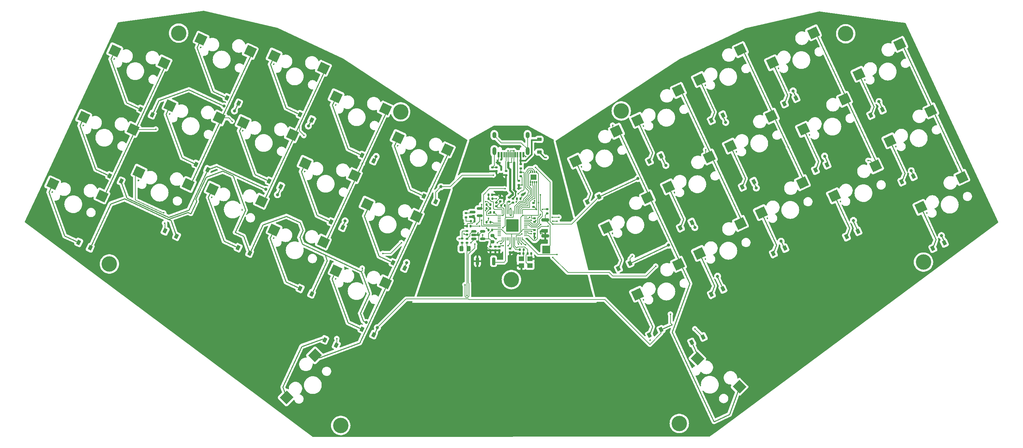
<source format=gbl>
G04 #@! TF.GenerationSoftware,KiCad,Pcbnew,7.0.1*
G04 #@! TF.CreationDate,2023-04-05T18:38:49-04:00*
G04 #@! TF.ProjectId,32kb,33326b62-2e6b-4696-9361-645f70636258,rev?*
G04 #@! TF.SameCoordinates,Original*
G04 #@! TF.FileFunction,Copper,L2,Bot*
G04 #@! TF.FilePolarity,Positive*
%FSLAX46Y46*%
G04 Gerber Fmt 4.6, Leading zero omitted, Abs format (unit mm)*
G04 Created by KiCad (PCBNEW 7.0.1) date 2023-04-05 18:38:49*
%MOMM*%
%LPD*%
G01*
G04 APERTURE LIST*
G04 Aperture macros list*
%AMRoundRect*
0 Rectangle with rounded corners*
0 $1 Rounding radius*
0 $2 $3 $4 $5 $6 $7 $8 $9 X,Y pos of 4 corners*
0 Add a 4 corners polygon primitive as box body*
4,1,4,$2,$3,$4,$5,$6,$7,$8,$9,$2,$3,0*
0 Add four circle primitives for the rounded corners*
1,1,$1+$1,$2,$3*
1,1,$1+$1,$4,$5*
1,1,$1+$1,$6,$7*
1,1,$1+$1,$8,$9*
0 Add four rect primitives between the rounded corners*
20,1,$1+$1,$2,$3,$4,$5,0*
20,1,$1+$1,$4,$5,$6,$7,0*
20,1,$1+$1,$6,$7,$8,$9,0*
20,1,$1+$1,$8,$9,$2,$3,0*%
%AMRotRect*
0 Rectangle, with rotation*
0 The origin of the aperture is its center*
0 $1 length*
0 $2 width*
0 $3 Rotation angle, in degrees counterclockwise*
0 Add horizontal line*
21,1,$1,$2,0,0,$3*%
G04 Aperture macros list end*
G04 #@! TA.AperFunction,ComponentPad*
%ADD10C,0.500000*%
G04 #@! TD*
G04 #@! TA.AperFunction,ComponentPad*
%ADD11C,4.000000*%
G04 #@! TD*
G04 #@! TA.AperFunction,SMDPad,CuDef*
%ADD12RotRect,2.550000X2.500000X135.000000*%
G04 #@! TD*
G04 #@! TA.AperFunction,SMDPad,CuDef*
%ADD13RotRect,2.550000X2.500000X225.000000*%
G04 #@! TD*
G04 #@! TA.AperFunction,SMDPad,CuDef*
%ADD14RotRect,2.550000X2.500000X205.000000*%
G04 #@! TD*
G04 #@! TA.AperFunction,SMDPad,CuDef*
%ADD15RotRect,2.550000X2.500000X155.000000*%
G04 #@! TD*
G04 #@! TA.AperFunction,SMDPad,CuDef*
%ADD16RoundRect,0.200000X-0.800000X0.200000X-0.800000X-0.200000X0.800000X-0.200000X0.800000X0.200000X0*%
G04 #@! TD*
G04 #@! TA.AperFunction,SMDPad,CuDef*
%ADD17RoundRect,0.135000X-0.185000X0.135000X-0.185000X-0.135000X0.185000X-0.135000X0.185000X0.135000X0*%
G04 #@! TD*
G04 #@! TA.AperFunction,SMDPad,CuDef*
%ADD18RoundRect,0.140000X-0.170000X0.140000X-0.170000X-0.140000X0.170000X-0.140000X0.170000X0.140000X0*%
G04 #@! TD*
G04 #@! TA.AperFunction,SMDPad,CuDef*
%ADD19RoundRect,0.135000X0.185000X-0.135000X0.185000X0.135000X-0.185000X0.135000X-0.185000X-0.135000X0*%
G04 #@! TD*
G04 #@! TA.AperFunction,SMDPad,CuDef*
%ADD20RoundRect,0.140000X-0.140000X-0.170000X0.140000X-0.170000X0.140000X0.170000X-0.140000X0.170000X0*%
G04 #@! TD*
G04 #@! TA.AperFunction,SMDPad,CuDef*
%ADD21RotRect,0.900000X1.200000X155.000000*%
G04 #@! TD*
G04 #@! TA.AperFunction,SMDPad,CuDef*
%ADD22RoundRect,0.050000X0.387500X0.050000X-0.387500X0.050000X-0.387500X-0.050000X0.387500X-0.050000X0*%
G04 #@! TD*
G04 #@! TA.AperFunction,SMDPad,CuDef*
%ADD23RoundRect,0.050000X0.050000X0.387500X-0.050000X0.387500X-0.050000X-0.387500X0.050000X-0.387500X0*%
G04 #@! TD*
G04 #@! TA.AperFunction,ComponentPad*
%ADD24C,0.600000*%
G04 #@! TD*
G04 #@! TA.AperFunction,SMDPad,CuDef*
%ADD25RoundRect,0.144000X1.456000X1.456000X-1.456000X1.456000X-1.456000X-1.456000X1.456000X-1.456000X0*%
G04 #@! TD*
G04 #@! TA.AperFunction,SMDPad,CuDef*
%ADD26RoundRect,0.200000X-0.200000X-0.800000X0.200000X-0.800000X0.200000X0.800000X-0.200000X0.800000X0*%
G04 #@! TD*
G04 #@! TA.AperFunction,SMDPad,CuDef*
%ADD27RotRect,0.900000X1.200000X205.000000*%
G04 #@! TD*
G04 #@! TA.AperFunction,SMDPad,CuDef*
%ADD28RoundRect,0.087500X0.087500X-0.175000X0.087500X0.175000X-0.087500X0.175000X-0.087500X-0.175000X0*%
G04 #@! TD*
G04 #@! TA.AperFunction,SMDPad,CuDef*
%ADD29R,1.600000X1.400000*%
G04 #@! TD*
G04 #@! TA.AperFunction,SMDPad,CuDef*
%ADD30RoundRect,0.147500X-0.147500X-0.172500X0.147500X-0.172500X0.147500X0.172500X-0.147500X0.172500X0*%
G04 #@! TD*
G04 #@! TA.AperFunction,SMDPad,CuDef*
%ADD31RoundRect,0.135000X-0.135000X-0.185000X0.135000X-0.185000X0.135000X0.185000X-0.135000X0.185000X0*%
G04 #@! TD*
G04 #@! TA.AperFunction,SMDPad,CuDef*
%ADD32RoundRect,0.243750X-0.243750X-0.456250X0.243750X-0.456250X0.243750X0.456250X-0.243750X0.456250X0*%
G04 #@! TD*
G04 #@! TA.AperFunction,SMDPad,CuDef*
%ADD33RoundRect,0.135000X0.135000X0.185000X-0.135000X0.185000X-0.135000X-0.185000X0.135000X-0.185000X0*%
G04 #@! TD*
G04 #@! TA.AperFunction,SMDPad,CuDef*
%ADD34RoundRect,0.147500X0.147500X0.172500X-0.147500X0.172500X-0.147500X-0.172500X0.147500X-0.172500X0*%
G04 #@! TD*
G04 #@! TA.AperFunction,SMDPad,CuDef*
%ADD35RoundRect,0.140000X0.140000X0.170000X-0.140000X0.170000X-0.140000X-0.170000X0.140000X-0.170000X0*%
G04 #@! TD*
G04 #@! TA.AperFunction,SMDPad,CuDef*
%ADD36R,2.000000X2.000000*%
G04 #@! TD*
G04 #@! TA.AperFunction,SMDPad,CuDef*
%ADD37RoundRect,0.150000X-0.512500X-0.150000X0.512500X-0.150000X0.512500X0.150000X-0.512500X0.150000X0*%
G04 #@! TD*
G04 #@! TA.AperFunction,SMDPad,CuDef*
%ADD38C,0.500000*%
G04 #@! TD*
G04 #@! TA.AperFunction,SMDPad,CuDef*
%ADD39R,1.400000X1.200000*%
G04 #@! TD*
G04 #@! TA.AperFunction,SMDPad,CuDef*
%ADD40RoundRect,0.140000X0.170000X-0.140000X0.170000X0.140000X-0.170000X0.140000X-0.170000X-0.140000X0*%
G04 #@! TD*
G04 #@! TA.AperFunction,SMDPad,CuDef*
%ADD41R,0.600000X1.450000*%
G04 #@! TD*
G04 #@! TA.AperFunction,SMDPad,CuDef*
%ADD42R,0.300000X1.450000*%
G04 #@! TD*
G04 #@! TA.AperFunction,ComponentPad*
%ADD43O,1.000000X1.600000*%
G04 #@! TD*
G04 #@! TA.AperFunction,ComponentPad*
%ADD44O,1.000000X2.100000*%
G04 #@! TD*
G04 #@! TA.AperFunction,SMDPad,CuDef*
%ADD45RoundRect,0.200000X0.275000X-0.200000X0.275000X0.200000X-0.275000X0.200000X-0.275000X-0.200000X0*%
G04 #@! TD*
G04 #@! TA.AperFunction,SMDPad,CuDef*
%ADD46RoundRect,0.150000X0.587500X0.150000X-0.587500X0.150000X-0.587500X-0.150000X0.587500X-0.150000X0*%
G04 #@! TD*
G04 #@! TA.AperFunction,SMDPad,CuDef*
%ADD47RoundRect,0.225000X0.375000X-0.225000X0.375000X0.225000X-0.375000X0.225000X-0.375000X-0.225000X0*%
G04 #@! TD*
G04 #@! TA.AperFunction,ViaPad*
%ADD48C,0.400000*%
G04 #@! TD*
G04 #@! TA.AperFunction,ViaPad*
%ADD49C,0.800000*%
G04 #@! TD*
G04 #@! TA.AperFunction,ViaPad*
%ADD50C,0.600000*%
G04 #@! TD*
G04 #@! TA.AperFunction,Conductor*
%ADD51C,0.150000*%
G04 #@! TD*
G04 #@! TA.AperFunction,Conductor*
%ADD52C,0.250000*%
G04 #@! TD*
G04 #@! TA.AperFunction,Conductor*
%ADD53C,0.200000*%
G04 #@! TD*
G04 #@! TA.AperFunction,Conductor*
%ADD54C,0.300000*%
G04 #@! TD*
G04 #@! TA.AperFunction,Conductor*
%ADD55C,0.400000*%
G04 #@! TD*
G04 #@! TA.AperFunction,Conductor*
%ADD56C,0.600000*%
G04 #@! TD*
G04 APERTURE END LIST*
G04 #@! TA.AperFunction,EtchedComponent*
G36*
X146194000Y-80968000D02*
G01*
X145694000Y-80968000D01*
X145694000Y-79968000D01*
X146194000Y-79968000D01*
X146194000Y-80968000D01*
G37*
G04 #@! TD.AperFunction*
D10*
X150098000Y-109375000D03*
X149658000Y-110435000D03*
X149658000Y-108315000D03*
X148598000Y-110875000D03*
D11*
X148598000Y-109375000D03*
D10*
X148598000Y-107875000D03*
X147538000Y-110435000D03*
X147538000Y-108315000D03*
X147098000Y-109375000D03*
X45723000Y-105325000D03*
X45283000Y-106385000D03*
X45283000Y-104265000D03*
X44223000Y-106825000D03*
D11*
X44223000Y-105325000D03*
D10*
X44223000Y-103825000D03*
X43163000Y-106385000D03*
X43163000Y-104265000D03*
X42723000Y-105325000D03*
X257098000Y-104825000D03*
X256658000Y-105885000D03*
X256658000Y-103765000D03*
X255598000Y-106325000D03*
D11*
X255598000Y-104825000D03*
D10*
X255598000Y-103325000D03*
X254538000Y-105885000D03*
X254538000Y-103765000D03*
X254098000Y-104825000D03*
X63723000Y-45425000D03*
X63283000Y-46485000D03*
X63283000Y-44365000D03*
X62223000Y-46925000D03*
D11*
X62223000Y-45425000D03*
D10*
X62223000Y-43925000D03*
X61163000Y-46485000D03*
X61163000Y-44365000D03*
X60723000Y-45425000D03*
X236898000Y-45575000D03*
X236458000Y-46635000D03*
X236458000Y-44515000D03*
X235398000Y-47075000D03*
D11*
X235398000Y-45575000D03*
D10*
X235398000Y-44075000D03*
X234338000Y-46635000D03*
X234338000Y-44515000D03*
X233898000Y-45575000D03*
X178623000Y-65600000D03*
X178183000Y-66660000D03*
X178183000Y-64540000D03*
X177123000Y-67100000D03*
D11*
X177123000Y-65600000D03*
D10*
X177123000Y-64100000D03*
X176063000Y-66660000D03*
X176063000Y-64540000D03*
X175623000Y-65600000D03*
X121363000Y-65840000D03*
X120923000Y-66900000D03*
X120923000Y-64780000D03*
X119863000Y-67340000D03*
D11*
X119863000Y-65840000D03*
D10*
X119863000Y-64340000D03*
X118803000Y-66900000D03*
X118803000Y-64780000D03*
X118363000Y-65840000D03*
X105798000Y-147225000D03*
X105358000Y-148285000D03*
X105358000Y-146165000D03*
X104298000Y-148725000D03*
D11*
X104298000Y-147225000D03*
D10*
X104298000Y-145725000D03*
X103238000Y-148285000D03*
X103238000Y-146165000D03*
X102798000Y-147225000D03*
D11*
X192198000Y-146700000D03*
D10*
X190698000Y-146700000D03*
X193698000Y-146700000D03*
X192198000Y-148200000D03*
X192198000Y-145200000D03*
X191138000Y-147760000D03*
X193258000Y-147760000D03*
X193258000Y-145640000D03*
X191138000Y-145640000D03*
D12*
X196901825Y-129834003D03*
X207838645Y-137178721D03*
D13*
X90244653Y-139964850D03*
X97589371Y-129028030D03*
D14*
X254918900Y-90625886D03*
X265561290Y-82860678D03*
X232501175Y-87627059D03*
X243143565Y-79861851D03*
X213518491Y-91994702D03*
X224160881Y-84229494D03*
X197434123Y-102577804D03*
X208076513Y-94812596D03*
X181349755Y-113160906D03*
X191992145Y-105395698D03*
D15*
X103081390Y-107053347D03*
X115870681Y-110214511D03*
X86997022Y-96470245D03*
X99786313Y-99631409D03*
X70912654Y-85887144D03*
X83701945Y-89048308D03*
X51929970Y-81519501D03*
X64719261Y-84680665D03*
X29512245Y-84518327D03*
X42301536Y-87679491D03*
D14*
X246868023Y-73360723D03*
X257510413Y-65595515D03*
X224450297Y-70361896D03*
X235092687Y-62596688D03*
X205467613Y-74729539D03*
X216110003Y-66964331D03*
X189383245Y-85312641D03*
X200025635Y-77547433D03*
X173298878Y-95895743D03*
X183941268Y-88130535D03*
D15*
X111132268Y-89788184D03*
X123921559Y-92949348D03*
X95047900Y-79205082D03*
X107837191Y-82366246D03*
X78963532Y-68621980D03*
X91752823Y-71783144D03*
X59980848Y-64254337D03*
X72770139Y-67415501D03*
X37563123Y-67253164D03*
X50352414Y-70414328D03*
D14*
X238817145Y-56095559D03*
X249459535Y-48330351D03*
X216399419Y-53096733D03*
X227041809Y-45331525D03*
X197416736Y-57464376D03*
X208059126Y-49699168D03*
X181332368Y-68047477D03*
X191974758Y-60282269D03*
X165248000Y-78630579D03*
X175890390Y-70865371D03*
D15*
X119183146Y-72523021D03*
X131972437Y-75684185D03*
X103098778Y-61939919D03*
X115888069Y-65101083D03*
X87014410Y-51356817D03*
X99803701Y-54517981D03*
X68031726Y-46989174D03*
X80821017Y-50150338D03*
X45614001Y-49988001D03*
X58403292Y-53149165D03*
D16*
X157374000Y-93862000D03*
X157374000Y-98062000D03*
D17*
X154323000Y-89515000D03*
X154323000Y-90535000D03*
D18*
X143150000Y-100816000D03*
X143150000Y-101776000D03*
D17*
X148992000Y-88342000D03*
X148992000Y-89362000D03*
D19*
X147214000Y-82248000D03*
X147214000Y-81228000D03*
D20*
X150036000Y-88342000D03*
X150996000Y-88342000D03*
D19*
X136800000Y-93170000D03*
X136800000Y-92150000D03*
D21*
X88709955Y-85217905D03*
X85719139Y-83823265D03*
D20*
X150798000Y-102566000D03*
X151758000Y-102566000D03*
D22*
X152299500Y-92735500D03*
X152299500Y-93135500D03*
X152299500Y-93535500D03*
X152299500Y-93935500D03*
X152299500Y-94335500D03*
X152299500Y-94735500D03*
X152299500Y-95135500D03*
X152299500Y-95535500D03*
X152299500Y-95935500D03*
X152299500Y-96335500D03*
X152299500Y-96735500D03*
X152299500Y-97135500D03*
X152299500Y-97535500D03*
X152299500Y-97935500D03*
D23*
X151462000Y-98773000D03*
X151062000Y-98773000D03*
X150662000Y-98773000D03*
X150262000Y-98773000D03*
X149862000Y-98773000D03*
X149462000Y-98773000D03*
X149062000Y-98773000D03*
X148662000Y-98773000D03*
X148262000Y-98773000D03*
X147862000Y-98773000D03*
X147462000Y-98773000D03*
X147062000Y-98773000D03*
X146662000Y-98773000D03*
X146262000Y-98773000D03*
D22*
X145424500Y-97935500D03*
X145424500Y-97535500D03*
X145424500Y-97135500D03*
X145424500Y-96735500D03*
X145424500Y-96335500D03*
X145424500Y-95935500D03*
X145424500Y-95535500D03*
X145424500Y-95135500D03*
X145424500Y-94735500D03*
X145424500Y-94335500D03*
X145424500Y-93935500D03*
X145424500Y-93535500D03*
X145424500Y-93135500D03*
X145424500Y-92735500D03*
D23*
X146262000Y-91898000D03*
X146662000Y-91898000D03*
X147062000Y-91898000D03*
X147462000Y-91898000D03*
X147862000Y-91898000D03*
X148262000Y-91898000D03*
X148662000Y-91898000D03*
X149062000Y-91898000D03*
X149462000Y-91898000D03*
X149862000Y-91898000D03*
X150262000Y-91898000D03*
X150662000Y-91898000D03*
X151062000Y-91898000D03*
X151462000Y-91898000D03*
D24*
X150137000Y-96610500D03*
X150137000Y-95335500D03*
X150137000Y-94060500D03*
X148862000Y-96610500D03*
X148862000Y-95335500D03*
D25*
X148862000Y-95335500D03*
D24*
X148862000Y-94060500D03*
X147587000Y-96610500D03*
X147587000Y-95335500D03*
X147587000Y-94060500D03*
D21*
X96760833Y-67952742D03*
X93770017Y-66558102D03*
D19*
X135784000Y-99774000D03*
X135784000Y-98754000D03*
D18*
X148230000Y-101324000D03*
X148230000Y-102284000D03*
D26*
X139780000Y-104598000D03*
X143980000Y-104598000D03*
D17*
X157882000Y-91134000D03*
X157882000Y-92154000D03*
D27*
X187436530Y-122373690D03*
X184445714Y-123768330D03*
D20*
X142190000Y-89866000D03*
X143150000Y-89866000D03*
D21*
X96743445Y-113066170D03*
X93752629Y-111671530D03*
D27*
X222486194Y-62309517D03*
X219495378Y-63704157D03*
X187419142Y-77260261D03*
X184428326Y-78654901D03*
D28*
X155076000Y-84041500D03*
X154576000Y-84041500D03*
X154076000Y-84041500D03*
X153576000Y-84041500D03*
X153576000Y-81466500D03*
X154076000Y-81466500D03*
X154576000Y-81466500D03*
X155076000Y-81466500D03*
D29*
X154326000Y-82754000D03*
D21*
X125938752Y-87724306D03*
X128929568Y-89118946D03*
D30*
X137077000Y-95454000D03*
X138047000Y-95454000D03*
D31*
X142130000Y-94438000D03*
X143150000Y-94438000D03*
D18*
X144420000Y-100816000D03*
X144420000Y-101776000D03*
D32*
X135608500Y-101296000D03*
X137483500Y-101296000D03*
D33*
X143660000Y-88342000D03*
X142640000Y-88342000D03*
D34*
X139063000Y-94184000D03*
X138093000Y-94184000D03*
D18*
X145436000Y-100816000D03*
X145436000Y-101776000D03*
D21*
X112845201Y-78535844D03*
X109854385Y-77141204D03*
D35*
X153762000Y-102566000D03*
X152802000Y-102566000D03*
D36*
X157628000Y-101550000D03*
D21*
X80659077Y-102483069D03*
X77668261Y-101088429D03*
D27*
X198407434Y-124264323D03*
X195416618Y-125658963D03*
D21*
X69727271Y-80850262D03*
X66736455Y-79455622D03*
D27*
X219605266Y-101207486D03*
X216614450Y-102602126D03*
D21*
X39258668Y-101114252D03*
X36267852Y-99719612D03*
D19*
X150516000Y-84786000D03*
X150516000Y-83766000D03*
D35*
X146904000Y-90120000D03*
X145944000Y-90120000D03*
D37*
X138832000Y-98756000D03*
X138832000Y-97806000D03*
X138832000Y-96856000D03*
X141107000Y-96856000D03*
X141107000Y-98756000D03*
D21*
X120878691Y-106384109D03*
X117887875Y-104989469D03*
D31*
X150768000Y-101550000D03*
X151788000Y-101550000D03*
D27*
X261005675Y-99838670D03*
X258014859Y-101233310D03*
D38*
X145944000Y-79968000D03*
X145944000Y-80968000D03*
D27*
X171334774Y-87843363D03*
X168343958Y-89238003D03*
D39*
X153394000Y-105702000D03*
X151194000Y-105702000D03*
X151194000Y-104002000D03*
X153394000Y-104002000D03*
D21*
X55360423Y-66583926D03*
X52369607Y-65189286D03*
D40*
X145690000Y-89076000D03*
X145690000Y-88116000D03*
X144674000Y-81202000D03*
X144674000Y-80242000D03*
D27*
X238587950Y-96839843D03*
X235597134Y-98234483D03*
D17*
X151024000Y-79450000D03*
X151024000Y-80470000D03*
D41*
X145259000Y-76966000D03*
X146034000Y-76966000D03*
D42*
X146734000Y-76966000D03*
X147234000Y-76966000D03*
X147734000Y-76966000D03*
X148234000Y-76966000D03*
X148734000Y-76966000D03*
X149234000Y-76966000D03*
X149734000Y-76966000D03*
X150234000Y-76966000D03*
D41*
X150934000Y-76966000D03*
X151709000Y-76966000D03*
D43*
X144164000Y-71871000D03*
D44*
X144164000Y-76051000D03*
D43*
X152804000Y-71871000D03*
D44*
X152804000Y-76051000D03*
D45*
X143658000Y-99581000D03*
X143658000Y-97931000D03*
D27*
X211554388Y-83942323D03*
X208563572Y-85336963D03*
D35*
X143094000Y-90882000D03*
X142134000Y-90882000D03*
D21*
X103130776Y-126414178D03*
X100139960Y-125019538D03*
X47309546Y-83849089D03*
X44318730Y-82454449D03*
D35*
X144138000Y-91898000D03*
X143178000Y-91898000D03*
D21*
X104794323Y-95801007D03*
X101803507Y-94406367D03*
D18*
X137054000Y-96752000D03*
X137054000Y-97712000D03*
D21*
X61676393Y-98115426D03*
X58685577Y-96720786D03*
D27*
X230537072Y-79574680D03*
X227546256Y-80969320D03*
D17*
X137054000Y-98756000D03*
X137054000Y-99776000D03*
D21*
X112827813Y-123649272D03*
X109836997Y-122254632D03*
D17*
X143658000Y-80214000D03*
X143658000Y-81234000D03*
D27*
X195470020Y-94525425D03*
X192479204Y-95920065D03*
X203503510Y-66677160D03*
X200512694Y-68071800D03*
X179385652Y-105108527D03*
X176394836Y-106503167D03*
D46*
X140356000Y-90882000D03*
X140356000Y-92782000D03*
X138481000Y-91832000D03*
D27*
X252954797Y-82573507D03*
X249963981Y-83968147D03*
D40*
X144674000Y-90346000D03*
X144674000Y-89386000D03*
D17*
X151024000Y-81484000D03*
X151024000Y-82504000D03*
D20*
X142670000Y-87326000D03*
X143630000Y-87326000D03*
D27*
X244903919Y-65308343D03*
X241913103Y-66702983D03*
D18*
X154580000Y-96498000D03*
X154580000Y-97458000D03*
D21*
X77778149Y-63585099D03*
X74787333Y-62190459D03*
D18*
X154580000Y-93450000D03*
X154580000Y-94410000D03*
D47*
X155850000Y-76276000D03*
X155850000Y-72976000D03*
D27*
X203520898Y-111790588D03*
X200530082Y-113185228D03*
D17*
X147976000Y-88086000D03*
X147976000Y-89106000D03*
D35*
X143630000Y-96470000D03*
X142670000Y-96470000D03*
D48*
X143073000Y-78700000D03*
X156198000Y-97450000D03*
X154895174Y-98425000D03*
X149198000Y-103625000D03*
D49*
X74018822Y-64354418D03*
X181432874Y-83134542D03*
X95895222Y-69510907D03*
X188715945Y-79738390D03*
X244053821Y-63182428D03*
D48*
X159364500Y-94946000D03*
D49*
X130302692Y-85275116D03*
X221743441Y-60413804D03*
X204248075Y-68572027D03*
X113497933Y-77438928D03*
X76697848Y-65603669D03*
D48*
X143912000Y-82246000D03*
X154834000Y-80214000D03*
X151177063Y-100126938D03*
X135022000Y-98756000D03*
X138070000Y-99772000D03*
X154576500Y-88850000D03*
X141118000Y-97740000D03*
X146356975Y-92735500D03*
X151535971Y-92734361D03*
X155596000Y-89358000D03*
X148383500Y-90882000D03*
X139594000Y-94946000D03*
X149891587Y-89241587D03*
X148484000Y-92668500D03*
X147722000Y-100534000D03*
X146452000Y-100534000D03*
X146413261Y-95917162D03*
D49*
X121408566Y-104949646D03*
D48*
X179980000Y-103319500D03*
D49*
X87859857Y-87343820D03*
D48*
X150461301Y-100117576D03*
D49*
X212191608Y-85606988D03*
X196230097Y-95852543D03*
X189400353Y-100438595D03*
X252426734Y-81138198D03*
X229917176Y-77341420D03*
X105431543Y-94136342D03*
X84867228Y-85948335D03*
X110893351Y-120505154D03*
D48*
X120036000Y-99772000D03*
D49*
X237415816Y-94023322D03*
D48*
X189886000Y-118314000D03*
D49*
X260262922Y-97942957D03*
D48*
X115210000Y-102566000D03*
X109876000Y-106376000D03*
D49*
X218632310Y-99419119D03*
X202134074Y-108513662D03*
D48*
X145805700Y-100026000D03*
D49*
X113802580Y-121861750D03*
D48*
X136546000Y-110694000D03*
X103272000Y-124664000D03*
X139086000Y-100134500D03*
X144928000Y-99772000D03*
X196236000Y-122124000D03*
X58354914Y-92064260D03*
X58568000Y-94692000D03*
X153310000Y-93235000D03*
X56282000Y-70308000D03*
X153729693Y-93941633D03*
X76094000Y-68276000D03*
X156104000Y-92406000D03*
X94735200Y-71986800D03*
X109916402Y-79238402D03*
X156104000Y-87326000D03*
X127656000Y-86248755D03*
X156245216Y-95055144D03*
X153870500Y-96835000D03*
X174900000Y-69292000D03*
X159152000Y-93168000D03*
X199030000Y-75642000D03*
X160930000Y-93168000D03*
X153791905Y-97429328D03*
X159364500Y-94184000D03*
X220484840Y-75015160D03*
X160463500Y-94184000D03*
X158136000Y-95454000D03*
X160463500Y-102820000D03*
X241194000Y-78436000D03*
X264421229Y-79084771D03*
X152278300Y-100295700D03*
X186076000Y-105868000D03*
X159364500Y-103582000D03*
X151278000Y-97486000D03*
X144928000Y-87326000D03*
X151278000Y-87326000D03*
X152351985Y-77477985D03*
X153564000Y-84786000D03*
X141871500Y-91390000D03*
X150516000Y-85548000D03*
X136292000Y-97486000D03*
X138832000Y-92914000D03*
X147214000Y-85040000D03*
X141880000Y-89104000D03*
X139964100Y-97292500D03*
X142642000Y-92152000D03*
X151364501Y-84786000D03*
X142134000Y-96035000D03*
X139648306Y-99363878D03*
X144674000Y-78944000D03*
X152548000Y-98756000D03*
X140356000Y-88850000D03*
X154950500Y-94090860D03*
X154580000Y-98756000D03*
X157628000Y-77674000D03*
X137054000Y-113488000D03*
D50*
X150934000Y-78436000D03*
X145944000Y-78182000D03*
D48*
X155088000Y-91136000D03*
X156612000Y-91136000D03*
X142642000Y-93422000D03*
X140356000Y-95454000D03*
X140864000Y-89866000D03*
X140864000Y-93930000D03*
X150392393Y-87072000D03*
X146948000Y-85750000D03*
X144674000Y-98756000D03*
X144674000Y-88342000D03*
X149234000Y-75908000D03*
X147722000Y-75896000D03*
D51*
X140144500Y-99306500D02*
X139705684Y-99306500D01*
X139705684Y-99306500D02*
X139648306Y-99363878D01*
X128929568Y-86648240D02*
X128929568Y-89118946D01*
X130302692Y-85275116D02*
X128929568Y-86648240D01*
X132773398Y-85275116D02*
X130302692Y-85275116D01*
X135802514Y-82246000D02*
X132773398Y-85275116D01*
X154487000Y-90535000D02*
X155088000Y-91136000D01*
X154323000Y-90535000D02*
X154487000Y-90535000D01*
X154576500Y-89261500D02*
X154323000Y-89515000D01*
X154576500Y-88850000D02*
X154576500Y-89261500D01*
X146960000Y-85758000D02*
X142940000Y-85758000D01*
X156762000Y-97450000D02*
X157374000Y-98062000D01*
X156198000Y-97450000D02*
X156762000Y-97450000D01*
X154580000Y-98109826D02*
X154895174Y-98425000D01*
X154580000Y-97458000D02*
X154580000Y-98109826D01*
X142078000Y-100704000D02*
X143150000Y-101776000D01*
X142078000Y-100280000D02*
X142078000Y-100704000D01*
X143630000Y-87326000D02*
X144928000Y-87326000D01*
X137173000Y-94800000D02*
X137173000Y-95358000D01*
X137173000Y-95358000D02*
X137077000Y-95454000D01*
X138447000Y-94800000D02*
X137173000Y-94800000D01*
X139063000Y-94184000D02*
X138447000Y-94800000D01*
X139063000Y-94184000D02*
X139063000Y-93145000D01*
X139063000Y-93145000D02*
X138832000Y-92914000D01*
X150257000Y-102566000D02*
X149198000Y-103625000D01*
X150798000Y-102566000D02*
X150257000Y-102566000D01*
X148512000Y-102566000D02*
X148230000Y-102284000D01*
X150798000Y-102566000D02*
X148512000Y-102566000D01*
X147587000Y-95335500D02*
X148862000Y-96610500D01*
X147587000Y-96610500D02*
X147587000Y-95335500D01*
X147587000Y-94060500D02*
X147587000Y-95335500D01*
X143690000Y-81202000D02*
X143658000Y-81234000D01*
X144674000Y-81202000D02*
X143690000Y-81202000D01*
X145259000Y-78359000D02*
X144674000Y-78944000D01*
X145259000Y-76966000D02*
X145259000Y-78359000D01*
D52*
X57065697Y-62926954D02*
X64867793Y-60087223D01*
X77610704Y-63646044D02*
X77778149Y-63585099D01*
X244053821Y-63182428D02*
X244965831Y-65138241D01*
X221743441Y-60413804D02*
X222548106Y-62139414D01*
X188545842Y-79676478D02*
X187419142Y-77260261D01*
X244965831Y-65138241D02*
X244903919Y-65308343D01*
D53*
X158652000Y-93375107D02*
X158706843Y-93429950D01*
D52*
X113015303Y-78473932D02*
X112845200Y-78535844D01*
X222548106Y-62139414D02*
X222486194Y-62309516D01*
X203442565Y-66844604D02*
X203503510Y-66677159D01*
X113497933Y-77438928D02*
X113015303Y-78473932D01*
D53*
X159364500Y-94946000D02*
X164232137Y-94946000D01*
X158706843Y-94288343D02*
X159364500Y-94946000D01*
X154834000Y-80214000D02*
X158652000Y-84032000D01*
D52*
X204248075Y-68572027D02*
X203442565Y-66844604D01*
X76697848Y-65603669D02*
X77610704Y-63646044D01*
X96593388Y-68013687D02*
X96760832Y-67952742D01*
X64867793Y-60087223D02*
X74018822Y-64354418D01*
X188715945Y-79738390D02*
X188545842Y-79676478D01*
D53*
X158652000Y-84032000D02*
X158652000Y-93375107D01*
D52*
X95895222Y-69510907D02*
X96593388Y-68013687D01*
D53*
X150662000Y-99611875D02*
X151177063Y-100126938D01*
X158706843Y-93429950D02*
X158706843Y-94288343D01*
D52*
X171334774Y-87843363D02*
X181432874Y-83134542D01*
X55360423Y-66583926D02*
X57065697Y-62926954D01*
D53*
X150662000Y-98773000D02*
X150662000Y-99611875D01*
X164232137Y-94946000D02*
X171334774Y-87843363D01*
X135802514Y-82246000D02*
X143912000Y-82246000D01*
X135784000Y-96978000D02*
X135784000Y-98754000D01*
X138832000Y-98756000D02*
X138832000Y-99010000D01*
X137054000Y-96752000D02*
X136010000Y-96752000D01*
X135022000Y-98756000D02*
X135782000Y-98756000D01*
X135782000Y-98756000D02*
X135784000Y-98754000D01*
X138832000Y-99010000D02*
X138070000Y-99772000D01*
X136010000Y-96752000D02*
X135784000Y-96978000D01*
X141118000Y-98745000D02*
X141107000Y-98756000D01*
X151535971Y-92734361D02*
X152298361Y-92734361D01*
X143658000Y-99518000D02*
X142896000Y-98756000D01*
X146662000Y-91034314D02*
X146363685Y-90736000D01*
X148262000Y-91898000D02*
X148284000Y-91876000D01*
X148230000Y-92660000D02*
X148262000Y-92628000D01*
X145424500Y-96335500D02*
X146063500Y-96335500D01*
X142190000Y-89978000D02*
X143094000Y-90882000D01*
X148662000Y-91898000D02*
X148662000Y-91260000D01*
X145690000Y-89330000D02*
X144674000Y-90346000D01*
X143150000Y-100816000D02*
X143150000Y-100089000D01*
X148484000Y-92668500D02*
X148238500Y-92668500D01*
X155076000Y-81466500D02*
X155596000Y-81986500D01*
X146063500Y-96335500D02*
X147214000Y-97486000D01*
X154580000Y-93450000D02*
X153818000Y-93450000D01*
X148662000Y-91898000D02*
X148662000Y-92490500D01*
X153818000Y-93450000D02*
X153818000Y-92735500D01*
X148284000Y-91876000D02*
X148284000Y-90882000D01*
X150036000Y-89097174D02*
X149891587Y-89241587D01*
X154417500Y-96335500D02*
X152299500Y-96335500D01*
X148662000Y-98773000D02*
X148662000Y-97562000D01*
X143764500Y-96335500D02*
X143630000Y-96470000D01*
X148662000Y-92490500D02*
X148484000Y-92668500D01*
X143658000Y-99581000D02*
X143658000Y-99518000D01*
X153818000Y-92735500D02*
X155520500Y-92735500D01*
X142134000Y-92660000D02*
X142134000Y-91842000D01*
X143630000Y-96470000D02*
X142642000Y-97458000D01*
X154580000Y-96498000D02*
X154417500Y-96335500D01*
X151024000Y-93246332D02*
X151024000Y-96978000D01*
X148238500Y-92668500D02*
X148230000Y-92660000D01*
X142896000Y-98756000D02*
X142642000Y-98756000D01*
X142190000Y-89866000D02*
X142190000Y-89978000D01*
X144674000Y-92735500D02*
X144674000Y-92434000D01*
X151535971Y-92734361D02*
X151024000Y-93246332D01*
X148262000Y-92628000D02*
X148262000Y-91898000D01*
X140356000Y-94184000D02*
X139594000Y-94946000D01*
X146356975Y-92735500D02*
X145424500Y-92735500D01*
X142642000Y-98756000D02*
X141107000Y-98756000D01*
X148662000Y-97562000D02*
X148738000Y-97486000D01*
X145424500Y-92735500D02*
X144674000Y-92735500D01*
X151024000Y-96978000D02*
X151666500Y-96335500D01*
X141118000Y-97740000D02*
X141118000Y-98745000D01*
X146662000Y-91898000D02*
X146662000Y-91034314D01*
X146662000Y-92430475D02*
X146662000Y-91898000D01*
X144674000Y-92735500D02*
X142209500Y-92735500D01*
X151666500Y-96335500D02*
X152299500Y-96335500D01*
X142642000Y-97458000D02*
X142642000Y-98756000D01*
X155520500Y-92735500D02*
X155596000Y-92660000D01*
X150516000Y-97486000D02*
X151024000Y-96978000D01*
X146662000Y-92430475D02*
X146356975Y-92735500D01*
X152299500Y-92735500D02*
X153818000Y-92735500D01*
X150036000Y-88342000D02*
X150036000Y-89097174D01*
X142134000Y-91842000D02*
X143094000Y-90882000D01*
X152298361Y-92734361D02*
X152299500Y-92735500D01*
X148662000Y-100892000D02*
X148230000Y-101324000D01*
X145424500Y-96335500D02*
X143764500Y-96335500D01*
X146363685Y-90736000D02*
X145064000Y-90736000D01*
X140356000Y-92782000D02*
X140356000Y-94184000D01*
X148738000Y-97486000D02*
X150516000Y-97486000D01*
X148662000Y-91260000D02*
X148284000Y-90882000D01*
X155596000Y-92660000D02*
X155596000Y-89358000D01*
X142209500Y-92735500D02*
X142134000Y-92660000D01*
X145064000Y-90736000D02*
X144674000Y-90346000D01*
X155596000Y-81986500D02*
X155596000Y-89358000D01*
X147214000Y-97486000D02*
X148738000Y-97486000D01*
X148662000Y-98773000D02*
X148662000Y-100892000D01*
X144674000Y-92434000D02*
X144138000Y-91898000D01*
X143150000Y-100089000D02*
X143658000Y-99581000D01*
X145690000Y-89076000D02*
X145690000Y-89330000D01*
X144164000Y-76051000D02*
X144164000Y-79708000D01*
X152804000Y-75501000D02*
X151167000Y-73864000D01*
X152804000Y-71871000D02*
X152804000Y-76051000D01*
X144164000Y-72084000D02*
X144164000Y-71871000D01*
X145944000Y-73864000D02*
X144164000Y-72084000D01*
X151167000Y-73864000D02*
X145944000Y-73864000D01*
X144164000Y-79708000D02*
X143658000Y-80214000D01*
X143658000Y-80214000D02*
X144646000Y-80214000D01*
X144646000Y-80214000D02*
X144674000Y-80242000D01*
X152804000Y-76051000D02*
X152804000Y-75501000D01*
X147214000Y-93168000D02*
X147062000Y-93016000D01*
X147062000Y-93016000D02*
X147062000Y-91898000D01*
X148262000Y-98773000D02*
X148262000Y-99994000D01*
X146452000Y-100534000D02*
X145718000Y-100534000D01*
X146962000Y-93420000D02*
X146962000Y-95368423D01*
X147214000Y-93168000D02*
X146962000Y-93420000D01*
X148992000Y-93168000D02*
X147214000Y-93168000D01*
X145436000Y-100816000D02*
X144420000Y-100816000D01*
X146962000Y-95368423D02*
X146413261Y-95917162D01*
X145718000Y-100534000D02*
X145436000Y-100816000D01*
X149062000Y-93098000D02*
X148992000Y-93168000D01*
X147062000Y-90278000D02*
X146904000Y-90120000D01*
X149062000Y-91898000D02*
X149062000Y-93098000D01*
X148262000Y-99994000D02*
X147722000Y-100534000D01*
X147062000Y-91898000D02*
X147062000Y-90278000D01*
X143402000Y-89104000D02*
X142640000Y-88342000D01*
X142670000Y-87326000D02*
X142670000Y-88312000D01*
X146198000Y-91136000D02*
X144166000Y-91136000D01*
X146262000Y-91898000D02*
X146262000Y-91200000D01*
X142670000Y-88312000D02*
X142640000Y-88342000D01*
X146262000Y-91200000D02*
X146198000Y-91136000D01*
X144166000Y-91136000D02*
X143912000Y-90882000D01*
X143912000Y-90882000D02*
X143912000Y-89104000D01*
X143912000Y-89104000D02*
X143402000Y-89104000D01*
X152802000Y-102566000D02*
X152394000Y-102974000D01*
X149462000Y-100692314D02*
X149919686Y-101150000D01*
X150228000Y-100930000D02*
X152103183Y-100930000D01*
X149462000Y-98773000D02*
X149462000Y-100692314D01*
X150008000Y-101150000D02*
X150228000Y-100930000D01*
X152394000Y-104902000D02*
X153194000Y-105702000D01*
X149919686Y-101150000D02*
X150008000Y-101150000D01*
X153194000Y-105702000D02*
X153394000Y-105702000D01*
X152394000Y-102974000D02*
X152394000Y-104902000D01*
X152802000Y-101628817D02*
X152802000Y-102566000D01*
X152103183Y-100930000D02*
X152802000Y-101628817D01*
X151786000Y-102594000D02*
X151758000Y-102566000D01*
X151194000Y-104002000D02*
X151366000Y-104002000D01*
X151758000Y-102566000D02*
X151758000Y-101580000D01*
X151758000Y-101580000D02*
X151788000Y-101550000D01*
X151366000Y-104002000D02*
X151786000Y-103582000D01*
X151786000Y-103582000D02*
X151786000Y-102594000D01*
X140144500Y-97818500D02*
X141107000Y-96856000D01*
X140144500Y-99306500D02*
X140144500Y-97818500D01*
D52*
X44596269Y-52170532D02*
X48714326Y-63484800D01*
X48714326Y-63484800D02*
X52369608Y-65189285D01*
X45614000Y-49988000D02*
X44596269Y-52170532D01*
X68031726Y-46989174D02*
X67013995Y-49171705D01*
X71132051Y-60485973D02*
X74787333Y-62190459D01*
X67013995Y-49171705D02*
X71132051Y-60485973D01*
X229917176Y-77341420D02*
X230721841Y-79067030D01*
X47309545Y-83849089D02*
X47256296Y-83963284D01*
X105431543Y-94136342D02*
X104733378Y-95633563D01*
X47256296Y-83963284D02*
X48792493Y-88183953D01*
X212191608Y-85606988D02*
X211493443Y-84109767D01*
X179385652Y-105108526D02*
X189400353Y-100438595D01*
X69727271Y-80850262D02*
X72090101Y-79990262D01*
X253016709Y-82403404D02*
X252954797Y-82573506D01*
X196230097Y-95852543D02*
X195640122Y-94587337D01*
X104733378Y-95633563D02*
X104794323Y-95801007D01*
X48792493Y-88183953D02*
X59611996Y-93229170D01*
X211493443Y-84109767D02*
X211554388Y-83942323D01*
X87859857Y-87343820D02*
X88771867Y-85388008D01*
D53*
X150262000Y-99918275D02*
X150461301Y-100117576D01*
X179980000Y-103319500D02*
X179385652Y-103913848D01*
D52*
X59611996Y-93229170D02*
X64842649Y-91325368D01*
X64842649Y-91325368D02*
X69727271Y-80850262D01*
X252426734Y-81138198D02*
X253016709Y-82403404D01*
X230721841Y-79067030D02*
X230537071Y-79574680D01*
D53*
X179385652Y-103913848D02*
X179385652Y-105108527D01*
X150262000Y-98773000D02*
X150262000Y-99918275D01*
D52*
X88771867Y-85388008D02*
X88709955Y-85217905D01*
X72090101Y-79990262D02*
X84867228Y-85948335D01*
X121408566Y-104949646D02*
X120817746Y-106216664D01*
X120817746Y-106216664D02*
X120878690Y-106384109D01*
X195640122Y-94587337D02*
X195470020Y-94525425D01*
X87014410Y-51356817D02*
X85996679Y-53539348D01*
X90114735Y-64853616D02*
X93770017Y-66558102D01*
X85996679Y-53539348D02*
X90114735Y-64853616D01*
X103098778Y-61939919D02*
X102081046Y-64122450D01*
X102081046Y-64122450D02*
X106199103Y-75436718D01*
X106199103Y-75436718D02*
X109854385Y-77141204D01*
X122283471Y-86019820D02*
X125938753Y-87724305D01*
X119183145Y-72523020D02*
X118165414Y-74705552D01*
X118165414Y-74705552D02*
X122283471Y-86019820D01*
X165248000Y-78630579D02*
X169155105Y-87009394D01*
X169155105Y-87009394D02*
X168343958Y-89238003D01*
X185239473Y-76426293D02*
X184428326Y-78654902D01*
X181332368Y-68047477D02*
X185239473Y-76426293D01*
X197416735Y-57464375D02*
X201323841Y-65843191D01*
X201323841Y-65843191D02*
X200512694Y-68071800D01*
X220306525Y-61475548D02*
X219495378Y-63704157D01*
X216399419Y-53096732D02*
X220306525Y-61475548D01*
X242724250Y-64474374D02*
X241913103Y-66702983D01*
X238817145Y-56095559D02*
X242724250Y-64474374D01*
X37563123Y-67253164D02*
X36545391Y-69435695D01*
X40663448Y-80749963D02*
X44318730Y-82454449D01*
X36545391Y-69435695D02*
X40663448Y-80749963D01*
X76336974Y-82466602D02*
X79559545Y-91320545D01*
X202134074Y-108513662D02*
X202072162Y-108683765D01*
X112997915Y-123587360D02*
X112827813Y-123649272D01*
X100769306Y-104432683D02*
X96743445Y-113066171D01*
X59705224Y-93768633D02*
X60173821Y-93987143D01*
X60173821Y-93987143D02*
X61676393Y-98115426D01*
D53*
X189886000Y-120613917D02*
X190307171Y-121035088D01*
X146662000Y-99305475D02*
X145941475Y-100026000D01*
D52*
X66671098Y-88467901D02*
X69304449Y-82820661D01*
X69304449Y-82820661D02*
X73680549Y-81227891D01*
D53*
X120036000Y-99772000D02*
X117242000Y-102566000D01*
D52*
X93739008Y-94569441D02*
X94476151Y-96594725D01*
X90196231Y-92917417D02*
X93739008Y-94569441D01*
X260262922Y-97942957D02*
X261067587Y-99668567D01*
X261067587Y-99668567D02*
X261005675Y-99838670D01*
D53*
X146662000Y-98773000D02*
X146662000Y-99305475D01*
D52*
X109382203Y-118118946D02*
X110119345Y-120144230D01*
X65381323Y-92276097D02*
X66884153Y-89053267D01*
X110119345Y-120144230D02*
X110893351Y-120505154D01*
D53*
X184552000Y-126188000D02*
X187436530Y-123303470D01*
D52*
X80659077Y-102483069D02*
X84081871Y-95142862D01*
X64576266Y-91900693D02*
X65381323Y-92276097D01*
X218632310Y-99419119D02*
X219437821Y-101146541D01*
X84081871Y-95142862D02*
X90196231Y-92917417D01*
X110146651Y-108666384D02*
X111743793Y-113054498D01*
X237353904Y-94193424D02*
X238587949Y-96839843D01*
D53*
X121268330Y-114396000D02*
X137454000Y-114396000D01*
X117242000Y-102566000D02*
X115210000Y-102566000D01*
D52*
X66884153Y-89053267D02*
X66671098Y-88467901D01*
X187436530Y-122373690D02*
X190307171Y-121035088D01*
X94346589Y-100177663D02*
X100216933Y-102915049D01*
D53*
X109876000Y-107095418D02*
X109655222Y-107316196D01*
D52*
X94476151Y-96594725D02*
X93617390Y-98436342D01*
X79061934Y-98094955D02*
X80659077Y-102483069D01*
X73680549Y-81227891D02*
X76336974Y-82466602D01*
X76875920Y-97075600D02*
X79061934Y-98094955D01*
D53*
X189886000Y-118314000D02*
X189886000Y-120613917D01*
D52*
X48195115Y-88401381D02*
X59705224Y-93768633D01*
X93617390Y-98436342D02*
X93732303Y-98489927D01*
X100216933Y-102915049D02*
X109655222Y-107316196D01*
X237415816Y-94023322D02*
X237353904Y-94193424D01*
X111743793Y-113054498D02*
X109382203Y-118118946D01*
X44571824Y-89720151D02*
X48195115Y-88401381D01*
D53*
X113802580Y-121861750D02*
X121268330Y-114396000D01*
D52*
X100216933Y-102915049D02*
X100769306Y-104432683D01*
D53*
X172868000Y-114504000D02*
X184552000Y-126188000D01*
D52*
X59705224Y-93768633D02*
X59758593Y-93654183D01*
D53*
X145941475Y-100026000D02*
X145805700Y-100026000D01*
X109876000Y-106376000D02*
X109876000Y-107095418D01*
D52*
X219437821Y-101146541D02*
X219605265Y-101207486D01*
D53*
X187436530Y-123303470D02*
X187436530Y-122373690D01*
D52*
X39258668Y-101114252D02*
X44571824Y-89720151D01*
D53*
X137454000Y-114396000D02*
X137562000Y-114504000D01*
D52*
X109655222Y-107316196D02*
X110146651Y-108666384D01*
D53*
X137562000Y-114504000D02*
X172868000Y-114504000D01*
D52*
X93732303Y-98489927D02*
X94346589Y-100177663D01*
X79559545Y-91320545D02*
X76875920Y-97075600D01*
X202072162Y-108683765D02*
X203520897Y-111790588D01*
X59758593Y-93654183D02*
X64576266Y-91900693D01*
X113802580Y-121861750D02*
X112997915Y-123587360D01*
X59980848Y-64254337D02*
X58963117Y-66436869D01*
X63081173Y-77751136D02*
X66736455Y-79455622D01*
X58963117Y-66436869D02*
X63081173Y-77751136D01*
X77945801Y-70804512D02*
X82063857Y-82118779D01*
X82063857Y-82118779D02*
X85719139Y-83823265D01*
X78963532Y-68621980D02*
X77945801Y-70804512D01*
X94030169Y-81387613D02*
X98148225Y-92701881D01*
X95047900Y-79205082D02*
X94030169Y-81387613D01*
X98148225Y-92701881D02*
X101803507Y-94406367D01*
X111461408Y-90692490D02*
X110443677Y-92875022D01*
X111132268Y-89788184D02*
X111461408Y-90692490D01*
X114232593Y-103284983D02*
X117887875Y-104989469D01*
X110443677Y-92875022D02*
X114232593Y-103284983D01*
X177205983Y-104274558D02*
X176394836Y-106503167D01*
X173298877Y-95895742D02*
X177205983Y-104274558D01*
X189383245Y-85312640D02*
X193290351Y-93691456D01*
X193290351Y-93691456D02*
X192479204Y-95920065D01*
X205467613Y-74729539D02*
X209374719Y-83108354D01*
X209374719Y-83108354D02*
X208563572Y-85336963D01*
X224450297Y-70361896D02*
X228357403Y-78740711D01*
X228357403Y-78740711D02*
X227546256Y-80969320D01*
X246868022Y-73360722D02*
X250775128Y-81739538D01*
X250775128Y-81739538D02*
X249963981Y-83968147D01*
X28494514Y-86700859D02*
X32612570Y-98015126D01*
X29512245Y-84518327D02*
X28494514Y-86700859D01*
X32612570Y-98015126D02*
X36267852Y-99719612D01*
D53*
X136854893Y-113996000D02*
X136546000Y-113687107D01*
X137253107Y-113996000D02*
X136854893Y-113996000D01*
X103272000Y-126272954D02*
X103130776Y-126414178D01*
X146040894Y-99360895D02*
X145339105Y-99360895D01*
X196267111Y-122124000D02*
X198407434Y-124264323D01*
X137554000Y-110286000D02*
X137554000Y-113695107D01*
X146262000Y-99139789D02*
X146040894Y-99360895D01*
X103272000Y-124664000D02*
X103272000Y-126272954D01*
X146262000Y-98773000D02*
X146262000Y-99139789D01*
X145339105Y-99360895D02*
X144928000Y-99772000D01*
X196236000Y-122124000D02*
X196267111Y-122124000D01*
X137554000Y-113695107D02*
X137253107Y-113996000D01*
X139086000Y-100134500D02*
X139086000Y-101162479D01*
X137454000Y-102794479D02*
X137454000Y-110186000D01*
X137454000Y-110186000D02*
X137554000Y-110286000D01*
X136546000Y-113687107D02*
X136546000Y-110694000D01*
X139086000Y-101162479D02*
X137454000Y-102794479D01*
X58568000Y-94692000D02*
X58685577Y-94809577D01*
X58685577Y-94809577D02*
X58685577Y-96720786D01*
X51303658Y-88885993D02*
X58119475Y-92064260D01*
X50997737Y-88645737D02*
X51180618Y-88828618D01*
X51180618Y-88828618D02*
X51303658Y-88885993D01*
X51929970Y-81519501D02*
X50997737Y-82451734D01*
X50997737Y-82451734D02*
X50997737Y-88645737D01*
X58119475Y-92064260D02*
X58354914Y-92064260D01*
D52*
X70912654Y-85887143D02*
X69894923Y-88069675D01*
X74012979Y-99383943D02*
X77668261Y-101088428D01*
X69894923Y-88069675D02*
X74012979Y-99383943D01*
X43049085Y-87407406D02*
X42301536Y-87679492D01*
X58403292Y-53149165D02*
X58675377Y-53896714D01*
D53*
X56175672Y-70414328D02*
X56282000Y-70308000D01*
X153009500Y-93535500D02*
X152299500Y-93535500D01*
X153310000Y-93235000D02*
X153009500Y-93535500D01*
D52*
X50352414Y-70414328D02*
X50624499Y-71161877D01*
X50624499Y-71161877D02*
X43049085Y-87407406D01*
X51099963Y-70142243D02*
X50352414Y-70414328D01*
X58675377Y-53896714D02*
X51099963Y-70142243D01*
D53*
X50352414Y-70414328D02*
X56175672Y-70414328D01*
X76094000Y-68276000D02*
X75233501Y-67415501D01*
D52*
X73517688Y-67143416D02*
X72770139Y-67415502D01*
X80821017Y-50150338D02*
X81093102Y-50897887D01*
D53*
X75233501Y-67415501D02*
X72770139Y-67415501D01*
D52*
X72770139Y-67415502D02*
X73042224Y-68163050D01*
X65466810Y-84408579D02*
X64719261Y-84680665D01*
D53*
X153723560Y-93935500D02*
X153729693Y-93941633D01*
X152299500Y-93935500D02*
X153723560Y-93935500D01*
D52*
X73042224Y-68163050D02*
X65466810Y-84408579D01*
X81093102Y-50897887D02*
X73517688Y-67143416D01*
D53*
X155044000Y-94990000D02*
X155088000Y-94946000D01*
D52*
X84449494Y-88776222D02*
X83701945Y-89048308D01*
D53*
X155450000Y-94584000D02*
X155450000Y-94438000D01*
D52*
X92024908Y-72530693D02*
X84449494Y-88776222D01*
X99803701Y-54517981D02*
X100075786Y-55265530D01*
X92500372Y-71511059D02*
X91752823Y-71783145D01*
X91752823Y-71783145D02*
X92024908Y-72530693D01*
D53*
X155450000Y-93371686D02*
X155878843Y-92942843D01*
X155878843Y-92942843D02*
X156104000Y-92717686D01*
X156104000Y-92717686D02*
X156104000Y-92406000D01*
X155088000Y-94946000D02*
X155450000Y-94584000D01*
D52*
X93562124Y-69234124D02*
X92500372Y-71511059D01*
D53*
X94735200Y-71986800D02*
X93562124Y-70813724D01*
X154067000Y-94990000D02*
X155044000Y-94990000D01*
X155450000Y-94438000D02*
X155450000Y-93371686D01*
X152299500Y-94335500D02*
X153412500Y-94335500D01*
X93562124Y-70813724D02*
X93562124Y-69234124D01*
D52*
X100075786Y-55265530D02*
X93562124Y-69234124D01*
D53*
X153412500Y-94335500D02*
X154067000Y-94990000D01*
X155850000Y-94749686D02*
X155850000Y-93676000D01*
X156612000Y-92406000D02*
X156612000Y-91843107D01*
D52*
X109916402Y-79238402D02*
X108584740Y-82094161D01*
X108109276Y-83113795D02*
X100533862Y-99359324D01*
D53*
X155209686Y-95390000D02*
X155850000Y-94749686D01*
D52*
X100533862Y-99359324D02*
X99786313Y-99631410D01*
D53*
X153246814Y-94735500D02*
X153901315Y-95390000D01*
D52*
X116160154Y-65848632D02*
X109916402Y-79238402D01*
D53*
X156612000Y-92914000D02*
X156612000Y-92406000D01*
D52*
X108584740Y-82094161D02*
X107837191Y-82366246D01*
X115888069Y-65101083D02*
X116160154Y-65848632D01*
D53*
X156612000Y-91843107D02*
X156104000Y-91335107D01*
D52*
X107837191Y-82366246D02*
X108109276Y-83113795D01*
D53*
X156104000Y-91335107D02*
X156104000Y-87326000D01*
X152299500Y-94735500D02*
X153246814Y-94735500D01*
X155850000Y-93676000D02*
X156612000Y-92914000D01*
X153901315Y-95390000D02*
X155209686Y-95390000D01*
D52*
X116142766Y-110962060D02*
X109226840Y-125793312D01*
X131972437Y-75684185D02*
X132244522Y-76431734D01*
D53*
X153081129Y-95135500D02*
X153354815Y-95409185D01*
D52*
X116618230Y-109942426D02*
X115870681Y-110214512D01*
D53*
X155375372Y-95790000D02*
X155510360Y-95790000D01*
D52*
X132244522Y-76431734D02*
X127966971Y-85604971D01*
D53*
X152299500Y-95135500D02*
X153081129Y-95135500D01*
X155510360Y-95790000D02*
X156245216Y-95055144D01*
D52*
X109226840Y-125793312D02*
X98794962Y-129590206D01*
D53*
X153735630Y-95790000D02*
X154580000Y-95790000D01*
X154580000Y-95790000D02*
X155375372Y-95790000D01*
D52*
X98794962Y-129590206D02*
X97589371Y-129028030D01*
D53*
X153354815Y-95409185D02*
X153735630Y-95790000D01*
X127656000Y-86248755D02*
X127656000Y-85915942D01*
X127656000Y-85915942D02*
X127966971Y-85604971D01*
D52*
X124669108Y-92677263D02*
X123921559Y-92949348D01*
X123921559Y-92949348D02*
X124193644Y-93696897D01*
X124193644Y-93696897D02*
X116618230Y-109942426D01*
X127966971Y-85604971D02*
X124669108Y-92677263D01*
X115870681Y-110214512D02*
X116142766Y-110962060D01*
X183941268Y-88130534D02*
X184688817Y-88402620D01*
X192739695Y-105667783D02*
X194947857Y-110403203D01*
X191992146Y-105395698D02*
X192739695Y-105667783D01*
X190369008Y-122983487D02*
X201199038Y-146208561D01*
X192264231Y-104648149D02*
X191992146Y-105395698D01*
X175890390Y-70865371D02*
X176637939Y-71137456D01*
D53*
X174900000Y-69292000D02*
X174900000Y-69874981D01*
D52*
X184213353Y-87382985D02*
X183941268Y-88130534D01*
X201199038Y-146208561D02*
X201217621Y-146215325D01*
X205230699Y-144343995D02*
X207838646Y-137178721D01*
X201217621Y-146215325D02*
X205230699Y-144343995D01*
D53*
X174900000Y-69874981D02*
X175890390Y-70865371D01*
D52*
X176637939Y-71137456D02*
X184213353Y-87382985D01*
X194947857Y-110403203D02*
X190369008Y-122983487D01*
D53*
X152299500Y-96735500D02*
X153771000Y-96735500D01*
X153771000Y-96735500D02*
X153870500Y-96835000D01*
D52*
X184688817Y-88402620D02*
X192264231Y-104648149D01*
D53*
X152299500Y-97135500D02*
X152831975Y-97135500D01*
D52*
X191974758Y-60282269D02*
X192722307Y-60554355D01*
D53*
X153125803Y-97429328D02*
X153791905Y-97429328D01*
D52*
X208348599Y-94065047D02*
X208076514Y-94812596D01*
D53*
X152831975Y-97135500D02*
X153125803Y-97429328D01*
X199030000Y-75642000D02*
X199030000Y-76551798D01*
D52*
X200297721Y-76799884D02*
X200025636Y-77547432D01*
D53*
X199030000Y-76551798D02*
X200025635Y-77547433D01*
D52*
X200025636Y-77547432D02*
X200773185Y-77819518D01*
X192722307Y-60554355D02*
X200297721Y-76799884D01*
X200773185Y-77819518D02*
X208348599Y-94065047D01*
D53*
X159152000Y-93168000D02*
X160930000Y-93168000D01*
D52*
X208806675Y-49971253D02*
X216382089Y-66216782D01*
X216110004Y-66964331D02*
X216857553Y-67236416D01*
D53*
X153052393Y-97935500D02*
X154372893Y-99256000D01*
X155676046Y-96190000D02*
X156258023Y-95608023D01*
X155344674Y-98753326D02*
X155344674Y-96190000D01*
D52*
X208059126Y-49699167D02*
X208806675Y-49971253D01*
D53*
X152299500Y-97935500D02*
X153052393Y-97935500D01*
D52*
X220484840Y-75015160D02*
X224432967Y-83481945D01*
D53*
X157981977Y-95608023D02*
X158136000Y-95454000D01*
D52*
X216857553Y-67236416D02*
X220484840Y-75015160D01*
D53*
X156258023Y-95608023D02*
X157981977Y-95608023D01*
X154372893Y-99256000D02*
X154842000Y-99256000D01*
X154842000Y-99256000D02*
X155344674Y-98753326D01*
X155344674Y-96190000D02*
X155676046Y-96190000D01*
X159364500Y-94184000D02*
X160463500Y-94184000D01*
D52*
X224432967Y-83481945D02*
X224160882Y-84229494D01*
X216382089Y-66216782D02*
X216110004Y-66964331D01*
D53*
X151462000Y-98773000D02*
X155539000Y-102850000D01*
D52*
X235092688Y-62596687D02*
X235364773Y-61849139D01*
D53*
X241717714Y-78436000D02*
X243143565Y-79861851D01*
D52*
X227789359Y-45603610D02*
X227041810Y-45331524D01*
D53*
X160433500Y-102850000D02*
X160463500Y-102820000D01*
D52*
X235840236Y-62868773D02*
X235092688Y-62596687D01*
X235364773Y-61849139D02*
X227789359Y-45603610D01*
X243415651Y-79114302D02*
X235840236Y-62868773D01*
X243143566Y-79861851D02*
X243415651Y-79114302D01*
D53*
X155539000Y-102850000D02*
X160433500Y-102850000D01*
X241194000Y-78436000D02*
X241717714Y-78436000D01*
X174900000Y-108408000D02*
X183536000Y-108408000D01*
D52*
X250207084Y-48602436D02*
X257782498Y-64847965D01*
X258257962Y-65867600D02*
X264421229Y-79084771D01*
X257510413Y-65595514D02*
X258257962Y-65867600D01*
X264421229Y-79084771D02*
X265833376Y-82113129D01*
D53*
X151062000Y-99305475D02*
X152052225Y-100295700D01*
D52*
X257782498Y-64847965D02*
X257510413Y-65595514D01*
D53*
X183536000Y-108408000D02*
X186076000Y-105868000D01*
X152052225Y-100295700D02*
X152278300Y-100295700D01*
X174029130Y-107537130D02*
X174900000Y-108408000D01*
X159364500Y-103582000D02*
X163319630Y-107537130D01*
D52*
X249459535Y-48330351D02*
X250207084Y-48602436D01*
D53*
X163319630Y-107537130D02*
X174029130Y-107537130D01*
X151062000Y-98773000D02*
X151062000Y-99305475D01*
D52*
X265833376Y-82113129D02*
X265561291Y-82860677D01*
X85979291Y-98652777D02*
X90097347Y-109967045D01*
X86997022Y-96470245D02*
X85979291Y-98652777D01*
X90097347Y-109967045D02*
X93752629Y-111671530D01*
X106181715Y-120550146D02*
X109836997Y-122254632D01*
X103081390Y-107053347D02*
X102063659Y-109235879D01*
X102063659Y-109235879D02*
X106181715Y-120550146D01*
X181349755Y-113160906D02*
X185256861Y-121539721D01*
X185256861Y-121539721D02*
X184445714Y-123768330D01*
X201341229Y-110956619D02*
X200530082Y-113185228D01*
X197434123Y-102577804D02*
X201341229Y-110956619D01*
X217425597Y-100373517D02*
X216614450Y-102602126D01*
X213518491Y-91994702D02*
X217425597Y-100373517D01*
X236408281Y-96005874D02*
X235597134Y-98234483D01*
X232501175Y-87627059D02*
X236408281Y-96005874D01*
D53*
X149862000Y-97886000D02*
X150878000Y-97886000D01*
X139648306Y-99742560D02*
X139648306Y-99363878D01*
X149862000Y-98773000D02*
X149862000Y-97886000D01*
X144674000Y-89132000D02*
X144674000Y-89386000D01*
X153576000Y-84041500D02*
X153576000Y-84774000D01*
X154580000Y-97458000D02*
X154580000Y-98756000D01*
X150878000Y-97886000D02*
X151278000Y-97486000D01*
X151709000Y-76966000D02*
X151840000Y-76966000D01*
X137054000Y-97712000D02*
X136518000Y-97712000D01*
X142670000Y-96470000D02*
X142569000Y-96470000D01*
X136518000Y-97712000D02*
X136292000Y-97486000D01*
X153576000Y-84041500D02*
X153576000Y-83504000D01*
X150137000Y-96610500D02*
X150137000Y-95335500D01*
X144928000Y-87354000D02*
X145690000Y-88116000D01*
X139964100Y-97292500D02*
X139450600Y-97806000D01*
X139450600Y-97806000D02*
X138832000Y-97806000D01*
X145259000Y-78944000D02*
X144674000Y-78944000D01*
X142642000Y-92152000D02*
X142924000Y-92152000D01*
X147214000Y-82248000D02*
X147214000Y-85040000D01*
X153762000Y-103634000D02*
X153394000Y-104002000D01*
X145259000Y-78944000D02*
X145259000Y-79283000D01*
X153576000Y-83504000D02*
X154326000Y-82754000D01*
X151840000Y-76966000D02*
X152351985Y-77477985D01*
X146706000Y-88342000D02*
X145916000Y-88342000D01*
X151278000Y-87326000D02*
X151278000Y-88060000D01*
X140795746Y-100890000D02*
X139648306Y-99742560D01*
X153762000Y-102566000D02*
X153762000Y-103634000D01*
X142924000Y-92152000D02*
X143178000Y-91898000D01*
X142134000Y-90882000D02*
X142134000Y-91127500D01*
X142078000Y-100280000D02*
X141468000Y-100890000D01*
X154631360Y-94410000D02*
X154950500Y-94090860D01*
X153576000Y-84774000D02*
X153564000Y-84786000D01*
X151278000Y-88060000D02*
X150996000Y-88342000D01*
X145690000Y-88116000D02*
X144674000Y-89132000D01*
X146706000Y-89358000D02*
X146706000Y-88342000D01*
X142134000Y-91127500D02*
X141871500Y-91390000D01*
X141468000Y-100890000D02*
X140795746Y-100890000D01*
X151024000Y-82504000D02*
X151364501Y-82844501D01*
X150516000Y-84786000D02*
X151364501Y-84786000D01*
X142388000Y-89104000D02*
X141880000Y-89104000D01*
X143150000Y-89866000D02*
X142388000Y-89104000D01*
X150516000Y-85548000D02*
X150516000Y-84786000D01*
X151364501Y-82844501D02*
X151364501Y-84786000D01*
X144928000Y-87326000D02*
X144928000Y-87354000D01*
X145944000Y-90120000D02*
X146706000Y-89358000D01*
X154580000Y-94410000D02*
X154631360Y-94410000D01*
X145916000Y-88342000D02*
X145690000Y-88116000D01*
X145259000Y-79283000D02*
X145944000Y-79968000D01*
X142569000Y-96470000D02*
X142134000Y-96035000D01*
D52*
X254918900Y-90625886D02*
X258826006Y-99004701D01*
X258826006Y-99004701D02*
X258014859Y-101233310D01*
X100139961Y-125019538D02*
X99563549Y-124750752D01*
X94162793Y-126716467D02*
X89254072Y-137243252D01*
X99563549Y-124750752D02*
X94162793Y-126716467D01*
X89254072Y-137243252D02*
X90244653Y-139964850D01*
X197104198Y-129277990D02*
X196901826Y-129834003D01*
X195416618Y-125658963D02*
X197104198Y-129277990D01*
D54*
X157248000Y-77674000D02*
X155850000Y-76276000D01*
X157628000Y-77674000D02*
X157248000Y-77674000D01*
D53*
X137054000Y-100866500D02*
X137483500Y-101296000D01*
X137483500Y-101296000D02*
X137054000Y-101725500D01*
X137054000Y-99776000D02*
X137054000Y-100866500D01*
X137054000Y-101725500D02*
X137054000Y-113488000D01*
D55*
X152241792Y-78436000D02*
X153818000Y-76859792D01*
X155724000Y-73102000D02*
X155850000Y-72976000D01*
X153818000Y-73102000D02*
X155724000Y-73102000D01*
X150934000Y-79360000D02*
X151024000Y-79450000D01*
X145944000Y-78182000D02*
X146034000Y-78092000D01*
X150934000Y-76966000D02*
X150934000Y-79360000D01*
X150934000Y-78436000D02*
X152241792Y-78436000D01*
X146034000Y-78092000D02*
X146034000Y-76966000D01*
X153818000Y-76859792D02*
X153818000Y-73102000D01*
D53*
X135784000Y-99774000D02*
X135784000Y-101120500D01*
X135784000Y-101120500D02*
X135608500Y-101296000D01*
X157882000Y-91134000D02*
X156614000Y-91134000D01*
X151532000Y-91136000D02*
X155088000Y-91136000D01*
X151462000Y-91898000D02*
X151462000Y-91206000D01*
X155088000Y-91136000D02*
X155088000Y-84053500D01*
X155088000Y-84053500D02*
X155076000Y-84041500D01*
X151462000Y-91206000D02*
X151532000Y-91136000D01*
X156614000Y-91134000D02*
X156612000Y-91136000D01*
X154676000Y-84786000D02*
X154676000Y-88342000D01*
X151062000Y-91898000D02*
X151062000Y-91040314D01*
X154150817Y-88342000D02*
X154676000Y-88342000D01*
X154576000Y-84041500D02*
X154576000Y-84686000D01*
X151474314Y-90628000D02*
X153310000Y-90628000D01*
X153310000Y-90628000D02*
X153310000Y-89182817D01*
X151062000Y-91040314D02*
X151474314Y-90628000D01*
X154576000Y-84686000D02*
X154676000Y-84786000D01*
X153310000Y-89182817D02*
X154150817Y-88342000D01*
X150662000Y-90874629D02*
X150662000Y-91898000D01*
X154276000Y-85040000D02*
X154276000Y-87884000D01*
X153985131Y-87942000D02*
X152910000Y-89017132D01*
X152910000Y-90228000D02*
X151308629Y-90228000D01*
X154076000Y-84840000D02*
X154276000Y-85040000D01*
X154276000Y-87884000D02*
X154218000Y-87942000D01*
X154076000Y-84041500D02*
X154076000Y-84840000D01*
X152910000Y-89017132D02*
X152910000Y-90228000D01*
X154218000Y-87942000D02*
X153985131Y-87942000D01*
X151308629Y-90228000D02*
X150662000Y-90874629D01*
X151142944Y-89828000D02*
X152510000Y-89828000D01*
X153819446Y-87542000D02*
X153876000Y-87542000D01*
X150262000Y-91898000D02*
X150262000Y-90708943D01*
X153064000Y-85048000D02*
X153064000Y-81978500D01*
X153818000Y-85802000D02*
X153064000Y-85048000D01*
X153064000Y-81978500D02*
X153576000Y-81466500D01*
X152510000Y-89828000D02*
X152510000Y-88851446D01*
X152510000Y-88851446D02*
X153819446Y-87542000D01*
X150262000Y-90708943D02*
X151142944Y-89828000D01*
X153876000Y-87542000D02*
X153876000Y-85802000D01*
X153876000Y-85802000D02*
X153818000Y-85802000D01*
X153327992Y-80904000D02*
X153024407Y-81207585D01*
X153024407Y-81452407D02*
X152664000Y-81812815D01*
X153476000Y-86025686D02*
X153476000Y-87319760D01*
X150977259Y-89428000D02*
X149862000Y-90543259D01*
X153824008Y-80904000D02*
X153327992Y-80904000D01*
X152664000Y-85213685D02*
X153476000Y-86025686D01*
X152110000Y-89428000D02*
X150977259Y-89428000D01*
X154076000Y-81155992D02*
X153824008Y-80904000D01*
X153476000Y-87319760D02*
X152110000Y-88685760D01*
X152664000Y-81812815D02*
X152664000Y-85213685D01*
X153024407Y-81207585D02*
X153024407Y-81452407D01*
X154076000Y-81466500D02*
X154076000Y-81155992D01*
X149862000Y-90543259D02*
X149862000Y-91898000D01*
X152110000Y-88685760D02*
X152110000Y-89428000D01*
X153162306Y-80504000D02*
X153989693Y-80504000D01*
X154576000Y-81090306D02*
X154576000Y-81466500D01*
X149462000Y-91898000D02*
X149462000Y-90377573D01*
X152624407Y-81230000D02*
X152624407Y-81041899D01*
X150811574Y-89028000D02*
X151710000Y-89028000D01*
X153056000Y-86310000D02*
X152264001Y-85518001D01*
X152904075Y-86893925D02*
X153056000Y-86742000D01*
X152264000Y-81590407D02*
X152624407Y-81230000D01*
X152624407Y-81041899D02*
X153162306Y-80504000D01*
X152904075Y-87326000D02*
X152904075Y-86893925D01*
X153989693Y-80504000D02*
X154576000Y-81090306D01*
X152264001Y-85518001D02*
X152264000Y-81590407D01*
X153056000Y-86742000D02*
X153056000Y-86310000D01*
X149462000Y-90377573D02*
X150811574Y-89028000D01*
X151710000Y-88520075D02*
X152904075Y-87326000D01*
X151710000Y-89028000D02*
X151710000Y-88520075D01*
X138093000Y-94184000D02*
X136800000Y-94184000D01*
X136800000Y-94184000D02*
X136800000Y-93170000D01*
X138163000Y-92150000D02*
X138481000Y-91832000D01*
X136800000Y-92150000D02*
X138163000Y-92150000D01*
X142642000Y-93422000D02*
X142642000Y-93926000D01*
X138745861Y-95454000D02*
X140356000Y-95454000D01*
X138047000Y-95454000D02*
X138745861Y-95454000D01*
X142642000Y-93926000D02*
X142130000Y-94438000D01*
X143658000Y-94438000D02*
X143150000Y-94438000D01*
X143955500Y-94735500D02*
X143658000Y-94438000D01*
X145424500Y-94735500D02*
X143955500Y-94735500D01*
X158674000Y-100504000D02*
X157628000Y-101550000D01*
X157374000Y-93862000D02*
X157374000Y-92662000D01*
X157374000Y-92662000D02*
X157882000Y-92154000D01*
X158674000Y-95162000D02*
X158674000Y-100504000D01*
X157374000Y-93862000D02*
X158674000Y-95162000D01*
X140864000Y-90374000D02*
X140356000Y-90882000D01*
X145424500Y-95535500D02*
X140945500Y-95535500D01*
X140864000Y-95454000D02*
X140864000Y-93930000D01*
X140945500Y-95535500D02*
X140864000Y-95454000D01*
X140864000Y-89866000D02*
X140864000Y-90374000D01*
X147234000Y-76966000D02*
X147234000Y-78595472D01*
X147122000Y-78707472D02*
X147122000Y-81136000D01*
X147122000Y-81136000D02*
X147214000Y-81228000D01*
X147234000Y-78595472D02*
X147122000Y-78707472D01*
X141372000Y-95135500D02*
X141372000Y-87326000D01*
X151188315Y-86342000D02*
X151519686Y-86342000D01*
X150487157Y-87043157D02*
X150458314Y-87072000D01*
X150450314Y-87080000D02*
X150487157Y-87043157D01*
X151864000Y-81484000D02*
X151024000Y-81484000D01*
X151024000Y-80470000D02*
X151024000Y-81484000D01*
X141372000Y-87326000D02*
X142940000Y-85758000D01*
X150458314Y-87072000D02*
X150392393Y-87072000D01*
X151519686Y-86342000D02*
X151519686Y-86322314D01*
X150487157Y-87043157D02*
X151188315Y-86342000D01*
X151519686Y-86322314D02*
X151864001Y-85977999D01*
X151864001Y-85977999D02*
X151864000Y-81484000D01*
X145424500Y-95135500D02*
X141372000Y-95135500D01*
X150234000Y-83484000D02*
X150516000Y-83766000D01*
X150234000Y-76966000D02*
X150234000Y-83484000D01*
X137816000Y-97523104D02*
X137816000Y-97994000D01*
X137816000Y-97994000D02*
X137054000Y-98756000D01*
X138483104Y-96856000D02*
X137816000Y-97523104D01*
X138832000Y-96856000D02*
X138483104Y-96856000D01*
D54*
X144483000Y-98756000D02*
X143658000Y-97931000D01*
X144674000Y-98756000D02*
X144483000Y-98756000D01*
D53*
X144674000Y-88342000D02*
X143660000Y-88342000D01*
D56*
X149692893Y-86500101D02*
X149224264Y-86031472D01*
D53*
X148230000Y-75896000D02*
X149246000Y-75896000D01*
X148234000Y-75900000D02*
X148230000Y-75896000D01*
D54*
X149692893Y-87641107D02*
X148992000Y-88342000D01*
D53*
X149246000Y-75896000D02*
X149234000Y-75908000D01*
D56*
X149224264Y-86031472D02*
X149246000Y-86009736D01*
D53*
X149246000Y-78944000D02*
X149234000Y-78932000D01*
D54*
X149692893Y-86500101D02*
X149692893Y-87641107D01*
D53*
X149234000Y-75908000D02*
X149234000Y-76966000D01*
X149234000Y-78932000D02*
X149234000Y-76966000D01*
D56*
X149246000Y-86009736D02*
X149246000Y-78944000D01*
D53*
X148234000Y-76966000D02*
X148234000Y-75900000D01*
X147884000Y-89866000D02*
X147884000Y-91228000D01*
X148992000Y-89362000D02*
X148734000Y-89362000D01*
X148230000Y-89866000D02*
X147884000Y-89866000D01*
X147884000Y-91228000D02*
X147862000Y-91250000D01*
X147862000Y-91250000D02*
X147862000Y-91898000D01*
X148734000Y-89362000D02*
X148230000Y-89866000D01*
D56*
X148892893Y-87328528D02*
X148733472Y-87328528D01*
D53*
X147734000Y-78944000D02*
X148646000Y-78944000D01*
D56*
X147734000Y-78944000D02*
X147722000Y-78956000D01*
X148892893Y-86831472D02*
X148892893Y-87328528D01*
X148733472Y-87328528D02*
X147976000Y-88086000D01*
D53*
X148734000Y-77903000D02*
X148734000Y-76966000D01*
X148646000Y-77991000D02*
X148734000Y-77903000D01*
X148646000Y-78944000D02*
X148646000Y-77991000D01*
X147734000Y-76966000D02*
X147734000Y-75908000D01*
D56*
X147722000Y-78956000D02*
X147722000Y-80214000D01*
D53*
X147734000Y-76966000D02*
X147734000Y-78944000D01*
D56*
X148230000Y-86168579D02*
X148892893Y-86831472D01*
X148230000Y-80722000D02*
X148230000Y-86168579D01*
X147722000Y-80214000D02*
X148230000Y-80722000D01*
D53*
X147734000Y-75908000D02*
X147722000Y-75896000D01*
X147462000Y-90494254D02*
X147484000Y-90472254D01*
X147974000Y-89104000D02*
X147976000Y-89106000D01*
X147462000Y-91898000D02*
X147462000Y-90494254D01*
X147484000Y-90472254D02*
X147484000Y-89120000D01*
X147468000Y-89104000D02*
X147974000Y-89104000D01*
X147484000Y-89120000D02*
X147468000Y-89104000D01*
X150768000Y-101550000D02*
X149754000Y-101550000D01*
X149062000Y-100858000D02*
X149062000Y-98773000D01*
X149754000Y-101550000D02*
X149062000Y-100858000D01*
X144234000Y-104852000D02*
X143980000Y-104598000D01*
X146706000Y-104852000D02*
X144234000Y-104852000D01*
X147062000Y-104496000D02*
X146706000Y-104852000D01*
X147062000Y-98773000D02*
X147062000Y-104496000D01*
G04 #@! TA.AperFunction,Conductor*
G36*
X140030944Y-99278680D02*
G01*
X140056680Y-99304020D01*
X140058970Y-99301731D01*
X140187691Y-99430452D01*
X140330899Y-99515145D01*
X140490665Y-99561561D01*
X140490669Y-99561562D01*
X140527998Y-99564500D01*
X141685999Y-99564500D01*
X141686002Y-99564500D01*
X141723331Y-99561562D01*
X141883101Y-99515145D01*
X142026307Y-99430453D01*
X142055940Y-99400819D01*
X142096169Y-99373939D01*
X142143622Y-99364500D01*
X142550500Y-99364500D01*
X142612500Y-99381113D01*
X142657887Y-99426500D01*
X142674500Y-99488500D01*
X142674500Y-99667019D01*
X142667919Y-99706877D01*
X142648876Y-99742505D01*
X142618476Y-99782123D01*
X142560398Y-99922335D01*
X142557161Y-99930149D01*
X142540439Y-100057173D01*
X142540439Y-100057180D01*
X142536249Y-100088999D01*
X142540439Y-100120820D01*
X142541500Y-100137005D01*
X142541500Y-100146021D01*
X142532061Y-100193474D01*
X142505180Y-100233703D01*
X142463512Y-100275370D01*
X142380105Y-100416403D01*
X142334394Y-100573742D01*
X142333901Y-100580010D01*
X142331500Y-100610516D01*
X142331500Y-101021484D01*
X142332569Y-101035062D01*
X142334394Y-101058257D01*
X142380106Y-101215598D01*
X142395263Y-101241228D01*
X142412531Y-101304347D01*
X142395265Y-101367466D01*
X142387969Y-101379803D01*
X142345496Y-101526000D01*
X142635932Y-101526000D01*
X142699053Y-101543268D01*
X142720403Y-101555894D01*
X142877742Y-101601605D01*
X142877746Y-101601606D01*
X142914516Y-101604500D01*
X143385481Y-101604500D01*
X143385484Y-101604500D01*
X143422254Y-101601606D01*
X143579597Y-101555894D01*
X143594878Y-101546857D01*
X143600947Y-101543268D01*
X143664068Y-101526000D01*
X143905932Y-101526000D01*
X143969053Y-101543268D01*
X143990403Y-101555894D01*
X144147742Y-101601605D01*
X144147746Y-101601606D01*
X144184516Y-101604500D01*
X144655481Y-101604500D01*
X144655484Y-101604500D01*
X144692254Y-101601606D01*
X144849597Y-101555894D01*
X144864879Y-101546855D01*
X144928000Y-101529587D01*
X144991120Y-101546855D01*
X145006403Y-101555894D01*
X145036208Y-101564553D01*
X145163742Y-101601605D01*
X145163746Y-101601606D01*
X145200516Y-101604500D01*
X145200519Y-101604500D01*
X145562000Y-101604500D01*
X145624000Y-101621113D01*
X145669387Y-101666500D01*
X145686000Y-101728500D01*
X145686000Y-102554790D01*
X145706915Y-102553145D01*
X145862194Y-102508032D01*
X146001379Y-102425718D01*
X146115718Y-102311379D01*
X146198031Y-102172196D01*
X146210423Y-102129543D01*
X146239553Y-102078781D01*
X146288720Y-102047034D01*
X146346972Y-102041374D01*
X146401331Y-102063061D01*
X146439689Y-102107264D01*
X146453500Y-102164137D01*
X146453500Y-104119500D01*
X146436887Y-104181500D01*
X146391500Y-104226887D01*
X146329500Y-104243500D01*
X145012499Y-104243500D01*
X144950499Y-104226887D01*
X144905112Y-104181500D01*
X144888499Y-104119500D01*
X144888499Y-103740732D01*
X144882013Y-103669350D01*
X144830828Y-103505089D01*
X144803305Y-103459561D01*
X144758850Y-103386023D01*
X144741815Y-103357843D01*
X144620156Y-103236184D01*
X144531145Y-103182375D01*
X144472913Y-103147173D01*
X144308649Y-103095987D01*
X144308646Y-103095986D01*
X144237266Y-103089500D01*
X143722731Y-103089500D01*
X143651350Y-103095986D01*
X143487089Y-103147171D01*
X143339843Y-103236184D01*
X143218184Y-103357843D01*
X143132670Y-103499302D01*
X143129173Y-103505087D01*
X143105206Y-103582000D01*
X143077986Y-103669353D01*
X143071500Y-103740734D01*
X143071500Y-105455268D01*
X143077986Y-105526649D01*
X143129171Y-105690910D01*
X143218184Y-105838156D01*
X143339843Y-105959815D01*
X143370622Y-105978421D01*
X143487087Y-106048827D01*
X143651351Y-106100013D01*
X143722735Y-106106500D01*
X144237264Y-106106499D01*
X144237268Y-106106499D01*
X144308649Y-106100013D01*
X144472910Y-106048828D01*
X144472910Y-106048827D01*
X144472913Y-106048827D01*
X144620155Y-105959816D01*
X144627971Y-105952000D01*
X149994000Y-105952000D01*
X149994000Y-106349824D01*
X150000402Y-106409375D01*
X150050647Y-106544089D01*
X150136811Y-106659188D01*
X150251910Y-106745352D01*
X150386624Y-106795597D01*
X150446176Y-106802000D01*
X150944000Y-106802000D01*
X150944000Y-105952000D01*
X149994000Y-105952000D01*
X144627971Y-105952000D01*
X144741816Y-105838155D01*
X144830827Y-105690913D01*
X144832878Y-105684332D01*
X144875482Y-105547610D01*
X144901052Y-105502273D01*
X144942976Y-105471424D01*
X144993867Y-105460500D01*
X146657995Y-105460500D01*
X146674179Y-105461560D01*
X146706000Y-105465750D01*
X146737821Y-105461560D01*
X146737833Y-105461560D01*
X146745884Y-105460500D01*
X146745885Y-105460500D01*
X146845456Y-105447391D01*
X146864851Y-105444838D01*
X147012876Y-105383524D01*
X147108072Y-105310477D01*
X147108072Y-105310476D01*
X147124366Y-105297974D01*
X147124368Y-105297971D01*
X147139987Y-105285987D01*
X147159536Y-105260509D01*
X147170216Y-105248331D01*
X147458332Y-104960215D01*
X147470510Y-104949535D01*
X147495987Y-104929987D01*
X147520474Y-104898074D01*
X147520477Y-104898072D01*
X147593524Y-104802876D01*
X147654838Y-104654851D01*
X147657391Y-104635456D01*
X147670500Y-104535885D01*
X147671561Y-104527827D01*
X147671561Y-104527820D01*
X147675750Y-104496000D01*
X147674608Y-104487326D01*
X147671561Y-104464177D01*
X147670500Y-104447995D01*
X147670500Y-103142456D01*
X147683576Y-103087031D01*
X147720048Y-103043295D01*
X147772222Y-103020474D01*
X147829095Y-103023380D01*
X147959082Y-103061144D01*
X147979999Y-103062790D01*
X147980000Y-103062790D01*
X147980000Y-102534000D01*
X148480000Y-102534000D01*
X148480000Y-103062790D01*
X148500915Y-103061145D01*
X148656194Y-103016032D01*
X148795379Y-102933718D01*
X148909718Y-102819379D01*
X148992031Y-102680196D01*
X149034504Y-102534000D01*
X148480000Y-102534000D01*
X147980000Y-102534000D01*
X147980000Y-102236500D01*
X147996613Y-102174500D01*
X148042000Y-102129113D01*
X148104000Y-102112500D01*
X148465481Y-102112500D01*
X148465484Y-102112500D01*
X148502254Y-102109606D01*
X148659597Y-102063894D01*
X148677940Y-102053046D01*
X148680947Y-102051268D01*
X148744068Y-102034000D01*
X149034504Y-102034000D01*
X149028807Y-102014389D01*
X149027587Y-101949712D01*
X149059107Y-101893222D01*
X149114787Y-101860292D01*
X149179475Y-101859886D01*
X149235564Y-101892113D01*
X149289777Y-101946326D01*
X149300472Y-101958521D01*
X149320013Y-101983988D01*
X149351925Y-102008475D01*
X149351929Y-102008478D01*
X149447124Y-102081524D01*
X149521907Y-102112500D01*
X149595146Y-102142837D01*
X149595149Y-102142838D01*
X149614543Y-102145391D01*
X149714115Y-102158500D01*
X149714116Y-102158500D01*
X149722168Y-102159560D01*
X149722178Y-102159560D01*
X149754000Y-102163750D01*
X149785820Y-102159560D01*
X149802005Y-102158500D01*
X149897462Y-102158500D01*
X149962252Y-102176773D01*
X150007947Y-102226205D01*
X150021080Y-102292228D01*
X150019209Y-102315999D01*
X150019210Y-102316000D01*
X150317354Y-102316000D01*
X150359859Y-102327627D01*
X150360362Y-102325899D01*
X150531530Y-102375628D01*
X150531534Y-102375629D01*
X150568011Y-102378500D01*
X150845501Y-102378499D01*
X150907500Y-102395112D01*
X150952887Y-102440499D01*
X150969500Y-102502499D01*
X150969500Y-102692000D01*
X150952887Y-102754000D01*
X150907500Y-102799387D01*
X150845500Y-102816000D01*
X150019210Y-102816000D01*
X150020854Y-102836915D01*
X150065967Y-102992195D01*
X150067822Y-102995331D01*
X150083843Y-103040920D01*
X150081222Y-103089172D01*
X150060357Y-103132757D01*
X150043110Y-103155796D01*
X149992011Y-103292794D01*
X149989363Y-103317426D01*
X149985500Y-103353362D01*
X149985500Y-104650638D01*
X149988208Y-104675828D01*
X149992011Y-104711201D01*
X150032899Y-104820825D01*
X150040717Y-104864158D01*
X150032899Y-104907491D01*
X150000402Y-104994620D01*
X149994000Y-105054176D01*
X149994000Y-105452000D01*
X151320000Y-105452000D01*
X151382000Y-105468613D01*
X151427387Y-105514000D01*
X151444000Y-105576000D01*
X151444000Y-106802000D01*
X151941824Y-106802000D01*
X152001375Y-106795597D01*
X152136088Y-106745352D01*
X152212596Y-106688078D01*
X152260549Y-106666178D01*
X152313266Y-106666178D01*
X152361215Y-106688075D01*
X152447796Y-106752889D01*
X152447799Y-106752890D01*
X152584794Y-106803988D01*
X152584797Y-106803988D01*
X152584799Y-106803989D01*
X152645362Y-106810500D01*
X154142634Y-106810500D01*
X154142638Y-106810500D01*
X154203201Y-106803989D01*
X154203203Y-106803988D01*
X154203205Y-106803988D01*
X154298958Y-106768273D01*
X154340204Y-106752889D01*
X154457261Y-106665261D01*
X154544889Y-106548204D01*
X154580313Y-106453230D01*
X154595988Y-106411205D01*
X154595988Y-106411203D01*
X154595989Y-106411201D01*
X154602500Y-106350638D01*
X154602500Y-105053362D01*
X154595989Y-104992799D01*
X154595988Y-104992797D01*
X154595988Y-104992794D01*
X154555101Y-104883174D01*
X154547282Y-104839841D01*
X154555100Y-104796507D01*
X154587597Y-104709377D01*
X154594000Y-104649824D01*
X154594000Y-104252000D01*
X153268000Y-104252000D01*
X153206000Y-104235387D01*
X153160613Y-104190000D01*
X153144000Y-104128000D01*
X153144000Y-103876000D01*
X153160613Y-103814000D01*
X153206000Y-103768613D01*
X153268000Y-103752000D01*
X154594000Y-103752000D01*
X154594000Y-103354176D01*
X154587597Y-103294624D01*
X154537352Y-103159911D01*
X154507316Y-103119788D01*
X154486448Y-103076196D01*
X154483830Y-103027938D01*
X154490971Y-103007622D01*
X154489661Y-103007242D01*
X154509062Y-102940458D01*
X154541844Y-102886004D01*
X154597300Y-102854946D01*
X154660859Y-102855445D01*
X154715820Y-102887369D01*
X155074777Y-103246326D01*
X155085472Y-103258521D01*
X155105013Y-103283988D01*
X155136925Y-103308475D01*
X155181839Y-103342939D01*
X155232124Y-103381524D01*
X155380149Y-103442838D01*
X155539000Y-103463751D01*
X155570828Y-103459561D01*
X155587013Y-103458500D01*
X158525946Y-103458500D01*
X158583572Y-103472703D01*
X158627996Y-103512060D01*
X158649042Y-103567553D01*
X158650796Y-103581999D01*
X158650796Y-103582000D01*
X158671535Y-103752801D01*
X158732546Y-103913675D01*
X158830285Y-104055273D01*
X158830286Y-104055274D01*
X158830287Y-104055275D01*
X158902782Y-104119500D01*
X158959070Y-104169367D01*
X158984779Y-104182860D01*
X159111416Y-104249325D01*
X159157289Y-104260631D01*
X159215298Y-104293347D01*
X162855407Y-107933456D01*
X162866102Y-107945651D01*
X162885643Y-107971118D01*
X162917555Y-107995605D01*
X162917558Y-107995607D01*
X162981733Y-108044850D01*
X163012755Y-108068654D01*
X163160780Y-108129968D01*
X163279745Y-108145630D01*
X163279752Y-108145630D01*
X163319630Y-108150880D01*
X163351450Y-108146690D01*
X163367635Y-108145630D01*
X168324953Y-108145630D01*
X168386190Y-108161806D01*
X168431450Y-108206113D01*
X168448924Y-108266989D01*
X168449206Y-108280209D01*
X168449863Y-108311097D01*
X168465551Y-108426569D01*
X168465552Y-108426575D01*
X169374537Y-112005174D01*
X169815440Y-113740973D01*
X169816631Y-113796881D01*
X169793137Y-113847627D01*
X169749737Y-113882891D01*
X169695256Y-113895500D01*
X138282763Y-113895500D01*
X138216137Y-113876080D01*
X138170380Y-113823903D01*
X138159824Y-113755314D01*
X138162500Y-113734992D01*
X138162500Y-113734987D01*
X138163553Y-113726992D01*
X138163561Y-113726932D01*
X138163561Y-113726927D01*
X138167750Y-113695107D01*
X138163561Y-113663287D01*
X138162500Y-113647102D01*
X138162500Y-110334004D01*
X138163561Y-110317818D01*
X138167750Y-110286000D01*
X138163561Y-110254182D01*
X138163559Y-110254166D01*
X138162500Y-110246122D01*
X138162500Y-110246115D01*
X138146838Y-110127150D01*
X138085524Y-109979125D01*
X138085523Y-109979124D01*
X138082810Y-109972573D01*
X138069081Y-109946886D01*
X138062500Y-109907027D01*
X138062500Y-109375000D01*
X146084539Y-109375000D01*
X146104358Y-109690015D01*
X146163505Y-110000075D01*
X146261043Y-110300265D01*
X146395436Y-110585866D01*
X146564568Y-110852375D01*
X146765769Y-111095585D01*
X146995861Y-111311656D01*
X147251220Y-111497184D01*
X147512725Y-111640948D01*
X147527821Y-111649247D01*
X147821298Y-111765443D01*
X148127025Y-111843940D01*
X148351101Y-111872247D01*
X148440177Y-111883500D01*
X148440179Y-111883500D01*
X148755821Y-111883500D01*
X148755823Y-111883500D01*
X148843379Y-111872439D01*
X149068975Y-111843940D01*
X149374702Y-111765443D01*
X149668179Y-111649247D01*
X149944779Y-111497184D01*
X150003940Y-111454201D01*
X150200138Y-111311656D01*
X150430230Y-111095585D01*
X150430230Y-111095584D01*
X150430233Y-111095582D01*
X150631432Y-110852375D01*
X150800562Y-110585869D01*
X150934956Y-110300266D01*
X151032495Y-110000072D01*
X151091641Y-109690020D01*
X151111460Y-109375000D01*
X151091641Y-109059980D01*
X151032495Y-108749928D01*
X151025323Y-108727856D01*
X150934956Y-108449734D01*
X150800563Y-108164133D01*
X150800562Y-108164131D01*
X150631432Y-107897625D01*
X150430233Y-107654418D01*
X150430230Y-107654414D01*
X150200138Y-107438343D01*
X149944779Y-107252815D01*
X149668180Y-107100753D01*
X149374699Y-106984556D01*
X149068976Y-106906060D01*
X148755823Y-106866500D01*
X148755821Y-106866500D01*
X148440179Y-106866500D01*
X148440177Y-106866500D01*
X148127023Y-106906060D01*
X147821300Y-106984556D01*
X147527819Y-107100753D01*
X147251220Y-107252815D01*
X146995861Y-107438343D01*
X146765769Y-107654414D01*
X146564568Y-107897624D01*
X146395436Y-108164133D01*
X146261043Y-108449734D01*
X146163505Y-108749924D01*
X146104358Y-109059984D01*
X146084539Y-109375000D01*
X138062500Y-109375000D01*
X138062500Y-104848000D01*
X138880001Y-104848000D01*
X138880001Y-105454579D01*
X138886408Y-105525104D01*
X138936981Y-105687397D01*
X139024925Y-105832875D01*
X139145124Y-105953074D01*
X139290603Y-106041019D01*
X139452893Y-106091590D01*
X139523424Y-106098000D01*
X139530000Y-106098000D01*
X139530000Y-104848000D01*
X140030000Y-104848000D01*
X140030000Y-106097999D01*
X140036579Y-106097999D01*
X140107104Y-106091591D01*
X140269397Y-106041018D01*
X140414875Y-105953074D01*
X140535074Y-105832875D01*
X140623019Y-105687396D01*
X140673590Y-105525106D01*
X140680000Y-105454576D01*
X140680000Y-104848000D01*
X140030000Y-104848000D01*
X139530000Y-104848000D01*
X138880001Y-104848000D01*
X138062500Y-104848000D01*
X138062500Y-104348000D01*
X138880000Y-104348000D01*
X139530000Y-104348000D01*
X139530000Y-103098001D01*
X139523421Y-103098001D01*
X139452895Y-103104408D01*
X139290602Y-103154981D01*
X139145124Y-103242925D01*
X139024925Y-103363124D01*
X138936980Y-103508603D01*
X138886409Y-103670893D01*
X138880000Y-103741424D01*
X138880000Y-104348000D01*
X138062500Y-104348000D01*
X138062500Y-103098000D01*
X140030000Y-103098000D01*
X140030000Y-104348000D01*
X140679999Y-104348000D01*
X140679999Y-103741421D01*
X140673591Y-103670895D01*
X140623018Y-103508602D01*
X140535074Y-103363124D01*
X140414875Y-103242925D01*
X140269396Y-103154980D01*
X140107106Y-103104409D01*
X140036576Y-103098000D01*
X140030000Y-103098000D01*
X138062500Y-103098000D01*
X138062500Y-103097890D01*
X138071939Y-103050437D01*
X138098819Y-103010209D01*
X138444367Y-102664661D01*
X139083027Y-102026000D01*
X142345496Y-102026000D01*
X142387968Y-102172196D01*
X142470281Y-102311379D01*
X142584620Y-102425718D01*
X142723805Y-102508032D01*
X142879082Y-102553144D01*
X142899999Y-102554790D01*
X142900000Y-102554790D01*
X142900000Y-102026000D01*
X143400000Y-102026000D01*
X143400000Y-102554790D01*
X143420915Y-102553145D01*
X143576192Y-102508033D01*
X143721878Y-102421874D01*
X143785000Y-102404606D01*
X143848122Y-102421874D01*
X143993807Y-102508033D01*
X144149082Y-102553144D01*
X144169999Y-102554790D01*
X144170000Y-102554790D01*
X144170000Y-102026000D01*
X144670000Y-102026000D01*
X144670000Y-102554790D01*
X144690915Y-102553145D01*
X144846194Y-102508032D01*
X144864878Y-102496983D01*
X144928000Y-102479714D01*
X144991122Y-102496983D01*
X145009805Y-102508032D01*
X145165082Y-102553144D01*
X145185999Y-102554790D01*
X145186000Y-102554790D01*
X145186000Y-102026000D01*
X144670000Y-102026000D01*
X144170000Y-102026000D01*
X143400000Y-102026000D01*
X142900000Y-102026000D01*
X142345496Y-102026000D01*
X139083027Y-102026000D01*
X139482332Y-101626694D01*
X139494510Y-101616014D01*
X139519987Y-101596466D01*
X139534113Y-101578055D01*
X139534117Y-101578052D01*
X139544476Y-101564551D01*
X139544478Y-101564550D01*
X139617524Y-101469355D01*
X139678838Y-101321330D01*
X139699751Y-101162479D01*
X139699657Y-101161768D01*
X139695561Y-101130651D01*
X139694500Y-101114466D01*
X139694500Y-100538794D01*
X139700115Y-100501903D01*
X139716450Y-100468354D01*
X139716527Y-100468241D01*
X139717954Y-100466175D01*
X139778965Y-100305301D01*
X139799704Y-100134500D01*
X139778965Y-99963699D01*
X139717954Y-99802825D01*
X139620655Y-99661865D01*
X139598910Y-99598516D01*
X139613284Y-99533096D01*
X139659587Y-99484696D01*
X139660078Y-99484406D01*
X139751307Y-99430453D01*
X139815453Y-99366307D01*
X139880030Y-99301731D01*
X139882319Y-99304020D01*
X139908056Y-99278680D01*
X139969500Y-99262386D01*
X140030944Y-99278680D01*
G37*
G04 #@! TD.AperFunction*
G04 #@! TA.AperFunction,Conductor*
G36*
X152969255Y-69465640D02*
G01*
X158718632Y-72601664D01*
X159570126Y-73066115D01*
X159611285Y-73102390D01*
X159632763Y-73152874D01*
X159630356Y-73207684D01*
X159601621Y-73312753D01*
X159595207Y-73418296D01*
X159597362Y-73469032D01*
X159611274Y-73563908D01*
X159612705Y-73573668D01*
X161217154Y-79890249D01*
X164574290Y-93107012D01*
X164614062Y-93206447D01*
X164624382Y-93232250D01*
X164654722Y-93286212D01*
X164656031Y-93288540D01*
X164672699Y-93310745D01*
X164734483Y-93393055D01*
X164746860Y-93409543D01*
X164744630Y-93411216D01*
X164770385Y-93446898D01*
X164774592Y-93515812D01*
X164741293Y-93576293D01*
X164016407Y-94301181D01*
X163976179Y-94328061D01*
X163928726Y-94337500D01*
X161298533Y-94337500D01*
X161232259Y-94318304D01*
X161186505Y-94266658D01*
X161175437Y-94198553D01*
X161177204Y-94183999D01*
X161174685Y-94163260D01*
X161156465Y-94013199D01*
X161143577Y-93979218D01*
X161136424Y-93920301D01*
X161157470Y-93864808D01*
X161201890Y-93825453D01*
X161335430Y-93755367D01*
X161464215Y-93641273D01*
X161561954Y-93499675D01*
X161622965Y-93338801D01*
X161643704Y-93168000D01*
X161622965Y-92997199D01*
X161561954Y-92836325D01*
X161464215Y-92694727D01*
X161463559Y-92694146D01*
X161335430Y-92580633D01*
X161183085Y-92500675D01*
X161053999Y-92468859D01*
X161016028Y-92459500D01*
X160843972Y-92459500D01*
X160806001Y-92468859D01*
X160676915Y-92500675D01*
X160591899Y-92545296D01*
X160534273Y-92559500D01*
X159547727Y-92559500D01*
X159490101Y-92545296D01*
X159405084Y-92500674D01*
X159354826Y-92488288D01*
X159306077Y-92463943D01*
X159272472Y-92421049D01*
X159260500Y-92367891D01*
X159260500Y-84080004D01*
X159261561Y-84063818D01*
X159265750Y-84032000D01*
X159261561Y-84000182D01*
X159261559Y-84000166D01*
X159260500Y-83992122D01*
X159260500Y-83992115D01*
X159244838Y-83873150D01*
X159214180Y-83799137D01*
X159183525Y-83725126D01*
X159160660Y-83695329D01*
X159160658Y-83695326D01*
X159116907Y-83638308D01*
X159110477Y-83629928D01*
X159110474Y-83629925D01*
X159105529Y-83623480D01*
X159105530Y-83623482D01*
X159105528Y-83623480D01*
X159085987Y-83598013D01*
X159060512Y-83578465D01*
X159048326Y-83567777D01*
X155547752Y-80067203D01*
X155519491Y-80023492D01*
X155515896Y-80014014D01*
X155465954Y-79882325D01*
X155368215Y-79740727D01*
X155323791Y-79701371D01*
X155239430Y-79626633D01*
X155087085Y-79546675D01*
X154975712Y-79519224D01*
X154920028Y-79505500D01*
X154747972Y-79505500D01*
X154706208Y-79515793D01*
X154580914Y-79546675D01*
X154428569Y-79626633D01*
X154299784Y-79740726D01*
X154222409Y-79852823D01*
X154170681Y-79895713D01*
X154104174Y-79905320D01*
X154080181Y-79902162D01*
X154021525Y-79894439D01*
X154021512Y-79894439D01*
X153989692Y-79890249D01*
X153957872Y-79894439D01*
X153941687Y-79895500D01*
X153210311Y-79895500D01*
X153194126Y-79894439D01*
X153162306Y-79890249D01*
X153130486Y-79894439D01*
X153130472Y-79894439D01*
X153024558Y-79908383D01*
X153024558Y-79908384D01*
X153024557Y-79908384D01*
X153014005Y-79909773D01*
X153003454Y-79911162D01*
X152855430Y-79972475D01*
X152760233Y-80045523D01*
X152728317Y-80070014D01*
X152708772Y-80095484D01*
X152698081Y-80107674D01*
X152228078Y-80577677D01*
X152215885Y-80588370D01*
X152190421Y-80607909D01*
X152165929Y-80639828D01*
X152165930Y-80639826D01*
X152092882Y-80735023D01*
X152089397Y-80743437D01*
X152046134Y-80797434D01*
X151980674Y-80819844D01*
X151913396Y-80803689D01*
X151865248Y-80754000D01*
X151851220Y-80686247D01*
X151852500Y-80669989D01*
X151852499Y-80270012D01*
X151849629Y-80233534D01*
X151804269Y-80077404D01*
X151801705Y-80073068D01*
X151772166Y-80023120D01*
X151754898Y-79959998D01*
X151772167Y-79896877D01*
X151781960Y-79880318D01*
X151804269Y-79842596D01*
X151849629Y-79686466D01*
X151852500Y-79649989D01*
X151852499Y-79268499D01*
X151869112Y-79206500D01*
X151914499Y-79161113D01*
X151976499Y-79144500D01*
X152216629Y-79144500D01*
X152224116Y-79144726D01*
X152284885Y-79148402D01*
X152344786Y-79137424D01*
X152352156Y-79136303D01*
X152412593Y-79128965D01*
X152422290Y-79125287D01*
X152443916Y-79119259D01*
X152454121Y-79117389D01*
X152509642Y-79092400D01*
X152516544Y-79089542D01*
X152556981Y-79074205D01*
X152573467Y-79067954D01*
X152582011Y-79062055D01*
X152601546Y-79051037D01*
X152611018Y-79046775D01*
X152658954Y-79009217D01*
X152664935Y-79004816D01*
X152715065Y-78970215D01*
X152755465Y-78924611D01*
X152760552Y-78919208D01*
X154301208Y-77378552D01*
X154306611Y-77373465D01*
X154352215Y-77333065D01*
X154386816Y-77282935D01*
X154391222Y-77276949D01*
X154396025Y-77270819D01*
X154428775Y-77229018D01*
X154433037Y-77219546D01*
X154444055Y-77200011D01*
X154449954Y-77191467D01*
X154460369Y-77164004D01*
X154471542Y-77134544D01*
X154474400Y-77127642D01*
X154499389Y-77072121D01*
X154501260Y-77061905D01*
X154507287Y-77040290D01*
X154510965Y-77030593D01*
X154518304Y-76970146D01*
X154519420Y-76962806D01*
X154530402Y-76902884D01*
X154526726Y-76842110D01*
X154526500Y-76834623D01*
X154526500Y-76738960D01*
X154545726Y-76672639D01*
X154597442Y-76626885D01*
X154665612Y-76615884D01*
X154729095Y-76643049D01*
X154768206Y-76699956D01*
X154795894Y-76783516D01*
X154805698Y-76813101D01*
X154814619Y-76827564D01*
X154895716Y-76959042D01*
X155016957Y-77080283D01*
X155016959Y-77080284D01*
X155016960Y-77080285D01*
X155162899Y-77170302D01*
X155226754Y-77191461D01*
X155325663Y-77224236D01*
X155372470Y-77229018D01*
X155426128Y-77234500D01*
X155825878Y-77234500D01*
X155873331Y-77243939D01*
X155913559Y-77270819D01*
X156721282Y-78078542D01*
X156734769Y-78095375D01*
X156736583Y-78097078D01*
X156736584Y-78097080D01*
X156761060Y-78120064D01*
X156788272Y-78145618D01*
X156791038Y-78148298D01*
X156811667Y-78168927D01*
X156815242Y-78171700D01*
X156824122Y-78179283D01*
X156857867Y-78210972D01*
X156876803Y-78221382D01*
X156893055Y-78232058D01*
X156904583Y-78241000D01*
X156910133Y-78245305D01*
X156952613Y-78263687D01*
X156963105Y-78268827D01*
X157003663Y-78291124D01*
X157024584Y-78296495D01*
X157042994Y-78302798D01*
X157062824Y-78311380D01*
X157108553Y-78318621D01*
X157119975Y-78320987D01*
X157164812Y-78332500D01*
X157186419Y-78332500D01*
X157205816Y-78334026D01*
X157227152Y-78337406D01*
X157273235Y-78333049D01*
X157284903Y-78332500D01*
X157327539Y-78332500D01*
X157359636Y-78340410D01*
X157360299Y-78337722D01*
X157374916Y-78341324D01*
X157374917Y-78341325D01*
X157541972Y-78382500D01*
X157714027Y-78382500D01*
X157714028Y-78382500D01*
X157881083Y-78341325D01*
X158033430Y-78261367D01*
X158162215Y-78147273D01*
X158259954Y-78005675D01*
X158320965Y-77844801D01*
X158341704Y-77674000D01*
X158320965Y-77503199D01*
X158259954Y-77342325D01*
X158162215Y-77200727D01*
X158138672Y-77179870D01*
X158033430Y-77086633D01*
X157881085Y-77006675D01*
X157732991Y-76970174D01*
X157714028Y-76965500D01*
X157541972Y-76965500D01*
X157526916Y-76965500D01*
X157526916Y-76962458D01*
X157489753Y-76961888D01*
X157435388Y-76930128D01*
X156994819Y-76489559D01*
X156967939Y-76449331D01*
X156958500Y-76401878D01*
X156958500Y-76002129D01*
X156956231Y-75979924D01*
X156949361Y-75912672D01*
X156948236Y-75901663D01*
X156909449Y-75784610D01*
X156894302Y-75738899D01*
X156804285Y-75592960D01*
X156804284Y-75592959D01*
X156804283Y-75592957D01*
X156683042Y-75471716D01*
X156590605Y-75414700D01*
X156537101Y-75381698D01*
X156537100Y-75381697D01*
X156537099Y-75381697D01*
X156374336Y-75327763D01*
X156283183Y-75318451D01*
X156273872Y-75317500D01*
X155426128Y-75317500D01*
X155417606Y-75318370D01*
X155325663Y-75327763D01*
X155162900Y-75381697D01*
X155016957Y-75471716D01*
X154895716Y-75592957D01*
X154805697Y-75738900D01*
X154768206Y-75852044D01*
X154729095Y-75908951D01*
X154665612Y-75936116D01*
X154597442Y-75925115D01*
X154545726Y-75879361D01*
X154526500Y-75813040D01*
X154526500Y-73934500D01*
X154543113Y-73872500D01*
X154588500Y-73827113D01*
X154650500Y-73810500D01*
X155030780Y-73810500D01*
X155095876Y-73828961D01*
X155162899Y-73870302D01*
X155285152Y-73910812D01*
X155325663Y-73924236D01*
X155375895Y-73929367D01*
X155426128Y-73934500D01*
X156273871Y-73934500D01*
X156273872Y-73934500D01*
X156374336Y-73924236D01*
X156537101Y-73870302D01*
X156683040Y-73780285D01*
X156804285Y-73659040D01*
X156894302Y-73513101D01*
X156948236Y-73350336D01*
X156958500Y-73249872D01*
X156958500Y-72702128D01*
X156948236Y-72601664D01*
X156946512Y-72596462D01*
X156901268Y-72459921D01*
X156894302Y-72438899D01*
X156804285Y-72292960D01*
X156804284Y-72292959D01*
X156804283Y-72292957D01*
X156683042Y-72171716D01*
X156597332Y-72118849D01*
X156537101Y-72081698D01*
X156537100Y-72081697D01*
X156537099Y-72081697D01*
X156374336Y-72027763D01*
X156283183Y-72018451D01*
X156273872Y-72017500D01*
X155426128Y-72017500D01*
X155417606Y-72018370D01*
X155325663Y-72027763D01*
X155162900Y-72081697D01*
X155016957Y-72171716D01*
X154895716Y-72292957D01*
X154870033Y-72334597D01*
X154824926Y-72377777D01*
X154764494Y-72393500D01*
X153932279Y-72393500D01*
X153866799Y-72374801D01*
X153821067Y-72324345D01*
X153808876Y-72257347D01*
X153812500Y-72220548D01*
X153812500Y-71521454D01*
X153808532Y-71481170D01*
X153797908Y-71373299D01*
X153740241Y-71183196D01*
X153646595Y-71007996D01*
X153520568Y-70854432D01*
X153377894Y-70737342D01*
X153367003Y-70728404D01*
X153235182Y-70657945D01*
X153191804Y-70634759D01*
X153001701Y-70577092D01*
X153001698Y-70577091D01*
X152828247Y-70560008D01*
X152804000Y-70557620D01*
X152803999Y-70557620D01*
X152606301Y-70577091D01*
X152542931Y-70596314D01*
X152416196Y-70634759D01*
X152416192Y-70634760D01*
X152416192Y-70634761D01*
X152240996Y-70728404D01*
X152087432Y-70854432D01*
X151961404Y-71007996D01*
X151874751Y-71170115D01*
X151867759Y-71183196D01*
X151838292Y-71280335D01*
X151810091Y-71373301D01*
X151798929Y-71486641D01*
X151795500Y-71521453D01*
X151795500Y-72220547D01*
X151796002Y-72225646D01*
X151810091Y-72368698D01*
X151811942Y-72374801D01*
X151867759Y-72558804D01*
X151874506Y-72571426D01*
X151961404Y-72734003D01*
X152087432Y-72887568D01*
X152150165Y-72939052D01*
X152183595Y-72981888D01*
X152195500Y-73034905D01*
X152195500Y-73732589D01*
X152181985Y-73788884D01*
X152144385Y-73832907D01*
X152090898Y-73855062D01*
X152033182Y-73850520D01*
X151983819Y-73820270D01*
X151631225Y-73467676D01*
X151620531Y-73455482D01*
X151600989Y-73430015D01*
X151600987Y-73430014D01*
X151600987Y-73430013D01*
X151575519Y-73410470D01*
X151473875Y-73332475D01*
X151325851Y-73271162D01*
X151296553Y-73267305D01*
X151198833Y-73254439D01*
X151198820Y-73254439D01*
X151167000Y-73250249D01*
X151135180Y-73254439D01*
X151118995Y-73255500D01*
X146247411Y-73255500D01*
X146199958Y-73246061D01*
X146159730Y-73219181D01*
X145208819Y-72268270D01*
X145181939Y-72228042D01*
X145172500Y-72180589D01*
X145172500Y-71521454D01*
X145168532Y-71481170D01*
X145157908Y-71373299D01*
X145100241Y-71183196D01*
X145006595Y-71007996D01*
X144880568Y-70854432D01*
X144737894Y-70737342D01*
X144727003Y-70728404D01*
X144595182Y-70657945D01*
X144551804Y-70634759D01*
X144361701Y-70577092D01*
X144361698Y-70577091D01*
X144188247Y-70560008D01*
X144164000Y-70557620D01*
X144163999Y-70557620D01*
X143966301Y-70577091D01*
X143902931Y-70596314D01*
X143776196Y-70634759D01*
X143776192Y-70634760D01*
X143776192Y-70634761D01*
X143600996Y-70728404D01*
X143447432Y-70854432D01*
X143321404Y-71007996D01*
X143234751Y-71170115D01*
X143227759Y-71183196D01*
X143198292Y-71280335D01*
X143170091Y-71373301D01*
X143158929Y-71486641D01*
X143155500Y-71521453D01*
X143155500Y-72220547D01*
X143156002Y-72225646D01*
X143170091Y-72368698D01*
X143171942Y-72374801D01*
X143227759Y-72558804D01*
X143234506Y-72571426D01*
X143316714Y-72725229D01*
X143321405Y-72734004D01*
X143447432Y-72887568D01*
X143600996Y-73013595D01*
X143776196Y-73107241D01*
X143966299Y-73164908D01*
X144164000Y-73184380D01*
X144309080Y-73170090D01*
X144323963Y-73168625D01*
X144377891Y-73175277D01*
X144423798Y-73204347D01*
X145479777Y-74260326D01*
X145490472Y-74272521D01*
X145510013Y-74297988D01*
X145541925Y-74322475D01*
X145590689Y-74359893D01*
X145637124Y-74395524D01*
X145702122Y-74422447D01*
X145785146Y-74456837D01*
X145785149Y-74456838D01*
X145804543Y-74459391D01*
X145904115Y-74472500D01*
X145904116Y-74472500D01*
X145912168Y-74473560D01*
X145912178Y-74473560D01*
X145944000Y-74477750D01*
X145975820Y-74473560D01*
X145992005Y-74472500D01*
X150863589Y-74472500D01*
X150911042Y-74481939D01*
X150951270Y-74508819D01*
X151219112Y-74776661D01*
X151250092Y-74828347D01*
X151253048Y-74888533D01*
X151227284Y-74943007D01*
X151178884Y-74978903D01*
X151083768Y-75018301D01*
X150963549Y-75110549D01*
X150871301Y-75230768D01*
X150813312Y-75370764D01*
X150793533Y-75520999D01*
X150799238Y-75564325D01*
X150802383Y-75588217D01*
X150802923Y-75592314D01*
X150792366Y-75660904D01*
X150746609Y-75713080D01*
X150679984Y-75732500D01*
X150585362Y-75732500D01*
X150570774Y-75734068D01*
X150522253Y-75739284D01*
X150495747Y-75739284D01*
X150447225Y-75734068D01*
X150432638Y-75732500D01*
X150035362Y-75732500D01*
X150024727Y-75733643D01*
X149971131Y-75727606D01*
X149925168Y-75699386D01*
X149895536Y-75654328D01*
X149865954Y-75576325D01*
X149768215Y-75434727D01*
X149754666Y-75422724D01*
X149639430Y-75320633D01*
X149487085Y-75240675D01*
X149374155Y-75212841D01*
X149320028Y-75199500D01*
X149147972Y-75199500D01*
X149116642Y-75207222D01*
X148980917Y-75240674D01*
X148935742Y-75264384D01*
X148918762Y-75273296D01*
X148861137Y-75287500D01*
X148278005Y-75287500D01*
X148261820Y-75286439D01*
X148230000Y-75282249D01*
X148198180Y-75286439D01*
X148198164Y-75286440D01*
X148146799Y-75293202D01*
X148108877Y-75292343D01*
X148072990Y-75280060D01*
X147975083Y-75228675D01*
X147975082Y-75228674D01*
X147975081Y-75228674D01*
X147856714Y-75199500D01*
X147808028Y-75187500D01*
X147635972Y-75187500D01*
X147619346Y-75191598D01*
X147468914Y-75228675D01*
X147316569Y-75308633D01*
X147187787Y-75422724D01*
X147090044Y-75564327D01*
X147056562Y-75652614D01*
X147026942Y-75697662D01*
X146981005Y-75725882D01*
X146939283Y-75730600D01*
X146939283Y-75732500D01*
X146932638Y-75732500D01*
X146535362Y-75732500D01*
X146520774Y-75734068D01*
X146472253Y-75739284D01*
X146445747Y-75739284D01*
X146397225Y-75734068D01*
X146382638Y-75732500D01*
X146382636Y-75732500D01*
X146288016Y-75732500D01*
X146221391Y-75713080D01*
X146175634Y-75660904D01*
X146165077Y-75592314D01*
X146165617Y-75588217D01*
X146174466Y-75521000D01*
X146172766Y-75508091D01*
X146154687Y-75370764D01*
X146124034Y-75296761D01*
X146096698Y-75230767D01*
X146004451Y-75110549D01*
X145884233Y-75018302D01*
X145878992Y-75016131D01*
X145744235Y-74960312D01*
X145631721Y-74945500D01*
X145631720Y-74945500D01*
X145556280Y-74945500D01*
X145556279Y-74945500D01*
X145443764Y-74960312D01*
X145303766Y-75018302D01*
X145239417Y-75067679D01*
X145191099Y-75090290D01*
X145137753Y-75090508D01*
X145089252Y-75068293D01*
X145054573Y-75027756D01*
X145022711Y-74968147D01*
X145006595Y-74937996D01*
X144880568Y-74784432D01*
X144754539Y-74681003D01*
X144727003Y-74658404D01*
X144626944Y-74604922D01*
X144551804Y-74564759D01*
X144367394Y-74508819D01*
X144361698Y-74507091D01*
X144164000Y-74487620D01*
X143966301Y-74507091D01*
X143902931Y-74526314D01*
X143776196Y-74564759D01*
X143776192Y-74564760D01*
X143776192Y-74564761D01*
X143600996Y-74658404D01*
X143447432Y-74784432D01*
X143321404Y-74937996D01*
X143234368Y-75100831D01*
X143227759Y-75113196D01*
X143205219Y-75187500D01*
X143170091Y-75303301D01*
X143155500Y-75451454D01*
X143155500Y-76650546D01*
X143170091Y-76798698D01*
X143170092Y-76798701D01*
X143227759Y-76988804D01*
X143250095Y-77030592D01*
X143321404Y-77164003D01*
X143447432Y-77317568D01*
X143510165Y-77369052D01*
X143543595Y-77411888D01*
X143555500Y-77464905D01*
X143555500Y-79311501D01*
X143538887Y-79373501D01*
X143493500Y-79418888D01*
X143431500Y-79435501D01*
X143408012Y-79435501D01*
X143390396Y-79436887D01*
X143371532Y-79438371D01*
X143215404Y-79483730D01*
X143075458Y-79566494D01*
X142960494Y-79681458D01*
X142877730Y-79821404D01*
X142832371Y-79977530D01*
X142829500Y-80014014D01*
X142829500Y-80413986D01*
X142832371Y-80450467D01*
X142877730Y-80606595D01*
X142914771Y-80669228D01*
X142932039Y-80732348D01*
X142914772Y-80795469D01*
X142885593Y-80844809D01*
X142845155Y-80983999D01*
X142845155Y-80984000D01*
X143334511Y-80984000D01*
X143369107Y-80988924D01*
X143371534Y-80989629D01*
X143408011Y-80992500D01*
X143907988Y-80992499D01*
X143944466Y-80989629D01*
X144057037Y-80956923D01*
X144091632Y-80952000D01*
X144159933Y-80952000D01*
X144223055Y-80969269D01*
X144244402Y-80981894D01*
X144401742Y-81027605D01*
X144401746Y-81027606D01*
X144438516Y-81030500D01*
X144438519Y-81030500D01*
X144800000Y-81030500D01*
X144862000Y-81047113D01*
X144907387Y-81092500D01*
X144924000Y-81154500D01*
X144924000Y-81980790D01*
X144944915Y-81979145D01*
X145100194Y-81934032D01*
X145239379Y-81851718D01*
X145353718Y-81737379D01*
X145394285Y-81668785D01*
X145441117Y-81623333D01*
X145504542Y-81607956D01*
X145566987Y-81626912D01*
X145612817Y-81655709D01*
X145774150Y-81712162D01*
X145944000Y-81731299D01*
X146113850Y-81712162D01*
X146275183Y-81655709D01*
X146298056Y-81641336D01*
X146360886Y-81622370D01*
X146424598Y-81638130D01*
X146471341Y-81684202D01*
X146471352Y-81684221D01*
X146488038Y-81746923D01*
X146470772Y-81809469D01*
X146441593Y-81858809D01*
X146401155Y-81997999D01*
X146401155Y-81998000D01*
X146890511Y-81998000D01*
X146925107Y-82002924D01*
X146927534Y-82003629D01*
X146964011Y-82006500D01*
X147297501Y-82006499D01*
X147359500Y-82023112D01*
X147404887Y-82068499D01*
X147421500Y-82130499D01*
X147421500Y-84993237D01*
X147405506Y-85054152D01*
X147361650Y-85099354D01*
X147301246Y-85117180D01*
X147239875Y-85103034D01*
X147201083Y-85082675D01*
X147099450Y-85057625D01*
X147034028Y-85041500D01*
X146861972Y-85041500D01*
X146820208Y-85051793D01*
X146694914Y-85082675D01*
X146547022Y-85160296D01*
X146489396Y-85174500D01*
X143146061Y-85174500D01*
X143099622Y-85165262D01*
X142940000Y-85144249D01*
X142781150Y-85165161D01*
X142633123Y-85226476D01*
X142537929Y-85299521D01*
X140975671Y-86861778D01*
X140963478Y-86872471D01*
X140938014Y-86892010D01*
X140913522Y-86923929D01*
X140913523Y-86923927D01*
X140840475Y-87019124D01*
X140779162Y-87167148D01*
X140779162Y-87167149D01*
X140777666Y-87178517D01*
X140777586Y-87179121D01*
X140762439Y-87294173D01*
X140762439Y-87294180D01*
X140758249Y-87326000D01*
X140762439Y-87357820D01*
X140763500Y-87374005D01*
X140763500Y-89063919D01*
X140751528Y-89117077D01*
X140717923Y-89159970D01*
X140669174Y-89184316D01*
X140610915Y-89198674D01*
X140458569Y-89278633D01*
X140329787Y-89392724D01*
X140329784Y-89392727D01*
X140329785Y-89392727D01*
X140233675Y-89531966D01*
X140232045Y-89534327D01*
X140171035Y-89695198D01*
X140150295Y-89865999D01*
X140158620Y-89934553D01*
X140147552Y-90002658D01*
X140101798Y-90054304D01*
X140035524Y-90073500D01*
X139701998Y-90073500D01*
X139685999Y-90074759D01*
X139664665Y-90076438D01*
X139504899Y-90122854D01*
X139361691Y-90207547D01*
X139244047Y-90325191D01*
X139159354Y-90468399D01*
X139112938Y-90628165D01*
X139110000Y-90665501D01*
X139110000Y-90899500D01*
X139093387Y-90961500D01*
X139048000Y-91006887D01*
X138986000Y-91023500D01*
X137826998Y-91023500D01*
X137810999Y-91024759D01*
X137789665Y-91026438D01*
X137629899Y-91072854D01*
X137486691Y-91157547D01*
X137369046Y-91275192D01*
X137326520Y-91347099D01*
X137289487Y-91386535D01*
X137239187Y-91406450D01*
X137185195Y-91403054D01*
X137086466Y-91374371D01*
X137049989Y-91371500D01*
X137049985Y-91371500D01*
X136550013Y-91371500D01*
X136513532Y-91374371D01*
X136357404Y-91419730D01*
X136217458Y-91502494D01*
X136102494Y-91617458D01*
X136019730Y-91757404D01*
X135974371Y-91913530D01*
X135971500Y-91950014D01*
X135971500Y-92349986D01*
X135974371Y-92386467D01*
X136019731Y-92542597D01*
X136051833Y-92596880D01*
X136069101Y-92660000D01*
X136051833Y-92723120D01*
X136019731Y-92777402D01*
X135974371Y-92933530D01*
X135971500Y-92970014D01*
X135971500Y-93369986D01*
X135974371Y-93406467D01*
X136019730Y-93562595D01*
X136102494Y-93702541D01*
X136155181Y-93755228D01*
X136182061Y-93795456D01*
X136191500Y-93842909D01*
X136191500Y-94135989D01*
X136190439Y-94152173D01*
X136186249Y-94184000D01*
X136191174Y-94221410D01*
X136192684Y-94232874D01*
X136192684Y-94232876D01*
X136207162Y-94342850D01*
X136268474Y-94490872D01*
X136268475Y-94490874D01*
X136268476Y-94490875D01*
X136364040Y-94615416D01*
X136366014Y-94617988D01*
X136429976Y-94667068D01*
X136471012Y-94723033D01*
X136475551Y-94792282D01*
X136442172Y-94853124D01*
X136413808Y-94881487D01*
X136330530Y-95022303D01*
X136284889Y-95179400D01*
X136282953Y-95204000D01*
X137119500Y-95204000D01*
X137181500Y-95220613D01*
X137226887Y-95266000D01*
X137243500Y-95328000D01*
X137243501Y-95580000D01*
X137226888Y-95642000D01*
X137181501Y-95687387D01*
X137119501Y-95704000D01*
X136282954Y-95704000D01*
X136284889Y-95728597D01*
X136330530Y-95885696D01*
X136372332Y-95956379D01*
X136389596Y-96018526D01*
X136373310Y-96080937D01*
X136327881Y-96126724D01*
X136265600Y-96143500D01*
X136058004Y-96143500D01*
X136041819Y-96142439D01*
X136038629Y-96142019D01*
X136010000Y-96138249D01*
X135981370Y-96142019D01*
X135978180Y-96142439D01*
X135978166Y-96142440D01*
X135851149Y-96159162D01*
X135703125Y-96220475D01*
X135698549Y-96223987D01*
X135698548Y-96223988D01*
X135611199Y-96291012D01*
X135611198Y-96291013D01*
X135576012Y-96318012D01*
X135556466Y-96343484D01*
X135545775Y-96355674D01*
X135387671Y-96513778D01*
X135375478Y-96524471D01*
X135350014Y-96544010D01*
X135325522Y-96575929D01*
X135325523Y-96575927D01*
X135252476Y-96671123D01*
X135192643Y-96815573D01*
X135192641Y-96815578D01*
X135191161Y-96819151D01*
X135174439Y-96946173D01*
X135174439Y-96946180D01*
X135170249Y-96977999D01*
X135174439Y-97009820D01*
X135175500Y-97026005D01*
X135175500Y-97923500D01*
X135158887Y-97985500D01*
X135113500Y-98030887D01*
X135051500Y-98047500D01*
X134935972Y-98047500D01*
X134910059Y-98053887D01*
X134768914Y-98088675D01*
X134616569Y-98168633D01*
X134487787Y-98282724D01*
X134487784Y-98282727D01*
X134487785Y-98282727D01*
X134395468Y-98416471D01*
X134390045Y-98424327D01*
X134329035Y-98585198D01*
X134308295Y-98756000D01*
X134321653Y-98866007D01*
X134329035Y-98926801D01*
X134390046Y-99087675D01*
X134487785Y-99229273D01*
X134487786Y-99229274D01*
X134487787Y-99229275D01*
X134523265Y-99260706D01*
X134616570Y-99343367D01*
X134674325Y-99373679D01*
X134768914Y-99423324D01*
X134768916Y-99423324D01*
X134768917Y-99423325D01*
X134861381Y-99446115D01*
X134912607Y-99472539D01*
X134946353Y-99519268D01*
X134954213Y-99569139D01*
X134955500Y-99569139D01*
X134955500Y-99973986D01*
X134956841Y-99991025D01*
X134958371Y-100010466D01*
X134973072Y-100061067D01*
X134980364Y-100086166D01*
X134983878Y-100139398D01*
X134964702Y-100189180D01*
X134926385Y-100226298D01*
X134895000Y-100245656D01*
X134770657Y-100369999D01*
X134678338Y-100519672D01*
X134623025Y-100686595D01*
X134612500Y-100789625D01*
X134612500Y-101802374D01*
X134623025Y-101905403D01*
X134668691Y-102043214D01*
X134678339Y-102072329D01*
X134721849Y-102142869D01*
X134770657Y-102222000D01*
X134894999Y-102346342D01*
X134895001Y-102346343D01*
X134895002Y-102346344D01*
X135044671Y-102438661D01*
X135112488Y-102461133D01*
X135211595Y-102493974D01*
X135221145Y-102494949D01*
X135314625Y-102504500D01*
X135902374Y-102504499D01*
X136005404Y-102493974D01*
X136172329Y-102438661D01*
X136256404Y-102386802D01*
X136318795Y-102368371D01*
X136381932Y-102384065D01*
X136428434Y-102429563D01*
X136445500Y-102492342D01*
X136445500Y-109891919D01*
X136433528Y-109945077D01*
X136399923Y-109987970D01*
X136351174Y-110012316D01*
X136292915Y-110026674D01*
X136140569Y-110106633D01*
X136011787Y-110220724D01*
X136011784Y-110220727D01*
X136011785Y-110220727D01*
X135921113Y-110352088D01*
X135914045Y-110362327D01*
X135853035Y-110523198D01*
X135832295Y-110694000D01*
X135853035Y-110864801D01*
X135914046Y-111025675D01*
X135915550Y-111027854D01*
X135931885Y-111061403D01*
X135937500Y-111098294D01*
X135937500Y-113639102D01*
X135936439Y-113655287D01*
X135933227Y-113679685D01*
X135911863Y-113734623D01*
X135867545Y-113773489D01*
X135810288Y-113787500D01*
X124121879Y-113787500D01*
X124065189Y-113773783D01*
X124021042Y-113735665D01*
X123999204Y-113681581D01*
X124004509Y-113623497D01*
X125712104Y-108613366D01*
X133354147Y-86191397D01*
X133378642Y-86080795D01*
X133384472Y-86026733D01*
X133384121Y-85913456D01*
X133358942Y-85803012D01*
X133341082Y-85751654D01*
X133322273Y-85712234D01*
X133308075Y-85682478D01*
X133296064Y-85633418D01*
X133304614Y-85583638D01*
X133332305Y-85541400D01*
X135982887Y-82890819D01*
X136023116Y-82863939D01*
X136070569Y-82854500D01*
X143516273Y-82854500D01*
X143573899Y-82868704D01*
X143628197Y-82897202D01*
X143658917Y-82913325D01*
X143825972Y-82954500D01*
X143998027Y-82954500D01*
X143998028Y-82954500D01*
X144165083Y-82913325D01*
X144317430Y-82833367D01*
X144446215Y-82719273D01*
X144543954Y-82577675D01*
X144574171Y-82498000D01*
X146401156Y-82498000D01*
X146441595Y-82637195D01*
X146523264Y-82775290D01*
X146636709Y-82888735D01*
X146774807Y-82970406D01*
X146928872Y-83015166D01*
X146964000Y-83017931D01*
X146964000Y-82498000D01*
X146401156Y-82498000D01*
X144574171Y-82498000D01*
X144604965Y-82416801D01*
X144625704Y-82246000D01*
X144604965Y-82075199D01*
X144543954Y-81914325D01*
X144455342Y-81785950D01*
X144445950Y-81772343D01*
X144429615Y-81738794D01*
X144424000Y-81701903D01*
X144424000Y-81484000D01*
X142845156Y-81484000D01*
X142844013Y-81485521D01*
X142846581Y-81535778D01*
X142823760Y-81587952D01*
X142780024Y-81624423D01*
X142724599Y-81637500D01*
X135762629Y-81637500D01*
X135643663Y-81653162D01*
X135495641Y-81714474D01*
X135368527Y-81812013D01*
X135270515Y-81939743D01*
X135244210Y-81979109D01*
X134931958Y-82291361D01*
X134874770Y-82323872D01*
X134809001Y-82322556D01*
X134753159Y-82287784D01*
X134722961Y-82229342D01*
X134726906Y-82163679D01*
X137682999Y-73490421D01*
X137707428Y-73380424D01*
X137707641Y-73378477D01*
X137710329Y-73353820D01*
X137713291Y-73326654D01*
X137713142Y-73213982D01*
X137712152Y-73209581D01*
X137701030Y-73160117D01*
X137688424Y-73104054D01*
X137683439Y-73089554D01*
X137677806Y-73032753D01*
X137698217Y-72979442D01*
X137740347Y-72940926D01*
X143976485Y-69466179D01*
X144036840Y-69450500D01*
X152909878Y-69450500D01*
X152969255Y-69465640D01*
G37*
G04 #@! TD.AperFunction*
G04 #@! TA.AperFunction,Conductor*
G36*
X157950156Y-96217584D02*
G01*
X157957684Y-96218575D01*
X158012623Y-96239939D01*
X158051489Y-96284257D01*
X158065500Y-96341514D01*
X158065500Y-97038000D01*
X158048887Y-97100000D01*
X158003500Y-97145387D01*
X157941500Y-97162000D01*
X157624000Y-97162000D01*
X157624000Y-98961999D01*
X157941500Y-98961999D01*
X158003500Y-98978612D01*
X158048887Y-99023999D01*
X158065500Y-99085999D01*
X158065500Y-99917500D01*
X158048887Y-99979500D01*
X158003500Y-100024887D01*
X157941500Y-100041500D01*
X156579362Y-100041500D01*
X156552445Y-100044393D01*
X156518794Y-100048011D01*
X156381796Y-100099110D01*
X156264738Y-100186738D01*
X156177110Y-100303796D01*
X156126011Y-100440794D01*
X156123283Y-100466175D01*
X156119625Y-100500206D01*
X156119500Y-100501366D01*
X156119500Y-102117500D01*
X156102887Y-102179500D01*
X156057500Y-102224887D01*
X155995500Y-102241500D01*
X155842411Y-102241500D01*
X155794958Y-102232061D01*
X155754730Y-102205181D01*
X152305230Y-98755681D01*
X152274980Y-98706318D01*
X152270438Y-98648602D01*
X152292593Y-98595115D01*
X152336616Y-98557515D01*
X152392911Y-98544000D01*
X152730726Y-98544000D01*
X152748982Y-98544000D01*
X152796435Y-98553439D01*
X152836663Y-98580319D01*
X153908670Y-99652326D01*
X153919365Y-99664521D01*
X153938906Y-99689988D01*
X153970818Y-99714475D01*
X154019427Y-99751774D01*
X154066017Y-99787524D01*
X154153320Y-99823686D01*
X154214039Y-99848837D01*
X154214042Y-99848838D01*
X154233436Y-99851391D01*
X154333008Y-99864500D01*
X154333009Y-99864500D01*
X154341061Y-99865560D01*
X154341071Y-99865560D01*
X154372893Y-99869750D01*
X154404713Y-99865560D01*
X154420898Y-99864500D01*
X154793995Y-99864500D01*
X154810179Y-99865560D01*
X154842000Y-99869750D01*
X154873821Y-99865560D01*
X154873833Y-99865560D01*
X154881884Y-99864500D01*
X154881885Y-99864500D01*
X154981456Y-99851391D01*
X155000851Y-99848838D01*
X155148876Y-99787524D01*
X155244072Y-99714477D01*
X155244072Y-99714476D01*
X155260366Y-99701974D01*
X155260368Y-99701971D01*
X155275987Y-99689987D01*
X155295536Y-99664509D01*
X155306216Y-99652331D01*
X155741006Y-99217541D01*
X155753184Y-99206861D01*
X155778661Y-99187313D01*
X155803148Y-99155400D01*
X155803151Y-99155398D01*
X155861101Y-99079876D01*
X155876198Y-99060201D01*
X155937512Y-98912176D01*
X155939213Y-98899251D01*
X155961721Y-98842708D01*
X156008428Y-98803681D01*
X156068078Y-98791581D01*
X156126301Y-98809322D01*
X156284603Y-98905019D01*
X156446893Y-98955590D01*
X156517424Y-98962000D01*
X157124000Y-98962000D01*
X157124000Y-97162001D01*
X156517421Y-97162001D01*
X156446895Y-97168408D01*
X156284602Y-97218981D01*
X156141324Y-97305596D01*
X156079047Y-97323465D01*
X156016258Y-97307485D01*
X155970100Y-97262019D01*
X155953174Y-97199479D01*
X155953174Y-96805500D01*
X155965962Y-96750656D01*
X156001684Y-96707126D01*
X156078118Y-96648477D01*
X156078119Y-96648474D01*
X156094412Y-96635973D01*
X156094411Y-96635973D01*
X156110033Y-96623987D01*
X156129582Y-96598509D01*
X156140255Y-96586338D01*
X156473755Y-96252839D01*
X156513981Y-96225962D01*
X156561434Y-96216523D01*
X157933972Y-96216523D01*
X157950156Y-96217584D01*
G37*
G04 #@! TD.AperFunction*
G04 #@! TA.AperFunction,Conductor*
G36*
X154678448Y-97475615D02*
G01*
X154720788Y-97520594D01*
X154736174Y-97580419D01*
X154736174Y-98449914D01*
X154726730Y-98497379D01*
X154699837Y-98537614D01*
X154695108Y-98542341D01*
X154639522Y-98574420D01*
X154575343Y-98574414D01*
X154519764Y-98542322D01*
X154361036Y-98383594D01*
X154328532Y-98326434D01*
X154329825Y-98260691D01*
X154330000Y-98260410D01*
X154330000Y-97935620D01*
X154335615Y-97898729D01*
X154351948Y-97865182D01*
X154423859Y-97761003D01*
X154484870Y-97600129D01*
X154489078Y-97565471D01*
X154511563Y-97507938D01*
X154559016Y-97468391D01*
X154619661Y-97456645D01*
X154678448Y-97475615D01*
G37*
G04 #@! TD.AperFunction*
G04 #@! TA.AperFunction,Conductor*
G36*
X140178905Y-97516645D02*
G01*
X140179460Y-97515709D01*
X140344900Y-97613549D01*
X140380427Y-97645151D01*
X140401449Y-97687800D01*
X140404875Y-97735226D01*
X140404295Y-97739997D01*
X140419217Y-97862884D01*
X140412655Y-97920208D01*
X140380862Y-97968357D01*
X140333152Y-97995522D01*
X140174209Y-98089521D01*
X140173754Y-98088753D01*
X140132199Y-98112382D01*
X140066461Y-98111089D01*
X140010625Y-98076368D01*
X139991797Y-98056000D01*
X139742032Y-98056000D01*
X139678911Y-98038732D01*
X139608100Y-97996854D01*
X139448334Y-97950438D01*
X139429666Y-97948968D01*
X139411002Y-97947500D01*
X139410999Y-97947500D01*
X138551515Y-97947500D01*
X138495220Y-97933985D01*
X138451197Y-97896385D01*
X138429042Y-97842898D01*
X138433584Y-97785182D01*
X138463834Y-97735819D01*
X138498834Y-97700819D01*
X138539062Y-97673939D01*
X138586515Y-97664500D01*
X139410999Y-97664500D01*
X139411002Y-97664500D01*
X139448331Y-97661562D01*
X139608101Y-97615145D01*
X139678910Y-97573268D01*
X139742032Y-97556000D01*
X139991795Y-97556000D01*
X140016398Y-97529385D01*
X140072236Y-97494662D01*
X140137977Y-97493371D01*
X140178905Y-97516645D01*
G37*
G04 #@! TD.AperFunction*
G04 #@! TA.AperFunction,Conductor*
G36*
X137145500Y-97557113D02*
G01*
X137190887Y-97602500D01*
X137207500Y-97664500D01*
X137207500Y-97690589D01*
X137198061Y-97738042D01*
X137171183Y-97778267D01*
X137023766Y-97925683D01*
X136983541Y-97952561D01*
X136936088Y-97962000D01*
X136928000Y-97962000D01*
X136866000Y-97945387D01*
X136820613Y-97900000D01*
X136804000Y-97838000D01*
X136804000Y-97664500D01*
X136820613Y-97602500D01*
X136866000Y-97557113D01*
X136928000Y-97540500D01*
X137083500Y-97540500D01*
X137145500Y-97557113D01*
G37*
G04 #@! TD.AperFunction*
G04 #@! TA.AperFunction,Conductor*
G36*
X139048000Y-92657113D02*
G01*
X139093387Y-92702500D01*
X139110000Y-92764500D01*
X139110000Y-92998502D01*
X139110969Y-93010814D01*
X139112938Y-93035834D01*
X139159354Y-93195600D01*
X139244047Y-93338807D01*
X139276680Y-93371440D01*
X139303561Y-93411669D01*
X139313000Y-93459122D01*
X139313000Y-94218366D01*
X139295117Y-94282515D01*
X139246627Y-94328162D01*
X139188567Y-94358634D01*
X139138698Y-94402815D01*
X139100442Y-94425942D01*
X139056471Y-94434000D01*
X139020500Y-94434000D01*
X138958500Y-94417387D01*
X138913113Y-94372000D01*
X138896500Y-94310000D01*
X138896499Y-93945255D01*
X138896144Y-93940743D01*
X138893573Y-93908063D01*
X138847332Y-93748900D01*
X138830266Y-93720043D01*
X138813000Y-93656925D01*
X138813000Y-93367007D01*
X138812998Y-93367005D01*
X138656301Y-93412531D01*
X138649465Y-93416574D01*
X138586346Y-93433839D01*
X138523229Y-93416572D01*
X138505352Y-93406000D01*
X138503100Y-93404668D01*
X138503099Y-93404667D01*
X138503098Y-93404667D01*
X138343940Y-93358427D01*
X138327998Y-93357172D01*
X138306747Y-93355500D01*
X138306743Y-93355500D01*
X137879255Y-93355500D01*
X137842062Y-93358427D01*
X137787092Y-93374397D01*
X137730220Y-93377302D01*
X137678046Y-93354480D01*
X137641575Y-93310745D01*
X137628499Y-93255323D01*
X137628499Y-92970012D01*
X137625629Y-92933534D01*
X137620852Y-92917094D01*
X137617947Y-92860222D01*
X137640768Y-92808048D01*
X137684504Y-92771576D01*
X137739929Y-92758500D01*
X138114995Y-92758500D01*
X138131179Y-92759560D01*
X138163000Y-92763750D01*
X138194821Y-92759560D01*
X138194833Y-92759560D01*
X138202884Y-92758500D01*
X138202885Y-92758500D01*
X138302456Y-92745391D01*
X138321851Y-92742838D01*
X138469876Y-92681524D01*
X138489946Y-92666122D01*
X138525572Y-92647081D01*
X138565431Y-92640500D01*
X138986000Y-92640500D01*
X139048000Y-92657113D01*
G37*
G04 #@! TD.AperFunction*
G04 #@! TA.AperFunction,Conductor*
G36*
X146577508Y-86355704D02*
G01*
X146657534Y-86397705D01*
X146694917Y-86417325D01*
X146861972Y-86458500D01*
X147034027Y-86458500D01*
X147034028Y-86458500D01*
X147201083Y-86417325D01*
X147288057Y-86371677D01*
X147352102Y-86357639D01*
X147414352Y-86378222D01*
X147457404Y-86427672D01*
X147478843Y-86472191D01*
X147484164Y-86485036D01*
X147496957Y-86521595D01*
X147517560Y-86554385D01*
X147524286Y-86566554D01*
X147541092Y-86601451D01*
X147565238Y-86631730D01*
X147573284Y-86643069D01*
X147593888Y-86675860D01*
X147626197Y-86708168D01*
X147830637Y-86912608D01*
X147862731Y-86968196D01*
X147862731Y-87032383D01*
X147830637Y-87087970D01*
X147597458Y-87321148D01*
X147544380Y-87352541D01*
X147533406Y-87355729D01*
X147393458Y-87438494D01*
X147278494Y-87553458D01*
X147195731Y-87693403D01*
X147150371Y-87849530D01*
X147147500Y-87886014D01*
X147147500Y-88285986D01*
X147148649Y-88300582D01*
X147150371Y-88322466D01*
X147178816Y-88420375D01*
X147188082Y-88452268D01*
X147192158Y-88501329D01*
X147176823Y-88548110D01*
X147144492Y-88585237D01*
X147034012Y-88670012D01*
X146936476Y-88797123D01*
X146875161Y-88945149D01*
X146873486Y-88957878D01*
X146854248Y-89103999D01*
X146861795Y-89161314D01*
X146851238Y-89229904D01*
X146805481Y-89282080D01*
X146738856Y-89301500D01*
X146698516Y-89301500D01*
X146661746Y-89304394D01*
X146661745Y-89304394D01*
X146649080Y-89305391D01*
X146648952Y-89303766D01*
X146610217Y-89305744D01*
X146558045Y-89282922D01*
X146521576Y-89239187D01*
X146508500Y-89183763D01*
X146508500Y-88870519D01*
X146506730Y-88848031D01*
X146505606Y-88833746D01*
X146494966Y-88797124D01*
X146459894Y-88676403D01*
X146444736Y-88650772D01*
X146427468Y-88587649D01*
X146444738Y-88524526D01*
X146452032Y-88512193D01*
X146494504Y-88366000D01*
X146204068Y-88366000D01*
X146140947Y-88348732D01*
X146119596Y-88336105D01*
X145962257Y-88290394D01*
X145943868Y-88288946D01*
X145925484Y-88287500D01*
X145564000Y-88287500D01*
X145502000Y-88270887D01*
X145456613Y-88225500D01*
X145440000Y-88163500D01*
X145440000Y-87337209D01*
X145940000Y-87337209D01*
X145940000Y-87866000D01*
X146494504Y-87866000D01*
X146452031Y-87719803D01*
X146369718Y-87580620D01*
X146255379Y-87466281D01*
X146116194Y-87383967D01*
X145960917Y-87338855D01*
X145940000Y-87337209D01*
X145440000Y-87337209D01*
X145419084Y-87338854D01*
X145263805Y-87383967D01*
X145124620Y-87466281D01*
X145010280Y-87580621D01*
X144998064Y-87601277D01*
X144962428Y-87639747D01*
X144914078Y-87660048D01*
X144861660Y-87658549D01*
X144760028Y-87633500D01*
X144587972Y-87633500D01*
X144587970Y-87633500D01*
X144556382Y-87641285D01*
X144491071Y-87639656D01*
X144435653Y-87605059D01*
X144408791Y-87576000D01*
X144110646Y-87576000D01*
X144068140Y-87564372D01*
X144067638Y-87566101D01*
X143896469Y-87516371D01*
X143880833Y-87515140D01*
X143859989Y-87513500D01*
X143859985Y-87513500D01*
X143859975Y-87513500D01*
X143582498Y-87513500D01*
X143520500Y-87496888D01*
X143475113Y-87451501D01*
X143458500Y-87389501D01*
X143458500Y-87200000D01*
X143475113Y-87138000D01*
X143520500Y-87092613D01*
X143582500Y-87076000D01*
X144408790Y-87076000D01*
X144407145Y-87055084D01*
X144362032Y-86899805D01*
X144279718Y-86760620D01*
X144165379Y-86646281D01*
X144040169Y-86572232D01*
X143995387Y-86526598D01*
X143979292Y-86464721D01*
X143996164Y-86403051D01*
X144041515Y-86357983D01*
X144103290Y-86341500D01*
X146519882Y-86341500D01*
X146577508Y-86355704D01*
G37*
G04 #@! TD.AperFunction*
G04 #@! TA.AperFunction,Conductor*
G36*
X152239509Y-86558785D02*
G01*
X152295481Y-86596183D01*
X152323665Y-86657316D01*
X152315754Y-86724167D01*
X152311237Y-86735071D01*
X152311237Y-86735074D01*
X152308885Y-86752941D01*
X152298612Y-86830970D01*
X152294514Y-86862099D01*
X152294514Y-86862105D01*
X152290324Y-86893925D01*
X152294514Y-86925745D01*
X152295575Y-86941930D01*
X152295575Y-87022589D01*
X152286136Y-87070042D01*
X152259256Y-87110270D01*
X151706992Y-87662532D01*
X151651404Y-87694626D01*
X151587217Y-87694626D01*
X151544898Y-87670192D01*
X151544862Y-87670255D01*
X151538926Y-87666744D01*
X151531630Y-87662532D01*
X151531379Y-87662281D01*
X151392194Y-87579967D01*
X151236916Y-87534855D01*
X151200634Y-87532000D01*
X151158225Y-87532000D01*
X151101930Y-87518485D01*
X151057907Y-87480885D01*
X151035752Y-87427398D01*
X151040294Y-87369682D01*
X151070544Y-87320319D01*
X151242694Y-87148169D01*
X151401714Y-86989149D01*
X151449536Y-86959412D01*
X151505576Y-86953893D01*
X151519686Y-86955751D01*
X151678536Y-86934838D01*
X151826561Y-86873524D01*
X151953673Y-86775987D01*
X151971357Y-86752941D01*
X152038147Y-86665897D01*
X152048827Y-86653719D01*
X152113513Y-86589033D01*
X152172244Y-86556142D01*
X152239509Y-86558785D01*
G37*
G04 #@! TD.AperFunction*
G04 #@! TA.AperFunction,Conductor*
G36*
X150704000Y-84561112D02*
G01*
X150749387Y-84606499D01*
X150766000Y-84668499D01*
X150766000Y-85555931D01*
X150801127Y-85553166D01*
X150955192Y-85508406D01*
X151068379Y-85441468D01*
X151130526Y-85424204D01*
X151192937Y-85440490D01*
X151238724Y-85485919D01*
X151255500Y-85548200D01*
X151255500Y-85610659D01*
X151241489Y-85667916D01*
X151202624Y-85712234D01*
X151147685Y-85733598D01*
X151029465Y-85749162D01*
X150967811Y-85774700D01*
X150881439Y-85810475D01*
X150786242Y-85883523D01*
X150786244Y-85883522D01*
X150754325Y-85908014D01*
X150734786Y-85933478D01*
X150724093Y-85945671D01*
X150577123Y-86092641D01*
X150527094Y-86123105D01*
X150468664Y-86127207D01*
X150414870Y-86104031D01*
X150392401Y-86076647D01*
X150390512Y-86078154D01*
X150354227Y-86032655D01*
X150296695Y-85960512D01*
X150090991Y-85754808D01*
X150058764Y-85698718D01*
X150059171Y-85634030D01*
X150092101Y-85578350D01*
X150148592Y-85546831D01*
X150213269Y-85548051D01*
X150230876Y-85553166D01*
X150266000Y-85555931D01*
X150266000Y-84668500D01*
X150282613Y-84606500D01*
X150328000Y-84561113D01*
X150390000Y-84544500D01*
X150516000Y-84544499D01*
X150642000Y-84544499D01*
X150704000Y-84561112D01*
G37*
G04 #@! TD.AperFunction*
G04 #@! TA.AperFunction,Conductor*
G36*
X144911171Y-78191000D02*
G01*
X145020585Y-78191000D01*
X145078526Y-78205370D01*
X145123039Y-78245148D01*
X145143805Y-78301117D01*
X145150782Y-78363044D01*
X145150782Y-78363046D01*
X145150783Y-78363047D01*
X145210957Y-78535015D01*
X145307889Y-78689281D01*
X145436719Y-78818111D01*
X145590985Y-78915043D01*
X145762953Y-78975217D01*
X145776577Y-78976752D01*
X145816183Y-78981215D01*
X145872151Y-79001982D01*
X145911929Y-79046494D01*
X145926299Y-79104435D01*
X145911929Y-79162376D01*
X145872151Y-79206888D01*
X145816183Y-79227655D01*
X145776055Y-79232176D01*
X145617285Y-79287732D01*
X146209871Y-79880318D01*
X146241965Y-79935905D01*
X146241965Y-80000092D01*
X146209872Y-80055680D01*
X146091245Y-80174308D01*
X146044518Y-80203668D01*
X145989680Y-80209847D01*
X145943999Y-80204700D01*
X145898319Y-80209847D01*
X145843481Y-80203668D01*
X145796755Y-80174308D01*
X145424639Y-79802192D01*
X145405590Y-79777635D01*
X145360488Y-79701371D01*
X145244629Y-79585512D01*
X145244628Y-79585511D01*
X145244627Y-79585510D01*
X145103596Y-79502105D01*
X144946257Y-79456394D01*
X144927869Y-79454947D01*
X144909484Y-79453500D01*
X144909481Y-79453500D01*
X144896500Y-79453500D01*
X144834500Y-79436887D01*
X144789113Y-79391500D01*
X144772500Y-79329500D01*
X144772500Y-78314137D01*
X144791395Y-78248343D01*
X144842320Y-78202600D01*
X144904526Y-78191760D01*
X144904526Y-78191000D01*
X144908885Y-78191000D01*
X144909757Y-78190848D01*
X144911171Y-78191000D01*
G37*
G04 #@! TD.AperFunction*
G04 #@! TA.AperFunction,NonConductor*
G36*
X86957760Y-53270691D02*
G01*
X87045642Y-53311671D01*
X87094168Y-53352021D01*
X87116550Y-53411029D01*
X87106989Y-53473411D01*
X87067962Y-53523007D01*
X86945873Y-53615203D01*
X86908683Y-53655999D01*
X86849385Y-53692169D01*
X86779940Y-53690778D01*
X86722138Y-53652263D01*
X86694115Y-53588708D01*
X86704664Y-53520055D01*
X86792977Y-53330667D01*
X86834235Y-53281499D01*
X86894551Y-53259546D01*
X86957760Y-53270691D01*
G37*
G04 #@! TD.AperFunction*
G04 #@! TA.AperFunction,NonConductor*
G36*
X78906882Y-70535854D02*
G01*
X78994764Y-70576834D01*
X79043290Y-70617184D01*
X79065672Y-70676192D01*
X79056111Y-70738574D01*
X79017084Y-70788170D01*
X78894994Y-70880367D01*
X78857804Y-70921162D01*
X78798506Y-70957331D01*
X78729061Y-70955940D01*
X78671260Y-70917424D01*
X78643237Y-70853870D01*
X78653785Y-70785220D01*
X78742099Y-70595829D01*
X78783357Y-70546662D01*
X78843673Y-70524709D01*
X78906882Y-70535854D01*
G37*
G04 #@! TD.AperFunction*
G04 #@! TA.AperFunction,NonConductor*
G36*
X119126495Y-74436894D02*
G01*
X119214378Y-74477875D01*
X119262904Y-74518223D01*
X119285286Y-74577231D01*
X119275726Y-74639613D01*
X119236699Y-74689210D01*
X119114603Y-74781412D01*
X119077414Y-74822206D01*
X119018116Y-74858375D01*
X118948672Y-74856984D01*
X118890871Y-74818468D01*
X118862848Y-74754914D01*
X118873396Y-74686265D01*
X118961712Y-74496869D01*
X119002970Y-74447702D01*
X119063286Y-74425749D01*
X119126495Y-74436894D01*
G37*
G04 #@! TD.AperFunction*
G04 #@! TA.AperFunction,NonConductor*
G36*
X72106738Y-80697010D02*
G01*
X72295538Y-80785049D01*
X72352773Y-80811738D01*
X72398081Y-80847778D01*
X72422090Y-80900460D01*
X72419564Y-80958299D01*
X72391056Y-81008688D01*
X72342778Y-81040642D01*
X70640779Y-81660119D01*
X70583257Y-81666673D01*
X70529029Y-81646398D01*
X70489916Y-81603713D01*
X70474445Y-81547925D01*
X70485986Y-81491193D01*
X70600716Y-81245155D01*
X70629323Y-81206142D01*
X70670681Y-81181044D01*
X72011930Y-80692870D01*
X72059745Y-80685511D01*
X72106738Y-80697010D01*
G37*
G04 #@! TD.AperFunction*
G04 #@! TA.AperFunction,NonConductor*
G36*
X51782641Y-83391091D02*
G01*
X51836835Y-83416362D01*
X51946917Y-83467694D01*
X51961200Y-83474354D01*
X52009728Y-83514703D01*
X52032110Y-83573711D01*
X52022550Y-83636093D01*
X51983523Y-83685690D01*
X51861431Y-83777889D01*
X51821874Y-83821282D01*
X51772886Y-83854178D01*
X51714241Y-83860707D01*
X51659218Y-83839391D01*
X51620277Y-83795056D01*
X51606237Y-83737743D01*
X51606237Y-83503473D01*
X51621523Y-83443830D01*
X51663612Y-83398893D01*
X51722127Y-83379739D01*
X51782641Y-83391091D01*
G37*
G04 #@! TD.AperFunction*
G04 #@! TA.AperFunction,NonConductor*
G36*
X77509242Y-83216240D02*
G01*
X83960203Y-86224372D01*
X84000667Y-86254588D01*
X84025728Y-86298432D01*
X84032701Y-86319891D01*
X84128185Y-86485276D01*
X84157583Y-86517926D01*
X84255975Y-86627201D01*
X84410476Y-86739453D01*
X84517419Y-86787067D01*
X84535168Y-86794969D01*
X84585473Y-86835948D01*
X84608196Y-86896723D01*
X84597115Y-86960653D01*
X84433194Y-87312185D01*
X84391936Y-87361356D01*
X84331619Y-87383309D01*
X84268407Y-87372163D01*
X83245497Y-86895172D01*
X83187854Y-86875477D01*
X83042091Y-86863889D01*
X82898972Y-86893837D01*
X82770080Y-86962894D01*
X82665869Y-87065465D01*
X82634369Y-87117609D01*
X82614942Y-87159271D01*
X82577924Y-87205336D01*
X82523788Y-87229035D01*
X82464831Y-87224985D01*
X82414443Y-87194108D01*
X82384070Y-87143414D01*
X82376108Y-87117603D01*
X82343380Y-87011500D01*
X82229545Y-86775119D01*
X82081750Y-86558344D01*
X82081749Y-86558343D01*
X82081745Y-86558337D01*
X81903301Y-86366021D01*
X81903300Y-86366020D01*
X81903298Y-86366018D01*
X81720116Y-86219935D01*
X81698173Y-86202436D01*
X81470958Y-86071254D01*
X81226735Y-85975403D01*
X80970944Y-85917020D01*
X80774816Y-85902323D01*
X80774811Y-85902323D01*
X80643823Y-85902323D01*
X80643818Y-85902323D01*
X80447689Y-85917020D01*
X80191898Y-85975403D01*
X79947675Y-86071254D01*
X79720460Y-86202436D01*
X79515332Y-86366021D01*
X79336888Y-86558337D01*
X79249519Y-86686484D01*
X79195253Y-86766079D01*
X79189088Y-86775121D01*
X79075254Y-87011500D01*
X78996000Y-87268435D01*
X78964090Y-87320653D01*
X78911093Y-87351250D01*
X78849916Y-87352776D01*
X78795460Y-87324858D01*
X78760987Y-87274296D01*
X78745554Y-87231895D01*
X77340314Y-83371028D01*
X77333761Y-83313510D01*
X77354036Y-83259282D01*
X77396721Y-83220169D01*
X77452509Y-83204698D01*
X77509242Y-83216240D01*
G37*
G04 #@! TD.AperFunction*
G04 #@! TA.AperFunction,NonConductor*
G36*
X78720110Y-91018896D02*
G01*
X78771251Y-91047317D01*
X78803669Y-91096024D01*
X78814589Y-91126025D01*
X78854154Y-91234730D01*
X78856935Y-91242369D01*
X78864295Y-91290189D01*
X78852795Y-91337185D01*
X78786518Y-91479315D01*
X78742124Y-91530610D01*
X78677382Y-91550868D01*
X78611668Y-91534025D01*
X78564650Y-91485124D01*
X78550402Y-91418800D01*
X78550429Y-91418399D01*
X78565830Y-91183416D01*
X78563413Y-91146544D01*
X78573467Y-91088909D01*
X78608830Y-91042297D01*
X78661629Y-91017089D01*
X78720110Y-91018896D01*
G37*
G04 #@! TD.AperFunction*
G04 #@! TA.AperFunction,NonConductor*
G36*
X86940372Y-98384119D02*
G01*
X87028254Y-98425099D01*
X87076780Y-98465449D01*
X87099162Y-98524457D01*
X87089601Y-98586839D01*
X87050574Y-98636435D01*
X86928484Y-98728632D01*
X86891294Y-98769427D01*
X86831996Y-98805596D01*
X86762551Y-98804205D01*
X86704750Y-98765689D01*
X86676727Y-98702135D01*
X86687275Y-98633485D01*
X86775589Y-98444094D01*
X86816847Y-98394927D01*
X86877163Y-98372974D01*
X86940372Y-98384119D01*
G37*
G04 #@! TD.AperFunction*
G04 #@! TA.AperFunction,NonConductor*
G36*
X120087453Y-100679582D02*
G01*
X120143449Y-100718790D01*
X120170159Y-100781714D01*
X120159465Y-100849231D01*
X118688819Y-104003042D01*
X118647560Y-104052212D01*
X118587244Y-104074165D01*
X118524032Y-104063019D01*
X118410853Y-104010243D01*
X118049661Y-103841816D01*
X117904426Y-103774092D01*
X117846786Y-103754398D01*
X117701026Y-103742811D01*
X117557900Y-103772759D01*
X117429014Y-103841816D01*
X117328577Y-103940670D01*
X117286765Y-103967775D01*
X117237660Y-103976233D01*
X117189190Y-103964677D01*
X117096024Y-103921233D01*
X116141250Y-103476014D01*
X116001574Y-103410882D01*
X115951178Y-103367840D01*
X115930149Y-103304990D01*
X115944494Y-103240286D01*
X115990114Y-103192211D01*
X116053979Y-103174500D01*
X117193995Y-103174500D01*
X117210179Y-103175560D01*
X117242000Y-103179750D01*
X117273821Y-103175560D01*
X117273833Y-103175560D01*
X117281884Y-103174500D01*
X117281885Y-103174500D01*
X117381456Y-103161391D01*
X117400851Y-103158838D01*
X117548876Y-103097524D01*
X117644072Y-103024477D01*
X117644072Y-103024476D01*
X117660366Y-103011974D01*
X117660367Y-103011971D01*
X117675987Y-102999987D01*
X117695534Y-102974513D01*
X117706218Y-102962330D01*
X119959404Y-100709143D01*
X120019189Y-100676004D01*
X120087453Y-100679582D01*
G37*
G04 #@! TD.AperFunction*
G04 #@! TA.AperFunction,NonConductor*
G36*
X105354514Y-106009732D02*
G01*
X106324287Y-106461945D01*
X106375708Y-106506533D01*
X106395851Y-106571544D01*
X106378646Y-106637395D01*
X106329276Y-106684245D01*
X106262616Y-106697980D01*
X106115047Y-106686922D01*
X106115042Y-106686922D01*
X105984054Y-106686922D01*
X105984049Y-106686922D01*
X105787920Y-106701619D01*
X105532129Y-106760002D01*
X105397328Y-106812908D01*
X105339371Y-106820833D01*
X105284230Y-106801305D01*
X105244177Y-106758673D01*
X105228125Y-106702422D01*
X105239644Y-106645076D01*
X105246618Y-106630121D01*
X105266312Y-106572481D01*
X105277900Y-106426718D01*
X105272428Y-106400568D01*
X105247952Y-106283595D01*
X105236779Y-106262741D01*
X105192809Y-106180676D01*
X105178114Y-106121131D01*
X105193753Y-106061827D01*
X105235900Y-106017271D01*
X105294245Y-105998365D01*
X105354514Y-106009732D01*
G37*
G04 #@! TD.AperFunction*
G04 #@! TA.AperFunction,NonConductor*
G36*
X103024740Y-108967221D02*
G01*
X103112622Y-109008201D01*
X103161148Y-109048551D01*
X103183530Y-109107559D01*
X103173969Y-109169941D01*
X103134942Y-109219537D01*
X103012852Y-109311734D01*
X102975662Y-109352529D01*
X102916364Y-109388698D01*
X102846919Y-109387307D01*
X102789118Y-109348791D01*
X102761095Y-109285237D01*
X102771643Y-109216587D01*
X102859957Y-109027196D01*
X102901215Y-108978029D01*
X102961531Y-108956076D01*
X103024740Y-108967221D01*
G37*
G04 #@! TD.AperFunction*
G04 #@! TA.AperFunction,NonConductor*
G36*
X111542900Y-109953683D02*
G01*
X111684072Y-110105831D01*
X111889196Y-110269412D01*
X112116410Y-110400594D01*
X112235894Y-110447488D01*
X112356771Y-110494929D01*
X112360637Y-110496446D01*
X112616423Y-110554828D01*
X112672461Y-110559027D01*
X112812554Y-110569526D01*
X112812559Y-110569526D01*
X112943547Y-110569526D01*
X112943552Y-110569526D01*
X113066131Y-110560339D01*
X113139683Y-110554828D01*
X113395469Y-110496446D01*
X113566739Y-110429227D01*
X113624691Y-110421303D01*
X113679832Y-110440829D01*
X113719885Y-110483460D01*
X113735939Y-110539709D01*
X113724421Y-110597060D01*
X113705452Y-110637739D01*
X113685758Y-110695377D01*
X113674170Y-110841141D01*
X113704118Y-110984264D01*
X113773173Y-111113149D01*
X113773175Y-111113151D01*
X113875746Y-111217364D01*
X113927883Y-111248860D01*
X114950796Y-111725851D01*
X114999965Y-111767110D01*
X115021918Y-111827426D01*
X115010772Y-111890638D01*
X114165993Y-113702270D01*
X114127956Y-113749106D01*
X114072317Y-113772446D01*
X114012249Y-113766763D01*
X113961974Y-113733403D01*
X113845411Y-113605539D01*
X113667862Y-113471461D01*
X113468700Y-113372289D01*
X113254711Y-113311404D01*
X113088678Y-113296020D01*
X113088677Y-113296020D01*
X112977671Y-113296020D01*
X112977670Y-113296020D01*
X112811636Y-113311404D01*
X112597649Y-113372289D01*
X112517463Y-113412217D01*
X112459023Y-113425176D01*
X112401322Y-113409248D01*
X112357806Y-113368145D01*
X112338615Y-113311446D01*
X112348220Y-113252367D01*
X112357592Y-113230502D01*
X112360715Y-113210321D01*
X112365191Y-113191391D01*
X112371431Y-113171957D01*
X112374058Y-113127720D01*
X112375298Y-113116125D01*
X112382079Y-113072327D01*
X112380085Y-113052001D01*
X112379713Y-113032552D01*
X112380213Y-113024142D01*
X112380924Y-113012179D01*
X112372465Y-112968662D01*
X112370785Y-112957149D01*
X112366460Y-112913032D01*
X112359476Y-112893846D01*
X112354278Y-112875099D01*
X112350383Y-112855061D01*
X112331373Y-112815027D01*
X112326869Y-112804259D01*
X112319325Y-112783533D01*
X111891395Y-111607802D01*
X111335480Y-110080435D01*
X111330461Y-110013455D01*
X111361104Y-109953683D01*
X111418418Y-109918660D01*
X111485586Y-109918660D01*
X111542900Y-109953683D01*
G37*
G04 #@! TD.AperFunction*
G04 #@! TA.AperFunction,NonConductor*
G36*
X111794841Y-114720257D02*
G01*
X111844821Y-114756686D01*
X111870988Y-114812725D01*
X111873554Y-114826455D01*
X111953928Y-115033924D01*
X112071049Y-115223082D01*
X112220936Y-115387500D01*
X112398485Y-115521578D01*
X112597647Y-115620750D01*
X112811636Y-115681635D01*
X112977670Y-115697020D01*
X113041186Y-115697020D01*
X113100829Y-115712306D01*
X113145767Y-115754395D01*
X113164921Y-115812910D01*
X113153568Y-115873425D01*
X111412000Y-119608228D01*
X111371331Y-119656982D01*
X111311862Y-119679217D01*
X111249184Y-119669103D01*
X111175638Y-119636359D01*
X110988840Y-119596654D01*
X110988838Y-119596654D01*
X110797864Y-119596654D01*
X110797862Y-119596654D01*
X110714261Y-119614424D01*
X110655690Y-119612720D01*
X110604441Y-119584312D01*
X110571958Y-119535545D01*
X110084810Y-118197115D01*
X110077451Y-118149300D01*
X110088949Y-118102308D01*
X111636719Y-114783104D01*
X111676008Y-114735344D01*
X111733482Y-114712499D01*
X111794841Y-114720257D01*
G37*
G04 #@! TD.AperFunction*
G04 #@! TA.AperFunction,NonConductor*
G36*
X107392595Y-106960105D02*
G01*
X108619507Y-107532224D01*
X109103123Y-107757738D01*
X109142140Y-107786347D01*
X109167240Y-107827709D01*
X109564987Y-108920506D01*
X109564987Y-108920507D01*
X110129476Y-110471430D01*
X110134975Y-110535905D01*
X110107244Y-110594372D01*
X110053835Y-110630907D01*
X109989293Y-110635562D01*
X109931195Y-110607068D01*
X109907022Y-110585869D01*
X109836335Y-110523877D01*
X109832590Y-110520593D01*
X109581847Y-110353052D01*
X109311382Y-110219673D01*
X109025819Y-110122738D01*
X108730056Y-110063906D01*
X108633360Y-110057568D01*
X108504440Y-110049119D01*
X108353820Y-110049119D01*
X108233494Y-110057005D01*
X108128203Y-110063906D01*
X107832440Y-110122738D01*
X107546877Y-110219673D01*
X107276412Y-110353052D01*
X107025669Y-110520593D01*
X106798941Y-110719430D01*
X106600104Y-110946158D01*
X106432563Y-111196901D01*
X106299184Y-111467366D01*
X106202249Y-111752929D01*
X106143417Y-112048692D01*
X106123694Y-112349619D01*
X106143417Y-112650545D01*
X106202249Y-112946308D01*
X106299184Y-113231871D01*
X106432563Y-113502336D01*
X106597449Y-113749106D01*
X106600105Y-113753080D01*
X106798941Y-113979808D01*
X107025132Y-114178173D01*
X107025669Y-114178644D01*
X107276412Y-114346185D01*
X107546877Y-114479564D01*
X107689658Y-114528031D01*
X107832439Y-114576499D01*
X107931932Y-114596289D01*
X108128203Y-114635331D01*
X108128205Y-114635331D01*
X108128210Y-114635332D01*
X108353820Y-114650119D01*
X108504432Y-114650119D01*
X108504440Y-114650119D01*
X108730050Y-114635332D01*
X108730054Y-114635331D01*
X108730056Y-114635331D01*
X108826833Y-114616080D01*
X109025821Y-114576499D01*
X109311382Y-114479564D01*
X109581848Y-114346185D01*
X109832591Y-114178644D01*
X110059319Y-113979808D01*
X110258155Y-113753080D01*
X110425696Y-113502337D01*
X110559075Y-113231871D01*
X110656010Y-112946310D01*
X110701765Y-112716282D01*
X110729798Y-112659124D01*
X110782500Y-112623408D01*
X110845979Y-112618551D01*
X110903501Y-112645834D01*
X110939904Y-112698064D01*
X110954323Y-112737680D01*
X111038401Y-112968683D01*
X111041182Y-112976322D01*
X111048542Y-113024142D01*
X111037042Y-113071138D01*
X108843397Y-117775425D01*
X108832558Y-117793255D01*
X108804610Y-117858461D01*
X108803024Y-117862007D01*
X108791210Y-117887344D01*
X108789941Y-117891297D01*
X108785860Y-117902208D01*
X108768403Y-117942942D01*
X108765279Y-117963119D01*
X108760806Y-117982043D01*
X108754564Y-118001484D01*
X108751936Y-118045713D01*
X108750695Y-118057322D01*
X108743916Y-118101117D01*
X108745908Y-118121432D01*
X108746282Y-118140882D01*
X108745071Y-118161264D01*
X108753525Y-118204757D01*
X108755211Y-118216312D01*
X108759536Y-118260414D01*
X108766519Y-118279602D01*
X108771716Y-118298340D01*
X108775613Y-118318383D01*
X108794618Y-118358409D01*
X108799126Y-118369186D01*
X109495446Y-120282315D01*
X109500390Y-120302593D01*
X109526738Y-120368465D01*
X109528128Y-120372105D01*
X109537681Y-120398352D01*
X109539568Y-120402023D01*
X109544410Y-120412649D01*
X109560869Y-120453798D01*
X109572927Y-120470273D01*
X109583150Y-120486825D01*
X109592481Y-120504981D01*
X109621897Y-120538113D01*
X109629227Y-120547197D01*
X109655402Y-120582960D01*
X109671182Y-120595921D01*
X109685198Y-120609411D01*
X109698748Y-120624673D01*
X109735470Y-120649441D01*
X109744834Y-120656420D01*
X109779085Y-120684554D01*
X109797584Y-120693180D01*
X109814521Y-120702762D01*
X109831444Y-120714177D01*
X109865065Y-120726149D01*
X109873186Y-120729041D01*
X109883993Y-120733474D01*
X109986325Y-120781192D01*
X110026790Y-120811407D01*
X110051851Y-120855251D01*
X110058825Y-120876713D01*
X110066229Y-120889537D01*
X110082822Y-120949372D01*
X110068326Y-121009750D01*
X110026376Y-121055530D01*
X109967491Y-121075233D01*
X109906437Y-121063917D01*
X109853552Y-121039256D01*
X109795908Y-121019561D01*
X109650148Y-121007974D01*
X109507022Y-121037922D01*
X109378136Y-121106979D01*
X109277699Y-121205833D01*
X109235887Y-121232938D01*
X109186782Y-121241396D01*
X109138312Y-121229840D01*
X109130156Y-121226037D01*
X107355175Y-120398349D01*
X106733811Y-120108602D01*
X106694794Y-120079993D01*
X106669695Y-120038632D01*
X103585131Y-111563863D01*
X103579122Y-111502433D01*
X103603473Y-111445715D01*
X103652152Y-111407764D01*
X103713093Y-111397983D01*
X103769583Y-111403218D01*
X103880589Y-111403218D01*
X103880590Y-111403218D01*
X104046623Y-111387833D01*
X104260612Y-111326948D01*
X104291326Y-111311654D01*
X104459775Y-111227776D01*
X104637322Y-111093699D01*
X104787210Y-110929280D01*
X104904333Y-110740119D01*
X104984704Y-110532658D01*
X105025586Y-110313961D01*
X105025586Y-110091475D01*
X105025586Y-110082314D01*
X105042199Y-110020314D01*
X105087586Y-109974927D01*
X105149586Y-109958314D01*
X105211585Y-109974926D01*
X105287905Y-110018990D01*
X105402349Y-110063906D01*
X105511215Y-110106633D01*
X105532132Y-110114842D01*
X105787918Y-110173224D01*
X105843956Y-110177423D01*
X105984049Y-110187922D01*
X105984054Y-110187922D01*
X106115042Y-110187922D01*
X106115047Y-110187922D01*
X106237627Y-110178735D01*
X106311178Y-110173224D01*
X106566964Y-110114842D01*
X106811191Y-110018990D01*
X107038405Y-109887808D01*
X107243529Y-109724227D01*
X107363235Y-109595214D01*
X107421976Y-109531907D01*
X107421977Y-109531904D01*
X107421981Y-109531901D01*
X107569776Y-109315126D01*
X107683611Y-109078745D01*
X107760944Y-108828037D01*
X107800048Y-108568604D01*
X107800048Y-108306240D01*
X107760944Y-108046807D01*
X107683611Y-107796099D01*
X107569776Y-107559718D01*
X107421981Y-107342943D01*
X107421980Y-107342942D01*
X107421976Y-107342936D01*
X107249294Y-107156829D01*
X107218590Y-107096755D01*
X107223883Y-107029497D01*
X107263607Y-106974965D01*
X107326001Y-106949303D01*
X107392595Y-106960105D01*
G37*
G04 #@! TD.AperFunction*
G04 #@! TA.AperFunction,NonConductor*
G36*
X68793743Y-39655943D02*
G01*
X87751993Y-44021329D01*
X87776469Y-44029737D01*
X105002208Y-52043451D01*
X105018188Y-52052376D01*
X121084142Y-62654908D01*
X121084491Y-62655253D01*
X121108932Y-62671270D01*
X121109264Y-62671488D01*
X121134395Y-62688072D01*
X121134845Y-62688249D01*
X137147547Y-73181044D01*
X137185233Y-73219843D01*
X137202817Y-73270993D01*
X137196954Y-73324763D01*
X133741156Y-83464174D01*
X133711467Y-83511852D01*
X132568024Y-84655297D01*
X132527796Y-84682177D01*
X132480343Y-84691616D01*
X131055021Y-84691616D01*
X131004586Y-84680896D01*
X130962874Y-84650591D01*
X130913945Y-84596250D01*
X130805441Y-84517417D01*
X130759443Y-84483997D01*
X130584977Y-84406320D01*
X130398181Y-84366616D01*
X130398179Y-84366616D01*
X130207205Y-84366616D01*
X130207203Y-84366616D01*
X130020406Y-84406320D01*
X129845940Y-84483997D01*
X129691440Y-84596249D01*
X129563649Y-84738174D01*
X129468164Y-84903559D01*
X129409150Y-85085186D01*
X129389188Y-85275115D01*
X129391404Y-85296209D01*
X129384970Y-85350561D01*
X129355764Y-85396848D01*
X128742361Y-86010252D01*
X128682574Y-86043393D01*
X128614309Y-86039815D01*
X128558314Y-86000606D01*
X128531604Y-85937682D01*
X128542297Y-85870168D01*
X128557961Y-85836578D01*
X128557961Y-85836576D01*
X128559538Y-85833195D01*
X128569579Y-85811662D01*
X128569579Y-85811661D01*
X128598332Y-85750000D01*
X132260820Y-77895767D01*
X132302078Y-77846599D01*
X132362394Y-77824646D01*
X132422568Y-77835256D01*
X132422597Y-77835172D01*
X132423137Y-77835356D01*
X132425606Y-77835792D01*
X132427937Y-77836878D01*
X132428886Y-77837321D01*
X132486527Y-77857015D01*
X132632289Y-77868603D01*
X132632289Y-77868602D01*
X132632290Y-77868603D01*
X132669451Y-77860827D01*
X132775412Y-77838655D01*
X132904301Y-77769599D01*
X133008513Y-77667027D01*
X133040009Y-77614890D01*
X134137665Y-75260959D01*
X134157359Y-75203319D01*
X134168947Y-75057556D01*
X134168335Y-75054633D01*
X134138999Y-74914431D01*
X134069944Y-74785546D01*
X133967372Y-74681332D01*
X133944012Y-74667220D01*
X133915235Y-74649836D01*
X133915233Y-74649835D01*
X131515989Y-73531049D01*
X131458346Y-73511354D01*
X131312583Y-73499766D01*
X131169464Y-73529714D01*
X131040572Y-73598771D01*
X130936361Y-73701342D01*
X130904861Y-73753486D01*
X130885434Y-73795148D01*
X130848416Y-73841213D01*
X130794280Y-73864912D01*
X130735323Y-73860862D01*
X130684935Y-73829985D01*
X130654562Y-73779291D01*
X130621244Y-73671278D01*
X130613872Y-73647377D01*
X130500037Y-73410996D01*
X130352242Y-73194221D01*
X130352241Y-73194220D01*
X130352237Y-73194214D01*
X130173793Y-73001898D01*
X130173792Y-73001897D01*
X130173790Y-73001895D01*
X129968666Y-72838314D01*
X129968665Y-72838313D01*
X129741450Y-72707131D01*
X129497227Y-72611280D01*
X129241436Y-72552897D01*
X129045308Y-72538200D01*
X129045303Y-72538200D01*
X128914315Y-72538200D01*
X128914310Y-72538200D01*
X128718181Y-72552897D01*
X128462390Y-72611280D01*
X128218167Y-72707131D01*
X127990952Y-72838313D01*
X127785824Y-73001898D01*
X127607380Y-73194214D01*
X127538472Y-73295284D01*
X127459581Y-73410996D01*
X127345746Y-73647377D01*
X127268413Y-73898085D01*
X127229309Y-74157518D01*
X127229309Y-74419882D01*
X127268413Y-74679315D01*
X127345746Y-74930023D01*
X127459581Y-75166404D01*
X127565469Y-75321713D01*
X127607380Y-75383185D01*
X127785824Y-75575501D01*
X127785828Y-75575505D01*
X127990952Y-75739086D01*
X128218166Y-75870268D01*
X128324811Y-75912123D01*
X128446032Y-75959699D01*
X128462393Y-75966120D01*
X128718179Y-76024502D01*
X128774217Y-76028701D01*
X128914310Y-76039200D01*
X128914315Y-76039200D01*
X129045303Y-76039200D01*
X129045308Y-76039200D01*
X129167887Y-76030013D01*
X129241439Y-76024502D01*
X129497225Y-75966120D01*
X129668495Y-75898901D01*
X129726447Y-75890977D01*
X129781588Y-75910503D01*
X129821641Y-75953134D01*
X129837695Y-76009383D01*
X129826177Y-76066734D01*
X129807208Y-76107413D01*
X129787514Y-76165051D01*
X129775926Y-76310815D01*
X129805874Y-76453938D01*
X129874929Y-76582823D01*
X129874931Y-76582825D01*
X129977502Y-76687038D01*
X130029639Y-76718534D01*
X131052552Y-77195525D01*
X131101721Y-77236784D01*
X131123674Y-77297100D01*
X131112528Y-77360312D01*
X130267749Y-79171944D01*
X130229712Y-79218780D01*
X130174073Y-79242120D01*
X130114005Y-79236437D01*
X130063730Y-79203077D01*
X129947167Y-79075213D01*
X129769618Y-78941135D01*
X129570456Y-78841963D01*
X129356467Y-78781078D01*
X129190434Y-78765694D01*
X129190433Y-78765694D01*
X129079427Y-78765694D01*
X129079426Y-78765694D01*
X128913392Y-78781078D01*
X128699403Y-78841963D01*
X128500241Y-78941135D01*
X128322692Y-79075213D01*
X128172805Y-79239631D01*
X128055684Y-79428789D01*
X127987961Y-79603604D01*
X127975312Y-79636254D01*
X127934430Y-79854951D01*
X127934430Y-80077437D01*
X127975312Y-80296134D01*
X128009120Y-80383403D01*
X128055684Y-80503598D01*
X128172805Y-80692756D01*
X128322692Y-80857174D01*
X128500241Y-80991252D01*
X128699403Y-81090424D01*
X128913392Y-81151309D01*
X129079426Y-81166694D01*
X129142942Y-81166694D01*
X129202585Y-81181980D01*
X129247523Y-81224069D01*
X129266677Y-81282584D01*
X129255324Y-81343099D01*
X127418380Y-85282436D01*
X127393679Y-85317712D01*
X127259671Y-85451720D01*
X127247478Y-85462413D01*
X127222014Y-85481952D01*
X127197522Y-85513871D01*
X127197523Y-85513869D01*
X127124476Y-85609065D01*
X127066099Y-85749999D01*
X127063161Y-85757091D01*
X127050256Y-85855116D01*
X127029370Y-85909365D01*
X127024047Y-85917076D01*
X126963035Y-86077953D01*
X126942295Y-86248757D01*
X126943285Y-86256909D01*
X126932571Y-86324257D01*
X126739696Y-86737879D01*
X126698437Y-86787049D01*
X126638121Y-86809002D01*
X126574909Y-86797856D01*
X126457649Y-86743177D01*
X126128661Y-86589767D01*
X125955303Y-86508929D01*
X125897663Y-86489235D01*
X125751903Y-86477648D01*
X125608777Y-86507596D01*
X125479891Y-86576653D01*
X125379455Y-86675506D01*
X125337643Y-86702611D01*
X125288538Y-86711069D01*
X125240068Y-86699513D01*
X125231912Y-86695710D01*
X123606316Y-85937682D01*
X122835567Y-85578276D01*
X122796550Y-85549667D01*
X122771451Y-85508306D01*
X119972879Y-77819293D01*
X122225450Y-77819293D01*
X122245173Y-78120219D01*
X122304005Y-78415982D01*
X122400940Y-78701545D01*
X122534319Y-78972010D01*
X122701860Y-79222753D01*
X122713861Y-79236437D01*
X122900697Y-79449482D01*
X123059556Y-79588798D01*
X123127425Y-79648318D01*
X123378168Y-79815859D01*
X123648633Y-79949238D01*
X123721604Y-79974008D01*
X123934195Y-80046173D01*
X124033688Y-80065963D01*
X124229959Y-80105005D01*
X124229961Y-80105005D01*
X124229966Y-80105006D01*
X124455576Y-80119793D01*
X124606188Y-80119793D01*
X124606196Y-80119793D01*
X124831806Y-80105006D01*
X124831810Y-80105005D01*
X124831812Y-80105005D01*
X124928589Y-80085754D01*
X125127577Y-80046173D01*
X125413138Y-79949238D01*
X125683604Y-79815859D01*
X125934347Y-79648318D01*
X126161075Y-79449482D01*
X126359911Y-79222754D01*
X126527452Y-78972011D01*
X126660831Y-78701545D01*
X126757766Y-78415984D01*
X126810795Y-78149391D01*
X126816598Y-78120219D01*
X126816598Y-78120217D01*
X126816599Y-78120213D01*
X126836322Y-77819293D01*
X126816599Y-77518373D01*
X126800796Y-77438928D01*
X126766141Y-77264704D01*
X126757766Y-77222602D01*
X126704799Y-77066567D01*
X126660831Y-76937040D01*
X126527452Y-76666575D01*
X126359911Y-76415832D01*
X126318665Y-76368800D01*
X126161075Y-76189104D01*
X125934347Y-75990268D01*
X125933636Y-75989793D01*
X125683603Y-75822726D01*
X125413138Y-75689347D01*
X125127575Y-75592412D01*
X124831812Y-75533580D01*
X124735116Y-75527242D01*
X124606196Y-75518793D01*
X124455576Y-75518793D01*
X124335250Y-75526679D01*
X124229959Y-75533580D01*
X123934196Y-75592412D01*
X123648633Y-75689347D01*
X123378168Y-75822726D01*
X123127425Y-75990267D01*
X122900697Y-76189104D01*
X122701860Y-76415832D01*
X122534319Y-76666575D01*
X122400940Y-76937040D01*
X122304005Y-77222603D01*
X122245173Y-77518366D01*
X122225450Y-77819293D01*
X119972879Y-77819293D01*
X119686887Y-77033536D01*
X119680878Y-76972107D01*
X119705229Y-76915389D01*
X119753908Y-76877438D01*
X119814849Y-76867657D01*
X119871339Y-76872892D01*
X119982345Y-76872892D01*
X119982346Y-76872892D01*
X120148379Y-76857507D01*
X120362368Y-76796622D01*
X120363999Y-76795809D01*
X120561531Y-76697450D01*
X120739078Y-76563373D01*
X120827525Y-76466352D01*
X120888966Y-76398954D01*
X121006087Y-76209796D01*
X121006086Y-76209796D01*
X121006089Y-76209793D01*
X121086460Y-76002332D01*
X121127342Y-75783635D01*
X121127342Y-75561149D01*
X121127342Y-75551988D01*
X121143955Y-75489988D01*
X121189342Y-75444601D01*
X121251342Y-75427988D01*
X121313341Y-75444600D01*
X121389661Y-75488664D01*
X121489256Y-75527752D01*
X121613017Y-75576325D01*
X121633888Y-75584516D01*
X121889674Y-75642898D01*
X121945712Y-75647097D01*
X122085805Y-75657596D01*
X122085810Y-75657596D01*
X122216798Y-75657596D01*
X122216803Y-75657596D01*
X122339383Y-75648409D01*
X122412934Y-75642898D01*
X122668720Y-75584516D01*
X122912947Y-75488664D01*
X123140161Y-75357482D01*
X123345285Y-75193901D01*
X123464992Y-75064887D01*
X123523732Y-75001581D01*
X123523733Y-75001578D01*
X123523737Y-75001575D01*
X123671532Y-74784800D01*
X123785367Y-74548419D01*
X123862700Y-74297711D01*
X123901804Y-74038278D01*
X123901804Y-73775914D01*
X123862700Y-73516481D01*
X123785367Y-73265773D01*
X123671532Y-73029392D01*
X123523737Y-72812617D01*
X123523736Y-72812616D01*
X123523732Y-72812610D01*
X123345288Y-72620294D01*
X123345287Y-72620293D01*
X123345285Y-72620291D01*
X123140161Y-72456710D01*
X123140160Y-72456709D01*
X122912945Y-72325527D01*
X122668722Y-72229676D01*
X122412931Y-72171293D01*
X122216803Y-72156596D01*
X122216798Y-72156596D01*
X122085810Y-72156596D01*
X122085805Y-72156596D01*
X121889676Y-72171293D01*
X121633885Y-72229676D01*
X121499084Y-72282582D01*
X121441127Y-72290507D01*
X121385986Y-72270979D01*
X121345933Y-72228347D01*
X121329881Y-72172096D01*
X121341400Y-72114750D01*
X121348374Y-72099795D01*
X121368068Y-72042155D01*
X121379656Y-71896392D01*
X121376768Y-71882592D01*
X121349708Y-71753267D01*
X121280653Y-71624382D01*
X121178081Y-71520168D01*
X121125942Y-71488671D01*
X118726698Y-70369885D01*
X118669055Y-70350190D01*
X118523292Y-70338602D01*
X118380173Y-70368550D01*
X118251281Y-70437607D01*
X118147070Y-70540178D01*
X118134084Y-70561675D01*
X118118319Y-70587773D01*
X118115573Y-70592318D01*
X117017918Y-72946245D01*
X116998223Y-73003887D01*
X116986635Y-73149651D01*
X117016583Y-73292774D01*
X117085638Y-73421659D01*
X117085640Y-73421661D01*
X117188211Y-73525874D01*
X117240348Y-73557370D01*
X117753443Y-73796630D01*
X117802612Y-73837888D01*
X117824565Y-73898204D01*
X117813419Y-73961416D01*
X117626606Y-74362036D01*
X117615767Y-74379867D01*
X117587828Y-74445049D01*
X117586243Y-74448593D01*
X117574423Y-74473944D01*
X117573156Y-74477891D01*
X117569072Y-74488813D01*
X117551614Y-74529549D01*
X117548490Y-74549725D01*
X117544017Y-74568649D01*
X117537775Y-74588090D01*
X117535147Y-74632320D01*
X117533906Y-74643929D01*
X117527127Y-74687724D01*
X117529119Y-74708039D01*
X117529493Y-74727489D01*
X117528282Y-74747870D01*
X117536736Y-74791363D01*
X117538422Y-74802918D01*
X117542747Y-74847020D01*
X117549730Y-74866208D01*
X117554927Y-74884946D01*
X117558824Y-74904989D01*
X117577829Y-74945015D01*
X117582337Y-74955792D01*
X121659571Y-86157902D01*
X121664515Y-86178181D01*
X121690850Y-86244023D01*
X121692238Y-86247656D01*
X121701808Y-86273947D01*
X121703698Y-86277624D01*
X121708541Y-86288250D01*
X121724996Y-86329389D01*
X121737054Y-86345865D01*
X121747274Y-86362413D01*
X121756210Y-86379798D01*
X121756607Y-86380571D01*
X121786026Y-86413707D01*
X121793361Y-86422798D01*
X121819529Y-86458552D01*
X121835305Y-86471511D01*
X121849324Y-86485001D01*
X121862875Y-86500264D01*
X121899615Y-86525045D01*
X121908977Y-86532024D01*
X121943207Y-86560141D01*
X121943211Y-86560144D01*
X121961715Y-86568772D01*
X121978645Y-86578352D01*
X121995567Y-86589766D01*
X121995570Y-86589767D01*
X122037307Y-86604628D01*
X122048114Y-86609061D01*
X124704610Y-87847805D01*
X124744618Y-87877507D01*
X124769703Y-87920561D01*
X124775815Y-87970013D01*
X124764647Y-88110495D01*
X124794595Y-88253619D01*
X124863650Y-88382504D01*
X124863652Y-88382506D01*
X124966223Y-88486719D01*
X125018360Y-88518215D01*
X125637966Y-88807141D01*
X125687135Y-88848400D01*
X125709088Y-88908716D01*
X125697942Y-88971928D01*
X124652808Y-91213226D01*
X124611549Y-91262396D01*
X124551233Y-91284349D01*
X124488021Y-91273203D01*
X123465111Y-90796212D01*
X123407468Y-90776517D01*
X123261705Y-90764929D01*
X123118586Y-90794877D01*
X122989694Y-90863934D01*
X122885483Y-90966505D01*
X122853983Y-91018649D01*
X122834556Y-91060311D01*
X122797538Y-91106376D01*
X122743402Y-91130075D01*
X122684445Y-91126025D01*
X122634057Y-91095148D01*
X122603684Y-91044454D01*
X122562994Y-90912541D01*
X122562994Y-90912540D01*
X122449159Y-90676159D01*
X122301364Y-90459384D01*
X122301363Y-90459383D01*
X122301359Y-90459377D01*
X122122915Y-90267061D01*
X122122914Y-90267060D01*
X122122912Y-90267058D01*
X121928339Y-90111891D01*
X121917787Y-90103476D01*
X121690572Y-89972294D01*
X121446349Y-89876443D01*
X121190558Y-89818060D01*
X120994430Y-89803363D01*
X120994425Y-89803363D01*
X120863437Y-89803363D01*
X120863432Y-89803363D01*
X120667303Y-89818060D01*
X120411512Y-89876443D01*
X120167289Y-89972294D01*
X119940074Y-90103476D01*
X119734946Y-90267061D01*
X119556502Y-90459377D01*
X119456001Y-90606785D01*
X119408703Y-90676159D01*
X119294868Y-90912540D01*
X119217535Y-91163248D01*
X119178431Y-91422681D01*
X119178431Y-91685045D01*
X119217535Y-91944478D01*
X119294868Y-92195186D01*
X119408703Y-92431567D01*
X119525790Y-92603302D01*
X119556502Y-92648348D01*
X119734295Y-92839962D01*
X119734950Y-92840668D01*
X119940074Y-93004249D01*
X120167288Y-93135431D01*
X120305454Y-93189657D01*
X120406337Y-93229251D01*
X120411515Y-93231283D01*
X120667301Y-93289665D01*
X120723339Y-93293864D01*
X120863432Y-93304363D01*
X120863437Y-93304363D01*
X120994425Y-93304363D01*
X120994430Y-93304363D01*
X121117009Y-93295176D01*
X121190561Y-93289665D01*
X121446347Y-93231283D01*
X121617617Y-93164064D01*
X121675569Y-93156140D01*
X121730710Y-93175666D01*
X121770763Y-93218297D01*
X121786817Y-93274546D01*
X121775299Y-93331897D01*
X121756330Y-93372576D01*
X121736636Y-93430214D01*
X121725048Y-93575978D01*
X121754996Y-93719101D01*
X121824051Y-93847986D01*
X121824053Y-93847988D01*
X121926624Y-93952201D01*
X121978761Y-93983697D01*
X123001674Y-94460688D01*
X123050843Y-94501947D01*
X123072796Y-94562263D01*
X123061650Y-94625475D01*
X122216871Y-96437107D01*
X122178834Y-96483943D01*
X122123195Y-96507283D01*
X122063127Y-96501600D01*
X122012852Y-96468240D01*
X121896289Y-96340376D01*
X121718740Y-96206298D01*
X121519578Y-96107126D01*
X121305589Y-96046241D01*
X121139556Y-96030857D01*
X121139555Y-96030857D01*
X121028549Y-96030857D01*
X121028548Y-96030857D01*
X120862514Y-96046241D01*
X120648525Y-96107126D01*
X120449363Y-96206298D01*
X120271814Y-96340376D01*
X120121927Y-96504794D01*
X120004806Y-96693952D01*
X119927513Y-96893469D01*
X119924434Y-96901417D01*
X119883552Y-97120114D01*
X119883552Y-97342600D01*
X119924434Y-97561297D01*
X119978441Y-97700704D01*
X120004806Y-97768761D01*
X120121927Y-97957919D01*
X120271814Y-98122337D01*
X120449363Y-98256415D01*
X120648525Y-98355587D01*
X120862514Y-98416472D01*
X121028548Y-98431857D01*
X121092064Y-98431857D01*
X121151707Y-98447143D01*
X121196645Y-98489232D01*
X121215799Y-98547747D01*
X121204446Y-98608262D01*
X120848052Y-99372549D01*
X120806623Y-99421838D01*
X120746063Y-99443708D01*
X120682701Y-99432261D01*
X120633621Y-99390586D01*
X120570215Y-99298727D01*
X120468013Y-99208184D01*
X120441430Y-99184633D01*
X120289085Y-99104675D01*
X120177712Y-99077224D01*
X120122028Y-99063500D01*
X119949972Y-99063500D01*
X119908208Y-99073793D01*
X119782914Y-99104675D01*
X119630569Y-99184633D01*
X119501787Y-99298724D01*
X119501784Y-99298727D01*
X119501785Y-99298727D01*
X119409613Y-99432261D01*
X119404045Y-99440327D01*
X119350509Y-99581491D01*
X119322248Y-99625201D01*
X117026270Y-101921181D01*
X116986042Y-101948061D01*
X116938589Y-101957500D01*
X115605727Y-101957500D01*
X115548101Y-101943296D01*
X115463084Y-101898675D01*
X115373780Y-101876664D01*
X115296028Y-101857500D01*
X115123972Y-101857500D01*
X115082208Y-101867793D01*
X114956914Y-101898675D01*
X114804569Y-101978633D01*
X114664515Y-102102711D01*
X114663083Y-102101095D01*
X114627769Y-102130423D01*
X114561487Y-102140167D01*
X114499809Y-102114010D01*
X114460741Y-102059586D01*
X114367715Y-101804000D01*
X111922001Y-95084456D01*
X114174572Y-95084456D01*
X114194295Y-95385382D01*
X114253127Y-95681145D01*
X114350062Y-95966708D01*
X114483441Y-96237173D01*
X114650982Y-96487916D01*
X114662983Y-96501600D01*
X114849819Y-96714645D01*
X115053728Y-96893469D01*
X115076547Y-96913481D01*
X115327290Y-97081022D01*
X115597755Y-97214401D01*
X115673159Y-97239997D01*
X115883317Y-97311336D01*
X115982810Y-97331126D01*
X116179081Y-97370168D01*
X116179083Y-97370168D01*
X116179088Y-97370169D01*
X116404698Y-97384956D01*
X116555310Y-97384956D01*
X116555318Y-97384956D01*
X116780928Y-97370169D01*
X116780932Y-97370168D01*
X116780934Y-97370168D01*
X116877711Y-97350917D01*
X117076699Y-97311336D01*
X117362260Y-97214401D01*
X117632726Y-97081022D01*
X117883469Y-96913481D01*
X118110197Y-96714645D01*
X118309033Y-96487917D01*
X118476574Y-96237174D01*
X118609953Y-95966708D01*
X118706888Y-95681147D01*
X118761922Y-95404474D01*
X118765720Y-95385382D01*
X118765720Y-95385380D01*
X118765721Y-95385376D01*
X118785444Y-95084456D01*
X118765721Y-94783536D01*
X118764571Y-94777757D01*
X118717768Y-94542462D01*
X118706888Y-94487765D01*
X118651944Y-94325905D01*
X118609953Y-94202203D01*
X118476574Y-93931738D01*
X118309033Y-93680995D01*
X118284997Y-93653587D01*
X118110197Y-93454267D01*
X117897286Y-93267548D01*
X117883468Y-93255430D01*
X117632725Y-93087889D01*
X117362260Y-92954510D01*
X117076697Y-92857575D01*
X116780934Y-92798743D01*
X116684237Y-92792405D01*
X116555318Y-92783956D01*
X116404698Y-92783956D01*
X116284372Y-92791842D01*
X116179081Y-92798743D01*
X115883318Y-92857575D01*
X115597755Y-92954510D01*
X115327290Y-93087889D01*
X115076547Y-93255430D01*
X114849819Y-93454267D01*
X114650982Y-93680995D01*
X114483441Y-93931738D01*
X114350062Y-94202203D01*
X114253127Y-94487766D01*
X114194295Y-94783529D01*
X114174572Y-95084456D01*
X111922001Y-95084456D01*
X111636009Y-94298700D01*
X111630000Y-94237270D01*
X111654351Y-94180552D01*
X111703030Y-94142601D01*
X111763971Y-94132820D01*
X111820461Y-94138055D01*
X111931467Y-94138055D01*
X111931468Y-94138055D01*
X112097501Y-94122670D01*
X112311490Y-94061785D01*
X112320603Y-94057247D01*
X112510653Y-93962613D01*
X112688200Y-93828536D01*
X112754903Y-93755367D01*
X112838088Y-93664117D01*
X112882245Y-93592801D01*
X112955211Y-93474956D01*
X113035582Y-93267495D01*
X113076464Y-93048798D01*
X113076464Y-92826312D01*
X113076464Y-92817151D01*
X113093077Y-92755151D01*
X113138464Y-92709764D01*
X113200464Y-92693151D01*
X113262463Y-92709763D01*
X113338783Y-92753827D01*
X113500130Y-92817151D01*
X113569202Y-92844260D01*
X113583010Y-92849679D01*
X113838796Y-92908061D01*
X113891800Y-92912033D01*
X114034927Y-92922759D01*
X114034932Y-92922759D01*
X114165920Y-92922759D01*
X114165925Y-92922759D01*
X114293119Y-92913227D01*
X114362056Y-92908061D01*
X114617842Y-92849679D01*
X114862069Y-92753827D01*
X115089283Y-92622645D01*
X115294407Y-92459064D01*
X115395614Y-92349988D01*
X115472854Y-92266744D01*
X115472855Y-92266741D01*
X115472859Y-92266738D01*
X115620654Y-92049963D01*
X115734489Y-91813582D01*
X115811822Y-91562874D01*
X115850926Y-91303441D01*
X115850926Y-91041077D01*
X115811822Y-90781644D01*
X115734489Y-90530936D01*
X115620654Y-90294555D01*
X115472859Y-90077780D01*
X115472858Y-90077779D01*
X115472854Y-90077773D01*
X115294410Y-89885457D01*
X115294409Y-89885456D01*
X115294407Y-89885454D01*
X115089283Y-89721873D01*
X115089282Y-89721872D01*
X114862067Y-89590690D01*
X114617844Y-89494839D01*
X114362053Y-89436456D01*
X114165925Y-89421759D01*
X114165920Y-89421759D01*
X114034932Y-89421759D01*
X114034927Y-89421759D01*
X113838798Y-89436456D01*
X113583007Y-89494839D01*
X113448206Y-89547745D01*
X113390249Y-89555670D01*
X113335108Y-89536142D01*
X113295055Y-89493510D01*
X113279003Y-89437259D01*
X113290522Y-89379913D01*
X113297496Y-89364958D01*
X113317190Y-89307318D01*
X113328778Y-89161555D01*
X113323951Y-89138487D01*
X113298830Y-89018430D01*
X113229775Y-88889545D01*
X113127203Y-88785331D01*
X113112073Y-88776191D01*
X113075066Y-88753835D01*
X113005949Y-88721605D01*
X110675820Y-87635048D01*
X110618177Y-87615353D01*
X110472414Y-87603765D01*
X110329295Y-87633713D01*
X110200403Y-87702770D01*
X110096192Y-87805341D01*
X110088526Y-87818032D01*
X110067441Y-87852936D01*
X110064695Y-87857481D01*
X108967040Y-90211408D01*
X108947345Y-90269050D01*
X108935757Y-90414814D01*
X108965705Y-90557937D01*
X109034760Y-90686822D01*
X109034762Y-90686824D01*
X109137333Y-90791037D01*
X109189470Y-90822533D01*
X110319289Y-91349376D01*
X110368458Y-91390634D01*
X110390411Y-91450950D01*
X110379265Y-91514162D01*
X109904869Y-92531506D01*
X109894030Y-92549337D01*
X109866091Y-92614519D01*
X109864506Y-92618063D01*
X109852686Y-92643414D01*
X109851419Y-92647361D01*
X109847335Y-92658283D01*
X109829877Y-92699019D01*
X109826753Y-92719195D01*
X109822280Y-92738119D01*
X109816038Y-92757560D01*
X109813410Y-92801790D01*
X109812169Y-92813399D01*
X109805390Y-92857194D01*
X109807382Y-92877509D01*
X109807756Y-92896959D01*
X109806545Y-92917340D01*
X109814999Y-92960833D01*
X109816685Y-92972388D01*
X109821010Y-93016490D01*
X109827993Y-93035678D01*
X109833190Y-93054416D01*
X109837086Y-93074458D01*
X109856088Y-93114474D01*
X109860597Y-93125253D01*
X113608693Y-103423064D01*
X113613637Y-103443343D01*
X113639972Y-103509185D01*
X113641360Y-103512818D01*
X113650929Y-103539106D01*
X113652819Y-103542783D01*
X113657662Y-103553409D01*
X113674118Y-103594551D01*
X113686172Y-103611021D01*
X113696395Y-103627573D01*
X113703074Y-103640568D01*
X113705729Y-103645734D01*
X113735149Y-103678870D01*
X113742478Y-103687953D01*
X113768651Y-103723715D01*
X113784426Y-103736673D01*
X113798445Y-103750163D01*
X113811997Y-103765426D01*
X113848718Y-103790194D01*
X113858082Y-103797173D01*
X113892333Y-103825307D01*
X113910832Y-103833933D01*
X113927769Y-103843515D01*
X113944692Y-103854930D01*
X113986427Y-103869791D01*
X113997236Y-103874224D01*
X116653733Y-105112969D01*
X116693741Y-105142671D01*
X116718826Y-105185725D01*
X116724938Y-105235177D01*
X116713770Y-105375658D01*
X116743718Y-105518782D01*
X116812773Y-105647667D01*
X116812775Y-105647669D01*
X116915346Y-105751882D01*
X116967483Y-105783378D01*
X117587089Y-106072304D01*
X117636258Y-106113563D01*
X117658211Y-106173879D01*
X117647065Y-106237091D01*
X116601930Y-108478389D01*
X116560671Y-108527559D01*
X116500355Y-108549512D01*
X116437143Y-108538366D01*
X115414233Y-108061375D01*
X115356590Y-108041680D01*
X115210827Y-108030092D01*
X115067708Y-108060040D01*
X114938816Y-108129097D01*
X114834605Y-108231668D01*
X114803105Y-108283812D01*
X114783678Y-108325474D01*
X114746660Y-108371539D01*
X114692524Y-108395238D01*
X114633567Y-108391188D01*
X114583179Y-108360311D01*
X114552806Y-108309617D01*
X114512116Y-108177704D01*
X114505580Y-108164131D01*
X114398281Y-107941322D01*
X114250486Y-107724547D01*
X114250485Y-107724546D01*
X114250481Y-107724540D01*
X114072037Y-107532224D01*
X114072036Y-107532223D01*
X114072034Y-107532221D01*
X113877461Y-107377054D01*
X113866909Y-107368639D01*
X113639694Y-107237457D01*
X113395471Y-107141606D01*
X113139680Y-107083223D01*
X112943552Y-107068526D01*
X112943547Y-107068526D01*
X112812559Y-107068526D01*
X112812554Y-107068526D01*
X112616425Y-107083223D01*
X112360634Y-107141606D01*
X112116411Y-107237457D01*
X111889196Y-107368639D01*
X111684068Y-107532224D01*
X111505624Y-107724540D01*
X111357824Y-107941324D01*
X111243990Y-108177703D01*
X111166657Y-108428411D01*
X111127553Y-108687844D01*
X111127553Y-108805920D01*
X111108711Y-108871630D01*
X111057911Y-108917370D01*
X110990591Y-108929241D01*
X110927211Y-108903633D01*
X110887031Y-108848330D01*
X110718914Y-108386433D01*
X110718912Y-108386430D01*
X110399041Y-107507593D01*
X110393034Y-107446148D01*
X110404770Y-107418825D01*
X110401277Y-107417378D01*
X110438959Y-107326404D01*
X110438959Y-107326403D01*
X110438958Y-107326403D01*
X110468838Y-107254268D01*
X110484500Y-107135303D01*
X110484500Y-107135296D01*
X110489750Y-107095418D01*
X110485560Y-107063597D01*
X110484500Y-107047413D01*
X110484500Y-106780294D01*
X110490115Y-106743403D01*
X110506450Y-106709854D01*
X110506527Y-106709741D01*
X110507954Y-106707675D01*
X110568965Y-106546801D01*
X110589704Y-106376000D01*
X110568965Y-106205199D01*
X110507954Y-106044325D01*
X110410215Y-105902727D01*
X110371016Y-105868000D01*
X110281430Y-105788633D01*
X110129085Y-105708675D01*
X110017713Y-105681225D01*
X109962028Y-105667500D01*
X109789972Y-105667500D01*
X109748208Y-105677793D01*
X109622914Y-105708675D01*
X109470569Y-105788633D01*
X109341787Y-105902724D01*
X109341784Y-105902727D01*
X109341785Y-105902727D01*
X109259231Y-106022327D01*
X109244045Y-106044327D01*
X109183035Y-106205198D01*
X109181593Y-106217076D01*
X109161367Y-106271366D01*
X109118686Y-106310542D01*
X109062866Y-106326052D01*
X109006092Y-106314511D01*
X106694191Y-105236454D01*
X100538690Y-102366097D01*
X100521765Y-102356522D01*
X100504834Y-102345102D01*
X100504831Y-102345101D01*
X100504830Y-102345100D01*
X100463101Y-102330241D01*
X100452292Y-102325808D01*
X94898686Y-99736119D01*
X94859669Y-99707510D01*
X94834569Y-99666148D01*
X94445986Y-98598527D01*
X94373583Y-98399603D01*
X94366224Y-98351784D01*
X94377724Y-98304788D01*
X94380095Y-98299703D01*
X95014955Y-96938244D01*
X95025793Y-96920419D01*
X95026895Y-96917847D01*
X95026897Y-96917845D01*
X95053753Y-96855182D01*
X95055313Y-96851696D01*
X95058905Y-96843993D01*
X95067141Y-96826332D01*
X95068405Y-96822392D01*
X95072499Y-96811443D01*
X95089950Y-96770728D01*
X95093073Y-96750549D01*
X95097546Y-96731625D01*
X95103789Y-96712185D01*
X95106416Y-96667949D01*
X95107656Y-96656348D01*
X95114437Y-96612553D01*
X95112443Y-96592227D01*
X95112071Y-96572778D01*
X95112545Y-96564814D01*
X95113282Y-96552406D01*
X95111650Y-96544013D01*
X95104827Y-96508911D01*
X95103143Y-96497377D01*
X95098818Y-96453259D01*
X95091833Y-96434069D01*
X95086634Y-96415319D01*
X95082741Y-96395291D01*
X95082741Y-96395289D01*
X95063728Y-96355250D01*
X95059232Y-96344501D01*
X94362905Y-94431357D01*
X94357968Y-94411093D01*
X94341091Y-94368898D01*
X94331614Y-94345205D01*
X94330236Y-94341596D01*
X94320671Y-94315317D01*
X94318781Y-94311640D01*
X94313939Y-94301016D01*
X94297483Y-94259873D01*
X94285425Y-94243397D01*
X94275203Y-94226846D01*
X94273681Y-94223885D01*
X94265872Y-94208690D01*
X94236451Y-94175553D01*
X94229123Y-94166472D01*
X94202951Y-94130711D01*
X94202949Y-94130709D01*
X94187171Y-94117748D01*
X94173155Y-94104260D01*
X94159604Y-94088997D01*
X94122881Y-94064227D01*
X94113517Y-94057247D01*
X94079270Y-94029117D01*
X94060767Y-94020489D01*
X94043835Y-94010910D01*
X94033609Y-94004013D01*
X94026909Y-93999494D01*
X94026907Y-93999493D01*
X93985176Y-93984633D01*
X93974367Y-93980200D01*
X90539748Y-92378610D01*
X90521922Y-92367773D01*
X90456721Y-92339827D01*
X90453168Y-92338238D01*
X90427841Y-92326428D01*
X90427838Y-92326427D01*
X90423886Y-92325158D01*
X90412955Y-92321070D01*
X90372233Y-92303617D01*
X90352053Y-92300492D01*
X90333129Y-92296019D01*
X90313690Y-92289778D01*
X90269463Y-92287150D01*
X90257853Y-92285909D01*
X90214058Y-92279130D01*
X90193744Y-92281122D01*
X90174294Y-92281496D01*
X90153911Y-92280285D01*
X90110417Y-92288739D01*
X90098863Y-92290425D01*
X90054763Y-92294750D01*
X90035576Y-92301733D01*
X90016838Y-92306930D01*
X89996792Y-92310827D01*
X89956770Y-92329831D01*
X89945993Y-92334339D01*
X83943786Y-94518963D01*
X83923514Y-94523905D01*
X83857642Y-94550251D01*
X83854011Y-94551638D01*
X83827746Y-94561198D01*
X83824064Y-94563091D01*
X83813443Y-94567931D01*
X83772301Y-94584387D01*
X83755823Y-94596446D01*
X83739282Y-94606662D01*
X83721121Y-94615996D01*
X83687981Y-94645419D01*
X83678892Y-94652752D01*
X83643140Y-94678919D01*
X83630177Y-94694699D01*
X83616694Y-94708711D01*
X83601426Y-94722267D01*
X83576650Y-94758998D01*
X83569671Y-94768361D01*
X83541545Y-94802602D01*
X83532916Y-94821107D01*
X83523341Y-94838032D01*
X83511924Y-94854960D01*
X83497062Y-94896695D01*
X83492630Y-94907501D01*
X80857800Y-100557913D01*
X80821760Y-100603221D01*
X80769078Y-100627230D01*
X80711239Y-100624704D01*
X80660850Y-100596196D01*
X80628897Y-100547921D01*
X79685831Y-97956871D01*
X79680894Y-97936607D01*
X79664367Y-97895287D01*
X79654540Y-97870719D01*
X79653162Y-97867110D01*
X79645227Y-97845309D01*
X79643598Y-97840833D01*
X79641706Y-97837151D01*
X79636865Y-97826530D01*
X79620409Y-97785387D01*
X79608351Y-97768911D01*
X79598129Y-97752360D01*
X79593757Y-97743854D01*
X79588798Y-97734204D01*
X79559377Y-97701067D01*
X79552049Y-97691986D01*
X79525877Y-97656225D01*
X79522157Y-97653169D01*
X79510097Y-97643262D01*
X79496081Y-97629774D01*
X79482530Y-97614511D01*
X79445807Y-97589741D01*
X79436443Y-97582761D01*
X79402196Y-97554631D01*
X79383693Y-97546003D01*
X79366761Y-97536424D01*
X79357503Y-97530180D01*
X79349835Y-97525008D01*
X79349833Y-97525007D01*
X79308102Y-97510147D01*
X79297293Y-97505714D01*
X77830175Y-96821586D01*
X77781005Y-96780327D01*
X77759052Y-96720011D01*
X77770197Y-96656802D01*
X79443966Y-93067391D01*
X79481030Y-93021293D01*
X79535234Y-92997609D01*
X79594242Y-93001730D01*
X79644627Y-93032719D01*
X79674924Y-93083524D01*
X79678236Y-93142582D01*
X79663938Y-93219074D01*
X79663938Y-93441560D01*
X79704820Y-93660257D01*
X79745315Y-93764786D01*
X79785192Y-93867721D01*
X79902313Y-94056879D01*
X80052200Y-94221297D01*
X80229749Y-94355375D01*
X80428911Y-94454547D01*
X80642900Y-94515432D01*
X80808934Y-94530817D01*
X80808935Y-94530817D01*
X80919941Y-94530817D01*
X80919942Y-94530817D01*
X81085975Y-94515432D01*
X81299964Y-94454547D01*
X81351305Y-94428982D01*
X81499127Y-94355375D01*
X81676674Y-94221298D01*
X81694082Y-94202203D01*
X81826562Y-94056879D01*
X81862094Y-93999493D01*
X81943685Y-93867718D01*
X82024056Y-93660257D01*
X82064938Y-93441560D01*
X82064938Y-93219074D01*
X82024056Y-93000377D01*
X81943685Y-92792916D01*
X81943683Y-92792912D01*
X81826562Y-92603754D01*
X81676675Y-92439336D01*
X81499126Y-92305258D01*
X81299964Y-92206086D01*
X81085975Y-92145201D01*
X80919942Y-92129817D01*
X80919941Y-92129817D01*
X80808935Y-92129817D01*
X80808934Y-92129817D01*
X80642900Y-92145201D01*
X80428911Y-92206086D01*
X80229749Y-92305258D01*
X80052203Y-92439334D01*
X79954026Y-92547029D01*
X79894728Y-92583199D01*
X79825283Y-92581808D01*
X79767481Y-92543293D01*
X79739458Y-92479738D01*
X79750006Y-92411087D01*
X80098349Y-91664064D01*
X80109187Y-91646239D01*
X80110289Y-91643667D01*
X80110291Y-91643665D01*
X80137145Y-91581007D01*
X80138716Y-91577496D01*
X80150535Y-91552152D01*
X80151803Y-91548200D01*
X80155887Y-91537276D01*
X80173344Y-91496549D01*
X80176467Y-91476368D01*
X80180943Y-91457438D01*
X80183026Y-91450950D01*
X80187183Y-91438004D01*
X80189810Y-91393768D01*
X80191050Y-91382171D01*
X80197831Y-91338373D01*
X80195837Y-91318047D01*
X80195465Y-91298598D01*
X80195965Y-91290189D01*
X80196676Y-91278226D01*
X80188217Y-91234709D01*
X80186537Y-91223196D01*
X80182212Y-91179079D01*
X80175228Y-91159893D01*
X80170030Y-91141146D01*
X80166135Y-91121109D01*
X80159715Y-91107588D01*
X80147125Y-91081074D01*
X80142621Y-91070306D01*
X80128369Y-91031150D01*
X79534096Y-89398396D01*
X79457239Y-89187232D01*
X79451539Y-89123899D01*
X79477982Y-89066067D01*
X79529613Y-89028947D01*
X79592854Y-89022301D01*
X79651072Y-89047874D01*
X79666369Y-89060073D01*
X79720460Y-89103210D01*
X79842618Y-89173737D01*
X79947674Y-89234391D01*
X80079172Y-89286000D01*
X80174141Y-89323273D01*
X80191901Y-89330243D01*
X80447687Y-89388625D01*
X80503725Y-89392824D01*
X80643818Y-89403323D01*
X80643823Y-89403323D01*
X80774811Y-89403323D01*
X80774816Y-89403323D01*
X80897396Y-89394136D01*
X80970947Y-89388625D01*
X81226733Y-89330243D01*
X81398003Y-89263024D01*
X81455955Y-89255100D01*
X81511096Y-89274626D01*
X81551149Y-89317257D01*
X81567203Y-89373506D01*
X81555685Y-89430857D01*
X81536716Y-89471536D01*
X81517022Y-89529174D01*
X81505434Y-89674938D01*
X81535382Y-89818061D01*
X81604437Y-89946946D01*
X81604439Y-89946948D01*
X81707010Y-90051161D01*
X81759147Y-90082657D01*
X84158394Y-91201444D01*
X84216035Y-91221138D01*
X84361797Y-91232726D01*
X84361797Y-91232725D01*
X84361798Y-91232726D01*
X84397577Y-91225238D01*
X84504920Y-91202778D01*
X84633809Y-91133722D01*
X84738021Y-91031150D01*
X84769517Y-90979013D01*
X85867173Y-88625082D01*
X85886867Y-88567442D01*
X85898455Y-88421679D01*
X85896249Y-88411138D01*
X85868507Y-88278554D01*
X85799452Y-88149669D01*
X85696880Y-88045455D01*
X85644738Y-88013956D01*
X85641464Y-88012430D01*
X85639544Y-88010819D01*
X85639054Y-88010523D01*
X85639100Y-88010446D01*
X85592293Y-87971172D01*
X85570340Y-87910856D01*
X85581485Y-87847645D01*
X85816422Y-87343820D01*
X86946353Y-87343820D01*
X86966315Y-87533749D01*
X87025329Y-87715376D01*
X87120814Y-87880761D01*
X87149429Y-87912541D01*
X87248604Y-88022686D01*
X87390804Y-88126001D01*
X87403105Y-88134938D01*
X87577571Y-88212615D01*
X87764368Y-88252320D01*
X87764370Y-88252320D01*
X87955344Y-88252320D01*
X87955346Y-88252320D01*
X88142142Y-88212615D01*
X88142143Y-88212614D01*
X88142145Y-88212614D01*
X88316609Y-88134938D01*
X88471110Y-88022686D01*
X88598897Y-87880764D01*
X88600778Y-87877507D01*
X88694384Y-87715376D01*
X88704366Y-87684654D01*
X88753399Y-87533748D01*
X88773361Y-87343820D01*
X88753399Y-87153892D01*
X88724968Y-87066392D01*
X88719130Y-87020504D01*
X88730516Y-86975671D01*
X88950409Y-86504110D01*
X88985754Y-86459349D01*
X89037396Y-86435144D01*
X89039928Y-86434615D01*
X89168816Y-86365558D01*
X89273029Y-86262987D01*
X89304525Y-86210850D01*
X89852777Y-85035119D01*
X89872471Y-84977479D01*
X89884059Y-84831716D01*
X89881441Y-84819206D01*
X89854111Y-84688591D01*
X89785056Y-84559706D01*
X89682484Y-84455492D01*
X89632901Y-84425539D01*
X89630347Y-84423996D01*
X89477188Y-84352577D01*
X88726506Y-84002528D01*
X88668866Y-83982834D01*
X88523106Y-83971247D01*
X88379980Y-84001195D01*
X88251094Y-84070252D01*
X88146881Y-84172822D01*
X88115384Y-84224961D01*
X87567133Y-85400689D01*
X87547438Y-85458331D01*
X87535850Y-85604095D01*
X87565798Y-85747218D01*
X87634853Y-85876103D01*
X87717237Y-85959806D01*
X87744342Y-86001617D01*
X87752800Y-86050723D01*
X87741244Y-86099193D01*
X87582550Y-86439513D01*
X87557081Y-86475551D01*
X87520604Y-86500387D01*
X87403107Y-86552700D01*
X87248605Y-86664953D01*
X87120814Y-86806878D01*
X87025329Y-86972263D01*
X86966315Y-87153890D01*
X86946353Y-87343820D01*
X85816422Y-87343820D01*
X89319375Y-79831712D01*
X92851389Y-79831712D01*
X92881337Y-79974835D01*
X92950392Y-80103720D01*
X92950394Y-80103722D01*
X93052965Y-80207935D01*
X93105102Y-80239431D01*
X93618198Y-80478691D01*
X93667367Y-80519949D01*
X93689320Y-80580265D01*
X93678174Y-80643477D01*
X93491361Y-81044097D01*
X93480522Y-81061928D01*
X93452583Y-81127110D01*
X93450998Y-81130654D01*
X93439178Y-81156005D01*
X93437911Y-81159952D01*
X93433827Y-81170874D01*
X93416369Y-81211610D01*
X93413245Y-81231786D01*
X93408772Y-81250710D01*
X93402530Y-81270151D01*
X93399902Y-81314380D01*
X93398661Y-81325989D01*
X93391882Y-81369784D01*
X93393874Y-81390099D01*
X93394248Y-81409549D01*
X93393037Y-81429932D01*
X93401491Y-81473424D01*
X93403177Y-81484979D01*
X93405480Y-81508462D01*
X93407502Y-81529079D01*
X93414484Y-81548261D01*
X93419682Y-81567008D01*
X93423577Y-81587047D01*
X93442583Y-81627074D01*
X93447091Y-81637851D01*
X97524325Y-92839962D01*
X97529269Y-92860241D01*
X97555604Y-92926083D01*
X97556992Y-92929716D01*
X97566561Y-92956004D01*
X97568451Y-92959681D01*
X97573293Y-92970305D01*
X97589750Y-93011449D01*
X97596954Y-93021293D01*
X97601804Y-93027919D01*
X97612027Y-93044471D01*
X97621361Y-93062632D01*
X97650781Y-93095768D01*
X97658110Y-93104851D01*
X97684283Y-93140613D01*
X97700058Y-93153571D01*
X97714077Y-93167061D01*
X97725550Y-93179982D01*
X97727629Y-93182324D01*
X97764136Y-93206948D01*
X97764350Y-93207092D01*
X97773714Y-93214071D01*
X97807965Y-93242205D01*
X97826464Y-93250831D01*
X97843401Y-93260413D01*
X97860324Y-93271828D01*
X97902059Y-93286689D01*
X97912868Y-93291122D01*
X100569365Y-94529867D01*
X100609373Y-94559569D01*
X100634458Y-94602623D01*
X100640570Y-94652075D01*
X100629402Y-94792556D01*
X100659350Y-94935680D01*
X100728405Y-95064565D01*
X100728407Y-95064567D01*
X100830978Y-95168780D01*
X100883115Y-95200276D01*
X101502721Y-95489202D01*
X101551890Y-95530461D01*
X101573843Y-95590777D01*
X101562697Y-95653989D01*
X100517562Y-97895287D01*
X100476303Y-97944457D01*
X100415987Y-97966410D01*
X100352775Y-97955264D01*
X99329865Y-97478273D01*
X99272222Y-97458578D01*
X99126459Y-97446990D01*
X98983340Y-97476938D01*
X98854448Y-97545995D01*
X98750237Y-97648566D01*
X98718737Y-97700710D01*
X98699310Y-97742372D01*
X98662292Y-97788437D01*
X98608156Y-97812136D01*
X98549199Y-97808086D01*
X98498811Y-97777209D01*
X98468438Y-97726515D01*
X98457785Y-97691979D01*
X98427748Y-97594601D01*
X98313913Y-97358220D01*
X98166118Y-97141445D01*
X98166117Y-97141444D01*
X98166113Y-97141438D01*
X97987669Y-96949122D01*
X97987668Y-96949121D01*
X97987666Y-96949119D01*
X97824690Y-96819150D01*
X97782541Y-96785537D01*
X97578884Y-96667956D01*
X97555328Y-96654356D01*
X97555327Y-96654355D01*
X97555326Y-96654355D01*
X97311103Y-96558504D01*
X97055312Y-96500121D01*
X96859184Y-96485424D01*
X96859179Y-96485424D01*
X96728191Y-96485424D01*
X96728186Y-96485424D01*
X96532057Y-96500121D01*
X96276266Y-96558504D01*
X96032043Y-96654355D01*
X95804828Y-96785537D01*
X95599700Y-96949122D01*
X95421256Y-97141438D01*
X95347173Y-97250098D01*
X95273457Y-97358220D01*
X95159622Y-97594601D01*
X95082289Y-97845309D01*
X95043185Y-98104742D01*
X95043185Y-98367106D01*
X95082289Y-98626539D01*
X95159622Y-98877247D01*
X95273457Y-99113628D01*
X95375351Y-99263079D01*
X95421256Y-99330409D01*
X95599700Y-99522725D01*
X95599704Y-99522729D01*
X95804828Y-99686310D01*
X96032042Y-99817492D01*
X96165193Y-99869750D01*
X96246475Y-99901651D01*
X96276269Y-99913344D01*
X96532055Y-99971726D01*
X96588093Y-99975925D01*
X96728186Y-99986424D01*
X96728191Y-99986424D01*
X96859179Y-99986424D01*
X96859184Y-99986424D01*
X96981764Y-99977237D01*
X97055315Y-99971726D01*
X97311101Y-99913344D01*
X97482371Y-99846125D01*
X97540323Y-99838201D01*
X97595464Y-99857727D01*
X97635517Y-99900358D01*
X97651571Y-99956607D01*
X97640053Y-100013958D01*
X97621084Y-100054637D01*
X97601390Y-100112275D01*
X97589802Y-100258039D01*
X97619750Y-100401162D01*
X97688805Y-100530047D01*
X97688807Y-100530049D01*
X97791378Y-100634262D01*
X97843515Y-100665758D01*
X100242762Y-101784545D01*
X100300403Y-101804239D01*
X100446165Y-101815827D01*
X100446165Y-101815826D01*
X100446166Y-101815827D01*
X100483322Y-101808052D01*
X100589288Y-101785879D01*
X100718177Y-101716823D01*
X100822389Y-101614251D01*
X100853885Y-101562114D01*
X101951541Y-99208183D01*
X101971235Y-99150543D01*
X101982823Y-99004780D01*
X101971110Y-98948805D01*
X101952875Y-98861655D01*
X101883820Y-98732770D01*
X101781248Y-98628556D01*
X101781247Y-98628555D01*
X101729111Y-98597060D01*
X101729110Y-98597059D01*
X101729106Y-98597057D01*
X101725832Y-98595531D01*
X101723912Y-98593920D01*
X101723422Y-98593624D01*
X101723468Y-98593547D01*
X101676661Y-98554273D01*
X101654708Y-98493957D01*
X101665853Y-98430746D01*
X102712037Y-96187197D01*
X103620218Y-96187197D01*
X103650166Y-96330320D01*
X103719221Y-96459205D01*
X103802693Y-96544013D01*
X103821794Y-96563420D01*
X103873931Y-96594916D01*
X104777770Y-97016383D01*
X104835411Y-97036077D01*
X104981171Y-97047664D01*
X104981171Y-97047663D01*
X104981173Y-97047664D01*
X105124296Y-97017717D01*
X105253184Y-96948660D01*
X105357397Y-96846089D01*
X105388893Y-96793952D01*
X105937145Y-95618221D01*
X105956839Y-95560581D01*
X105968427Y-95414818D01*
X105966263Y-95404477D01*
X105938479Y-95271693D01*
X105869424Y-95142808D01*
X105853290Y-95126416D01*
X105823024Y-95075497D01*
X105819832Y-95016349D01*
X105844440Y-94962468D01*
X105878444Y-94936077D01*
X105877750Y-94935121D01*
X105888293Y-94927460D01*
X105888295Y-94927460D01*
X106042796Y-94815208D01*
X106170583Y-94673286D01*
X106178509Y-94659559D01*
X106266070Y-94507898D01*
X106278272Y-94470345D01*
X106325085Y-94326270D01*
X106345047Y-94136342D01*
X106325085Y-93946414D01*
X106286784Y-93828536D01*
X106266070Y-93764785D01*
X106170585Y-93599400D01*
X106122106Y-93545559D01*
X106042796Y-93457476D01*
X105910401Y-93361285D01*
X105888294Y-93345223D01*
X105713828Y-93267546D01*
X105527032Y-93227842D01*
X105527030Y-93227842D01*
X105336056Y-93227842D01*
X105336054Y-93227842D01*
X105149257Y-93267546D01*
X104974791Y-93345223D01*
X104820291Y-93457475D01*
X104692500Y-93599400D01*
X104597015Y-93764785D01*
X104538001Y-93946412D01*
X104518039Y-94136341D01*
X104538001Y-94326271D01*
X104544163Y-94345236D01*
X104564720Y-94408503D01*
X104566431Y-94413767D01*
X104572269Y-94459658D01*
X104560879Y-94504496D01*
X104556309Y-94514295D01*
X104520966Y-94559051D01*
X104469328Y-94583255D01*
X104464351Y-94584296D01*
X104335462Y-94653354D01*
X104231249Y-94755924D01*
X104199752Y-94808063D01*
X103651501Y-95983791D01*
X103631806Y-96041433D01*
X103620218Y-96187197D01*
X102712037Y-96187197D01*
X108125574Y-84577828D01*
X108166832Y-84528660D01*
X108227148Y-84506707D01*
X108287322Y-84517317D01*
X108287351Y-84517233D01*
X108287891Y-84517417D01*
X108290360Y-84517853D01*
X108292691Y-84518939D01*
X108293640Y-84519382D01*
X108351281Y-84539076D01*
X108497043Y-84550664D01*
X108497043Y-84550663D01*
X108497044Y-84550664D01*
X108534200Y-84542889D01*
X108640166Y-84520716D01*
X108769055Y-84451660D01*
X108873267Y-84349088D01*
X108904763Y-84296951D01*
X110002419Y-81943020D01*
X110022113Y-81885380D01*
X110033701Y-81739617D01*
X110031960Y-81731299D01*
X110003753Y-81596492D01*
X109934698Y-81467607D01*
X109832126Y-81363393D01*
X109779984Y-81331894D01*
X109776710Y-81330368D01*
X109774790Y-81328757D01*
X109774300Y-81328461D01*
X109774346Y-81328384D01*
X109727539Y-81289110D01*
X109705586Y-81228794D01*
X109716731Y-81165583D01*
X110344460Y-79819415D01*
X110374614Y-79779007D01*
X110450616Y-79711676D01*
X110457362Y-79701903D01*
X110548356Y-79570077D01*
X110609367Y-79409203D01*
X110630106Y-79238402D01*
X110631921Y-79223455D01*
X110635272Y-79223861D01*
X110642055Y-79181221D01*
X110645762Y-79173273D01*
X110762917Y-78922034D01*
X111671096Y-78922034D01*
X111701044Y-79065157D01*
X111770099Y-79194042D01*
X111825187Y-79250012D01*
X111872672Y-79298257D01*
X111924809Y-79329753D01*
X112828648Y-79751220D01*
X112875931Y-79767375D01*
X112886289Y-79770914D01*
X113032049Y-79782501D01*
X113032049Y-79782500D01*
X113032051Y-79782501D01*
X113175174Y-79752554D01*
X113304062Y-79683497D01*
X113408275Y-79580926D01*
X113439771Y-79528789D01*
X113988023Y-78353058D01*
X114007717Y-78295418D01*
X114011957Y-78242071D01*
X114027402Y-78191266D01*
X114062680Y-78151581D01*
X114109186Y-78117794D01*
X114236973Y-77975872D01*
X114332460Y-77810484D01*
X114391475Y-77628856D01*
X114411437Y-77438928D01*
X114391475Y-77249000D01*
X114339881Y-77090211D01*
X114332460Y-77067371D01*
X114236975Y-76901986D01*
X114156942Y-76813101D01*
X114109186Y-76760062D01*
X114012834Y-76690057D01*
X113954684Y-76647809D01*
X113780218Y-76570132D01*
X113593422Y-76530428D01*
X113593420Y-76530428D01*
X113402446Y-76530428D01*
X113402444Y-76530428D01*
X113215647Y-76570132D01*
X113041181Y-76647809D01*
X112886681Y-76760061D01*
X112758890Y-76901986D01*
X112663405Y-77067371D01*
X112608649Y-77235895D01*
X112573544Y-77289858D01*
X112516115Y-77318948D01*
X112515229Y-77319133D01*
X112386340Y-77388191D01*
X112282127Y-77490761D01*
X112250630Y-77542900D01*
X111702379Y-78718628D01*
X111682684Y-78776270D01*
X111671096Y-78922034D01*
X110762917Y-78922034D01*
X116176452Y-67312665D01*
X116217710Y-67263497D01*
X116278026Y-67241544D01*
X116338200Y-67252154D01*
X116338229Y-67252070D01*
X116338769Y-67252254D01*
X116341238Y-67252690D01*
X116343569Y-67253776D01*
X116344518Y-67254219D01*
X116402159Y-67273913D01*
X116547921Y-67285501D01*
X116547921Y-67285500D01*
X116547922Y-67285501D01*
X116585083Y-67277725D01*
X116691044Y-67255553D01*
X116819933Y-67186497D01*
X116924145Y-67083925D01*
X116955641Y-67031788D01*
X117209806Y-66486726D01*
X117246529Y-66440889D01*
X117300228Y-66417093D01*
X117358855Y-66420678D01*
X117409254Y-66450842D01*
X117440118Y-66500815D01*
X117526043Y-66765265D01*
X117660436Y-67050866D01*
X117829568Y-67317375D01*
X118030769Y-67560585D01*
X118260861Y-67776656D01*
X118516220Y-67962184D01*
X118710408Y-68068940D01*
X118792821Y-68114247D01*
X119086298Y-68230443D01*
X119392025Y-68308940D01*
X119626056Y-68338504D01*
X119705177Y-68348500D01*
X119705179Y-68348500D01*
X120020821Y-68348500D01*
X120020823Y-68348500D01*
X120091068Y-68339625D01*
X120333975Y-68308940D01*
X120639702Y-68230443D01*
X120933179Y-68114247D01*
X121209779Y-67962184D01*
X121261844Y-67924357D01*
X121465138Y-67776656D01*
X121695230Y-67560585D01*
X121695230Y-67560584D01*
X121695233Y-67560582D01*
X121896432Y-67317375D01*
X122065562Y-67050869D01*
X122199956Y-66765266D01*
X122297495Y-66465072D01*
X122356641Y-66155020D01*
X122376460Y-65840000D01*
X122356641Y-65524980D01*
X122297495Y-65214928D01*
X122294138Y-65204597D01*
X122199956Y-64914734D01*
X122065563Y-64629133D01*
X122053928Y-64610799D01*
X121896432Y-64362625D01*
X121778290Y-64219816D01*
X121695230Y-64119414D01*
X121465138Y-63903343D01*
X121209779Y-63717815D01*
X120933180Y-63565753D01*
X120711076Y-63477816D01*
X120639702Y-63449557D01*
X120639700Y-63449556D01*
X120639699Y-63449556D01*
X120333976Y-63371060D01*
X120020823Y-63331500D01*
X120020821Y-63331500D01*
X119705179Y-63331500D01*
X119705177Y-63331500D01*
X119392023Y-63371060D01*
X119086300Y-63449556D01*
X118792819Y-63565753D01*
X118516220Y-63717815D01*
X118260861Y-63903343D01*
X118053110Y-64098436D01*
X117997486Y-64128542D01*
X117934250Y-64127299D01*
X117896992Y-64105196D01*
X117896336Y-64106284D01*
X117879663Y-64096212D01*
X117830867Y-64066734D01*
X117830865Y-64066733D01*
X115431621Y-62947947D01*
X115373978Y-62928252D01*
X115228215Y-62916664D01*
X115085096Y-62946612D01*
X114956204Y-63015669D01*
X114851993Y-63118240D01*
X114820493Y-63170384D01*
X114801066Y-63212046D01*
X114764048Y-63258111D01*
X114709912Y-63281810D01*
X114650955Y-63277760D01*
X114600567Y-63246883D01*
X114570194Y-63196189D01*
X114529504Y-63064276D01*
X114523747Y-63052321D01*
X114415669Y-62827894D01*
X114267874Y-62611119D01*
X114267873Y-62611118D01*
X114267869Y-62611112D01*
X114089425Y-62418796D01*
X114089424Y-62418795D01*
X114089422Y-62418793D01*
X113884298Y-62255212D01*
X113884297Y-62255211D01*
X113657082Y-62124029D01*
X113412859Y-62028178D01*
X113157068Y-61969795D01*
X112960940Y-61955098D01*
X112960935Y-61955098D01*
X112829947Y-61955098D01*
X112829942Y-61955098D01*
X112633813Y-61969795D01*
X112378022Y-62028178D01*
X112133799Y-62124029D01*
X111906584Y-62255211D01*
X111701456Y-62418796D01*
X111523012Y-62611112D01*
X111448930Y-62719771D01*
X111375213Y-62827894D01*
X111261378Y-63064275D01*
X111184045Y-63314983D01*
X111144941Y-63574416D01*
X111144941Y-63836780D01*
X111184045Y-64096213D01*
X111261378Y-64346921D01*
X111375213Y-64583302D01*
X111496167Y-64760708D01*
X111523012Y-64800083D01*
X111695502Y-64985982D01*
X111701460Y-64992403D01*
X111906584Y-65155984D01*
X112133798Y-65287166D01*
X112271964Y-65341392D01*
X112367007Y-65378694D01*
X112378025Y-65383018D01*
X112633811Y-65441400D01*
X112689849Y-65445599D01*
X112829942Y-65456098D01*
X112829947Y-65456098D01*
X112960935Y-65456098D01*
X112960940Y-65456098D01*
X113083520Y-65446911D01*
X113157071Y-65441400D01*
X113412857Y-65383018D01*
X113584127Y-65315799D01*
X113642079Y-65307875D01*
X113697220Y-65327401D01*
X113737273Y-65370032D01*
X113753327Y-65426281D01*
X113741809Y-65483632D01*
X113722840Y-65524311D01*
X113703146Y-65581949D01*
X113691558Y-65727713D01*
X113721506Y-65870836D01*
X113790561Y-65999721D01*
X113790563Y-65999723D01*
X113893134Y-66103936D01*
X113945271Y-66135432D01*
X114968184Y-66612423D01*
X115017353Y-66653682D01*
X115039306Y-66713998D01*
X115028160Y-66777210D01*
X114183381Y-68588842D01*
X114145344Y-68635678D01*
X114089705Y-68659018D01*
X114029637Y-68653335D01*
X113979362Y-68619975D01*
X113862799Y-68492111D01*
X113685250Y-68358033D01*
X113486088Y-68258861D01*
X113272099Y-68197976D01*
X113106066Y-68182592D01*
X113106065Y-68182592D01*
X112995059Y-68182592D01*
X112995058Y-68182592D01*
X112829024Y-68197976D01*
X112615035Y-68258861D01*
X112415873Y-68358033D01*
X112238324Y-68492111D01*
X112088437Y-68656529D01*
X111971316Y-68845687D01*
X111900527Y-69028416D01*
X111890944Y-69053152D01*
X111850062Y-69271849D01*
X111850062Y-69494335D01*
X111890944Y-69713032D01*
X111936654Y-69831022D01*
X111971316Y-69920496D01*
X112088437Y-70109654D01*
X112238324Y-70274072D01*
X112415873Y-70408150D01*
X112615035Y-70507322D01*
X112829024Y-70568207D01*
X112995058Y-70583592D01*
X113058574Y-70583592D01*
X113118217Y-70598878D01*
X113163155Y-70640967D01*
X113182309Y-70699482D01*
X113170956Y-70759997D01*
X110655329Y-76154777D01*
X110614070Y-76203947D01*
X110553754Y-76225900D01*
X110490542Y-76214754D01*
X110377363Y-76161978D01*
X110228164Y-76092405D01*
X109870936Y-75925827D01*
X109813296Y-75906133D01*
X109667536Y-75894546D01*
X109524410Y-75924494D01*
X109395524Y-75993551D01*
X109295087Y-76092405D01*
X109253275Y-76119510D01*
X109204170Y-76127968D01*
X109155700Y-76116412D01*
X109147542Y-76112608D01*
X107580102Y-75381698D01*
X106751199Y-74995174D01*
X106712182Y-74966565D01*
X106687083Y-74925204D01*
X103888511Y-67236190D01*
X106141082Y-67236190D01*
X106160805Y-67537117D01*
X106219637Y-67832880D01*
X106316572Y-68118443D01*
X106449951Y-68388908D01*
X106617492Y-68639651D01*
X106629493Y-68653335D01*
X106816329Y-68866380D01*
X107000453Y-69027853D01*
X107043057Y-69065216D01*
X107293800Y-69232757D01*
X107564265Y-69366136D01*
X107673644Y-69403265D01*
X107849827Y-69463071D01*
X107924950Y-69478014D01*
X108145591Y-69521903D01*
X108145593Y-69521903D01*
X108145598Y-69521904D01*
X108371208Y-69536691D01*
X108521820Y-69536691D01*
X108521828Y-69536691D01*
X108747438Y-69521904D01*
X108747442Y-69521903D01*
X108747444Y-69521903D01*
X108852961Y-69500914D01*
X109043209Y-69463071D01*
X109328770Y-69366136D01*
X109599236Y-69232757D01*
X109849979Y-69065216D01*
X110076707Y-68866380D01*
X110275543Y-68639652D01*
X110443084Y-68388909D01*
X110576463Y-68118443D01*
X110673398Y-67832882D01*
X110728863Y-67554042D01*
X110732230Y-67537117D01*
X110732230Y-67537115D01*
X110732231Y-67537111D01*
X110751954Y-67236191D01*
X110732231Y-66935271D01*
X110730230Y-66925213D01*
X110690836Y-66727168D01*
X110673398Y-66639500D01*
X110618979Y-66479187D01*
X110576463Y-66353938D01*
X110443084Y-66083473D01*
X110275543Y-65832730D01*
X110220174Y-65769594D01*
X110076707Y-65606002D01*
X109849979Y-65407166D01*
X109849268Y-65406691D01*
X109599235Y-65239624D01*
X109328770Y-65106245D01*
X109043207Y-65009310D01*
X108747444Y-64950478D01*
X108650748Y-64944140D01*
X108521828Y-64935691D01*
X108371208Y-64935691D01*
X108250882Y-64943577D01*
X108145591Y-64950478D01*
X107849828Y-65009310D01*
X107564265Y-65106245D01*
X107293800Y-65239624D01*
X107043057Y-65407165D01*
X106816329Y-65606002D01*
X106617492Y-65832730D01*
X106449951Y-66083473D01*
X106316572Y-66353938D01*
X106219637Y-66639501D01*
X106160805Y-66935264D01*
X106141082Y-67236190D01*
X103888511Y-67236190D01*
X103602519Y-66450434D01*
X103596510Y-66389005D01*
X103620861Y-66332287D01*
X103669540Y-66294336D01*
X103730481Y-66284555D01*
X103786971Y-66289790D01*
X103897977Y-66289790D01*
X103897978Y-66289790D01*
X104064011Y-66274405D01*
X104278000Y-66213520D01*
X104335191Y-66185042D01*
X104477163Y-66114348D01*
X104654710Y-65980271D01*
X104767748Y-65856275D01*
X104804598Y-65815852D01*
X104911748Y-65642798D01*
X104921721Y-65626691D01*
X105002092Y-65419230D01*
X105042974Y-65200533D01*
X105042974Y-64978047D01*
X105042974Y-64968886D01*
X105059587Y-64906886D01*
X105104974Y-64861499D01*
X105166974Y-64844886D01*
X105228973Y-64861498D01*
X105305293Y-64905562D01*
X105549520Y-65001414D01*
X105805306Y-65059796D01*
X105861344Y-65063995D01*
X106001437Y-65074494D01*
X106001442Y-65074494D01*
X106132430Y-65074494D01*
X106132435Y-65074494D01*
X106255014Y-65065307D01*
X106328566Y-65059796D01*
X106584352Y-65001414D01*
X106828579Y-64905562D01*
X107055793Y-64774380D01*
X107260917Y-64610799D01*
X107420836Y-64438447D01*
X107439364Y-64418479D01*
X107439365Y-64418476D01*
X107439369Y-64418473D01*
X107587164Y-64201698D01*
X107700999Y-63965317D01*
X107778332Y-63714609D01*
X107817436Y-63455176D01*
X107817436Y-63192812D01*
X107778332Y-62933379D01*
X107700999Y-62682671D01*
X107587164Y-62446290D01*
X107439369Y-62229515D01*
X107439368Y-62229514D01*
X107439364Y-62229508D01*
X107260920Y-62037192D01*
X107260919Y-62037191D01*
X107260917Y-62037189D01*
X107055793Y-61873608D01*
X107055792Y-61873607D01*
X106828577Y-61742425D01*
X106584354Y-61646574D01*
X106328563Y-61588191D01*
X106132435Y-61573494D01*
X106132430Y-61573494D01*
X106001442Y-61573494D01*
X106001437Y-61573494D01*
X105805308Y-61588191D01*
X105549517Y-61646574D01*
X105414716Y-61699480D01*
X105356759Y-61707405D01*
X105301618Y-61687877D01*
X105261565Y-61645245D01*
X105245513Y-61588994D01*
X105257032Y-61531648D01*
X105264006Y-61516693D01*
X105283700Y-61459053D01*
X105295288Y-61313290D01*
X105287308Y-61275155D01*
X105265340Y-61170165D01*
X105196285Y-61041280D01*
X105093713Y-60937066D01*
X105041574Y-60905569D01*
X102642330Y-59786783D01*
X102584687Y-59767088D01*
X102438924Y-59755500D01*
X102295805Y-59785448D01*
X102166913Y-59854505D01*
X102062702Y-59957076D01*
X102031205Y-60009216D01*
X100933550Y-62363143D01*
X100913855Y-62420785D01*
X100902267Y-62566549D01*
X100932215Y-62709672D01*
X101001270Y-62838557D01*
X101001272Y-62838559D01*
X101103843Y-62942772D01*
X101155980Y-62974268D01*
X101669075Y-63213528D01*
X101718244Y-63254786D01*
X101740197Y-63315102D01*
X101729051Y-63378314D01*
X101542238Y-63778934D01*
X101531399Y-63796765D01*
X101503460Y-63861947D01*
X101501875Y-63865491D01*
X101490055Y-63890842D01*
X101488788Y-63894789D01*
X101484704Y-63905712D01*
X101467246Y-63946447D01*
X101464123Y-63966622D01*
X101459648Y-63985553D01*
X101453407Y-64004991D01*
X101450778Y-64049219D01*
X101449538Y-64060827D01*
X101442759Y-64104622D01*
X101444751Y-64124937D01*
X101445125Y-64144387D01*
X101443914Y-64164769D01*
X101452368Y-64208261D01*
X101454054Y-64219816D01*
X101457026Y-64250127D01*
X101458379Y-64263916D01*
X101462006Y-64273880D01*
X101465361Y-64283098D01*
X101470559Y-64301845D01*
X101474454Y-64321884D01*
X101493460Y-64361911D01*
X101497968Y-64372688D01*
X105575204Y-75574802D01*
X105580145Y-75595071D01*
X105606486Y-75660927D01*
X105607876Y-75664567D01*
X105617437Y-75690837D01*
X105619332Y-75694524D01*
X105624173Y-75705148D01*
X105640628Y-75746287D01*
X105652684Y-75762760D01*
X105662907Y-75779312D01*
X105672239Y-75797470D01*
X105701652Y-75830598D01*
X105708978Y-75839675D01*
X105735160Y-75875448D01*
X105735162Y-75875450D01*
X105735164Y-75875452D01*
X105750937Y-75888409D01*
X105764956Y-75901899D01*
X105778507Y-75917162D01*
X105815247Y-75941943D01*
X105824609Y-75948922D01*
X105837729Y-75959699D01*
X105858843Y-75977042D01*
X105877347Y-75985670D01*
X105894277Y-75995250D01*
X105911199Y-76006664D01*
X105911202Y-76006665D01*
X105952939Y-76021526D01*
X105963746Y-76025959D01*
X108620243Y-77264704D01*
X108660251Y-77294406D01*
X108685336Y-77337460D01*
X108691448Y-77386912D01*
X108680280Y-77527393D01*
X108710228Y-77670517D01*
X108779283Y-77799402D01*
X108779285Y-77799404D01*
X108881856Y-77903617D01*
X108933993Y-77935113D01*
X109553599Y-78224039D01*
X109602768Y-78265298D01*
X109624721Y-78325614D01*
X109613575Y-78388826D01*
X109488343Y-78657385D01*
X109458190Y-78697794D01*
X109382188Y-78765127D01*
X109284447Y-78906729D01*
X109223437Y-79067600D01*
X109200883Y-79253347D01*
X109197533Y-79252940D01*
X109190748Y-79295579D01*
X108568440Y-80630124D01*
X108527182Y-80679294D01*
X108466865Y-80701247D01*
X108403653Y-80690101D01*
X107380743Y-80213110D01*
X107323100Y-80193415D01*
X107177337Y-80181827D01*
X107034218Y-80211775D01*
X106905326Y-80280832D01*
X106801115Y-80383403D01*
X106769615Y-80435547D01*
X106750188Y-80477209D01*
X106713170Y-80523274D01*
X106659034Y-80546973D01*
X106600077Y-80542923D01*
X106549689Y-80512046D01*
X106519316Y-80461352D01*
X106478626Y-80329439D01*
X106478626Y-80329438D01*
X106364791Y-80093057D01*
X106216996Y-79876282D01*
X106216995Y-79876281D01*
X106216991Y-79876275D01*
X106038547Y-79683959D01*
X106038546Y-79683958D01*
X106038544Y-79683956D01*
X105866399Y-79546675D01*
X105833419Y-79520374D01*
X105639647Y-79408500D01*
X105606206Y-79389193D01*
X105606205Y-79389192D01*
X105606204Y-79389192D01*
X105361981Y-79293341D01*
X105106190Y-79234958D01*
X104910062Y-79220261D01*
X104910057Y-79220261D01*
X104779069Y-79220261D01*
X104779064Y-79220261D01*
X104582935Y-79234958D01*
X104327144Y-79293341D01*
X104082921Y-79389192D01*
X103855706Y-79520374D01*
X103650578Y-79683959D01*
X103472134Y-79876275D01*
X103403097Y-79977534D01*
X103324335Y-80093057D01*
X103210500Y-80329438D01*
X103133167Y-80580146D01*
X103094063Y-80839579D01*
X103094063Y-81101943D01*
X103133167Y-81361376D01*
X103210500Y-81612084D01*
X103324335Y-81848465D01*
X103419200Y-81987606D01*
X103472134Y-82065246D01*
X103639850Y-82246000D01*
X103650582Y-82257566D01*
X103855706Y-82421147D01*
X104082920Y-82552329D01*
X104221086Y-82606555D01*
X104316129Y-82643857D01*
X104327147Y-82648181D01*
X104582933Y-82706563D01*
X104638971Y-82710762D01*
X104779064Y-82721261D01*
X104779069Y-82721261D01*
X104910057Y-82721261D01*
X104910062Y-82721261D01*
X105032641Y-82712074D01*
X105106193Y-82706563D01*
X105361979Y-82648181D01*
X105533249Y-82580962D01*
X105591201Y-82573038D01*
X105646342Y-82592564D01*
X105686395Y-82635195D01*
X105702449Y-82691444D01*
X105690931Y-82748795D01*
X105671962Y-82789474D01*
X105652268Y-82847112D01*
X105640680Y-82992876D01*
X105670628Y-83135999D01*
X105739683Y-83264884D01*
X105739685Y-83264886D01*
X105842256Y-83369099D01*
X105894393Y-83400595D01*
X106917306Y-83877586D01*
X106966475Y-83918845D01*
X106988428Y-83979161D01*
X106977282Y-84042373D01*
X106132503Y-85854005D01*
X106094466Y-85900841D01*
X106038827Y-85924181D01*
X105978759Y-85918498D01*
X105928484Y-85885138D01*
X105811921Y-85757274D01*
X105634372Y-85623196D01*
X105435210Y-85524024D01*
X105221221Y-85463139D01*
X105055188Y-85447755D01*
X105055187Y-85447755D01*
X104944181Y-85447755D01*
X104944180Y-85447755D01*
X104778146Y-85463139D01*
X104564157Y-85524024D01*
X104364995Y-85623196D01*
X104187446Y-85757274D01*
X104037559Y-85921692D01*
X103920438Y-86110850D01*
X103847769Y-86298432D01*
X103840066Y-86318315D01*
X103799184Y-86537012D01*
X103799184Y-86759498D01*
X103840066Y-86978195D01*
X103893721Y-87116693D01*
X103920438Y-87185659D01*
X104037559Y-87374817D01*
X104187446Y-87539235D01*
X104364995Y-87673313D01*
X104564157Y-87772485D01*
X104778146Y-87833370D01*
X104944180Y-87848755D01*
X105007696Y-87848755D01*
X105067339Y-87864041D01*
X105112277Y-87906130D01*
X105131431Y-87964645D01*
X105120078Y-88025160D01*
X102604451Y-93419940D01*
X102563192Y-93469110D01*
X102502876Y-93491063D01*
X102439664Y-93479917D01*
X102326485Y-93427141D01*
X102025285Y-93286689D01*
X101820058Y-93190990D01*
X101762418Y-93171296D01*
X101616658Y-93159709D01*
X101473532Y-93189657D01*
X101344646Y-93258714D01*
X101244209Y-93357568D01*
X101202397Y-93384673D01*
X101153292Y-93393131D01*
X101104822Y-93381575D01*
X101096666Y-93377772D01*
X99447447Y-92608728D01*
X98700321Y-92260337D01*
X98661304Y-92231728D01*
X98636205Y-92190367D01*
X95837633Y-84501353D01*
X98090204Y-84501353D01*
X98109927Y-84802280D01*
X98168759Y-85098043D01*
X98265694Y-85383606D01*
X98399073Y-85654071D01*
X98566614Y-85904814D01*
X98577319Y-85917021D01*
X98765451Y-86131543D01*
X98949575Y-86293016D01*
X98992179Y-86330379D01*
X99242922Y-86497920D01*
X99513387Y-86631299D01*
X99612529Y-86664953D01*
X99798949Y-86728234D01*
X99874072Y-86743177D01*
X100094713Y-86787066D01*
X100094715Y-86787066D01*
X100094720Y-86787067D01*
X100320330Y-86801854D01*
X100470942Y-86801854D01*
X100470950Y-86801854D01*
X100696560Y-86787067D01*
X100696564Y-86787066D01*
X100696566Y-86787066D01*
X100827883Y-86760945D01*
X100992331Y-86728234D01*
X101277892Y-86631299D01*
X101548358Y-86497920D01*
X101799101Y-86330379D01*
X102025829Y-86131543D01*
X102224665Y-85904815D01*
X102392206Y-85654072D01*
X102525585Y-85383606D01*
X102622520Y-85098045D01*
X102677985Y-84819206D01*
X102681352Y-84802280D01*
X102681352Y-84802278D01*
X102681353Y-84802274D01*
X102701076Y-84501354D01*
X102681353Y-84200434D01*
X102681226Y-84199798D01*
X102638439Y-83984691D01*
X102622520Y-83904663D01*
X102548189Y-83685690D01*
X102525585Y-83619101D01*
X102392206Y-83348636D01*
X102224665Y-83097893D01*
X102188737Y-83056925D01*
X102025829Y-82871165D01*
X101799101Y-82672329D01*
X101798390Y-82671854D01*
X101548357Y-82504787D01*
X101277892Y-82371408D01*
X100992329Y-82274473D01*
X100696566Y-82215641D01*
X100599870Y-82209303D01*
X100470950Y-82200854D01*
X100320330Y-82200854D01*
X100200004Y-82208740D01*
X100094713Y-82215641D01*
X99798950Y-82274473D01*
X99513387Y-82371408D01*
X99242922Y-82504787D01*
X98992179Y-82672328D01*
X98765451Y-82871165D01*
X98566614Y-83097893D01*
X98399073Y-83348636D01*
X98265694Y-83619101D01*
X98168759Y-83904664D01*
X98109927Y-84200427D01*
X98090204Y-84501353D01*
X95837633Y-84501353D01*
X95551642Y-83715598D01*
X95545633Y-83654168D01*
X95569984Y-83597450D01*
X95618663Y-83559498D01*
X95679604Y-83549718D01*
X95736093Y-83554953D01*
X95847099Y-83554953D01*
X95847100Y-83554953D01*
X96013133Y-83539568D01*
X96227122Y-83478683D01*
X96284311Y-83450206D01*
X96426285Y-83379511D01*
X96603832Y-83245434D01*
X96753720Y-83081015D01*
X96870843Y-82891854D01*
X96951214Y-82684393D01*
X96992096Y-82465696D01*
X96992096Y-82243210D01*
X96992096Y-82234049D01*
X97008709Y-82172049D01*
X97054096Y-82126662D01*
X97116096Y-82110049D01*
X97178095Y-82126661D01*
X97254415Y-82170725D01*
X97368859Y-82215641D01*
X97487624Y-82262253D01*
X97498642Y-82266577D01*
X97754428Y-82324959D01*
X97810466Y-82329158D01*
X97950559Y-82339657D01*
X97950564Y-82339657D01*
X98081552Y-82339657D01*
X98081557Y-82339657D01*
X98204136Y-82330470D01*
X98277688Y-82324959D01*
X98533474Y-82266577D01*
X98777701Y-82170725D01*
X99004915Y-82039543D01*
X99210039Y-81875962D01*
X99333754Y-81742629D01*
X99388486Y-81683642D01*
X99388487Y-81683639D01*
X99388491Y-81683636D01*
X99536286Y-81466861D01*
X99650121Y-81230480D01*
X99727454Y-80979772D01*
X99766558Y-80720339D01*
X99766558Y-80457975D01*
X99727454Y-80198542D01*
X99650121Y-79947834D01*
X99536286Y-79711453D01*
X99388491Y-79494678D01*
X99388490Y-79494677D01*
X99388486Y-79494671D01*
X99210042Y-79302355D01*
X99210041Y-79302354D01*
X99210039Y-79302352D01*
X99004915Y-79138771D01*
X99004914Y-79138770D01*
X98777699Y-79007588D01*
X98533476Y-78911737D01*
X98277685Y-78853354D01*
X98081557Y-78838657D01*
X98081552Y-78838657D01*
X97950564Y-78838657D01*
X97950559Y-78838657D01*
X97754430Y-78853354D01*
X97498639Y-78911737D01*
X97363838Y-78964643D01*
X97305881Y-78972568D01*
X97250740Y-78953040D01*
X97210687Y-78910408D01*
X97194635Y-78854157D01*
X97206154Y-78796811D01*
X97213128Y-78781856D01*
X97232822Y-78724216D01*
X97244410Y-78578453D01*
X97238938Y-78552303D01*
X97214462Y-78435328D01*
X97145407Y-78306443D01*
X97042835Y-78202229D01*
X97022370Y-78189866D01*
X96990698Y-78170733D01*
X96949620Y-78151578D01*
X94591452Y-77051946D01*
X94533809Y-77032251D01*
X94388046Y-77020663D01*
X94244927Y-77050611D01*
X94116035Y-77119668D01*
X94011824Y-77222239D01*
X93995659Y-77248998D01*
X93986172Y-77264704D01*
X93980327Y-77274379D01*
X92882672Y-79628306D01*
X92862977Y-79685948D01*
X92851389Y-79831712D01*
X89319375Y-79831712D01*
X92041206Y-73994726D01*
X92082464Y-73945558D01*
X92142780Y-73923605D01*
X92202954Y-73934215D01*
X92202983Y-73934131D01*
X92203523Y-73934315D01*
X92205992Y-73934751D01*
X92208323Y-73935837D01*
X92209272Y-73936280D01*
X92266913Y-73955974D01*
X92412675Y-73967562D01*
X92412675Y-73967561D01*
X92412676Y-73967562D01*
X92448455Y-73960075D01*
X92555798Y-73937614D01*
X92684687Y-73868558D01*
X92788899Y-73765986D01*
X92820395Y-73713849D01*
X93630051Y-71977533D01*
X93666945Y-71931566D01*
X93720899Y-71907826D01*
X93779719Y-71911681D01*
X93830112Y-71942261D01*
X94021446Y-72133595D01*
X94049707Y-72177305D01*
X94103244Y-72318472D01*
X94103245Y-72318474D01*
X94103246Y-72318475D01*
X94200985Y-72460073D01*
X94329770Y-72574167D01*
X94382161Y-72601664D01*
X94482114Y-72654124D01*
X94482116Y-72654124D01*
X94482117Y-72654125D01*
X94649172Y-72695300D01*
X94821227Y-72695300D01*
X94821228Y-72695300D01*
X94988283Y-72654125D01*
X95140630Y-72574167D01*
X95269415Y-72460073D01*
X95367154Y-72318475D01*
X95428165Y-72157601D01*
X95448904Y-71986800D01*
X95428165Y-71815999D01*
X95367154Y-71655125D01*
X95269415Y-71513527D01*
X95241358Y-71488671D01*
X95140630Y-71399433D01*
X94988284Y-71319475D01*
X94942406Y-71308167D01*
X94884400Y-71275451D01*
X94206943Y-70597994D01*
X94180063Y-70557766D01*
X94170624Y-70510313D01*
X94170624Y-69510907D01*
X94981718Y-69510907D01*
X95001680Y-69700836D01*
X95060694Y-69882463D01*
X95156179Y-70047848D01*
X95178462Y-70072595D01*
X95283969Y-70189773D01*
X95423697Y-70291292D01*
X95438470Y-70302025D01*
X95612936Y-70379702D01*
X95799733Y-70419407D01*
X95799735Y-70419407D01*
X95990709Y-70419407D01*
X95990711Y-70419407D01*
X96177507Y-70379702D01*
X96177508Y-70379701D01*
X96177510Y-70379701D01*
X96351974Y-70302025D01*
X96506475Y-70189773D01*
X96634262Y-70047851D01*
X96663596Y-69997044D01*
X96729749Y-69882463D01*
X96736230Y-69862518D01*
X96788764Y-69700835D01*
X96808726Y-69510907D01*
X96790135Y-69334027D01*
X96796308Y-69280420D01*
X96824669Y-69234508D01*
X96869847Y-69204991D01*
X96923281Y-69197459D01*
X96947683Y-69199399D01*
X97090806Y-69169452D01*
X97219694Y-69100395D01*
X97323907Y-68997824D01*
X97355403Y-68945687D01*
X97903655Y-67769956D01*
X97923349Y-67712316D01*
X97934937Y-67566553D01*
X97933688Y-67560585D01*
X97904989Y-67423428D01*
X97835934Y-67294543D01*
X97733362Y-67190329D01*
X97702112Y-67171451D01*
X97681225Y-67158833D01*
X97531034Y-67088798D01*
X96777384Y-66737365D01*
X96719744Y-66717671D01*
X96573984Y-66706084D01*
X96430858Y-66736032D01*
X96301972Y-66805089D01*
X96197759Y-66907659D01*
X96166262Y-66959798D01*
X95618011Y-68135526D01*
X95598316Y-68193168D01*
X95586728Y-68338932D01*
X95616676Y-68482054D01*
X95619079Y-68486538D01*
X95633729Y-68541655D01*
X95622159Y-68597501D01*
X95617917Y-68606598D01*
X95592448Y-68642636D01*
X95555971Y-68667472D01*
X95438472Y-68719786D01*
X95283970Y-68832040D01*
X95156179Y-68973965D01*
X95060694Y-69139350D01*
X95001680Y-69320977D01*
X94981718Y-69510907D01*
X94170624Y-69510907D01*
X94170624Y-69455670D01*
X94182242Y-69403265D01*
X94184537Y-69398343D01*
X100092084Y-56729563D01*
X100133342Y-56680395D01*
X100193658Y-56658442D01*
X100253832Y-56669052D01*
X100253861Y-56668968D01*
X100254401Y-56669152D01*
X100256870Y-56669588D01*
X100259201Y-56670674D01*
X100260150Y-56671117D01*
X100317791Y-56690811D01*
X100463553Y-56702399D01*
X100463553Y-56702398D01*
X100463554Y-56702399D01*
X100500710Y-56694624D01*
X100606676Y-56672451D01*
X100735565Y-56603395D01*
X100839777Y-56500823D01*
X100871273Y-56448686D01*
X101968929Y-54094755D01*
X101988623Y-54037115D01*
X102000211Y-53891352D01*
X101988498Y-53835377D01*
X101970263Y-53748227D01*
X101901208Y-53619342D01*
X101798636Y-53515128D01*
X101746497Y-53483631D01*
X99347253Y-5236484
... [369085 chars truncated]
</source>
